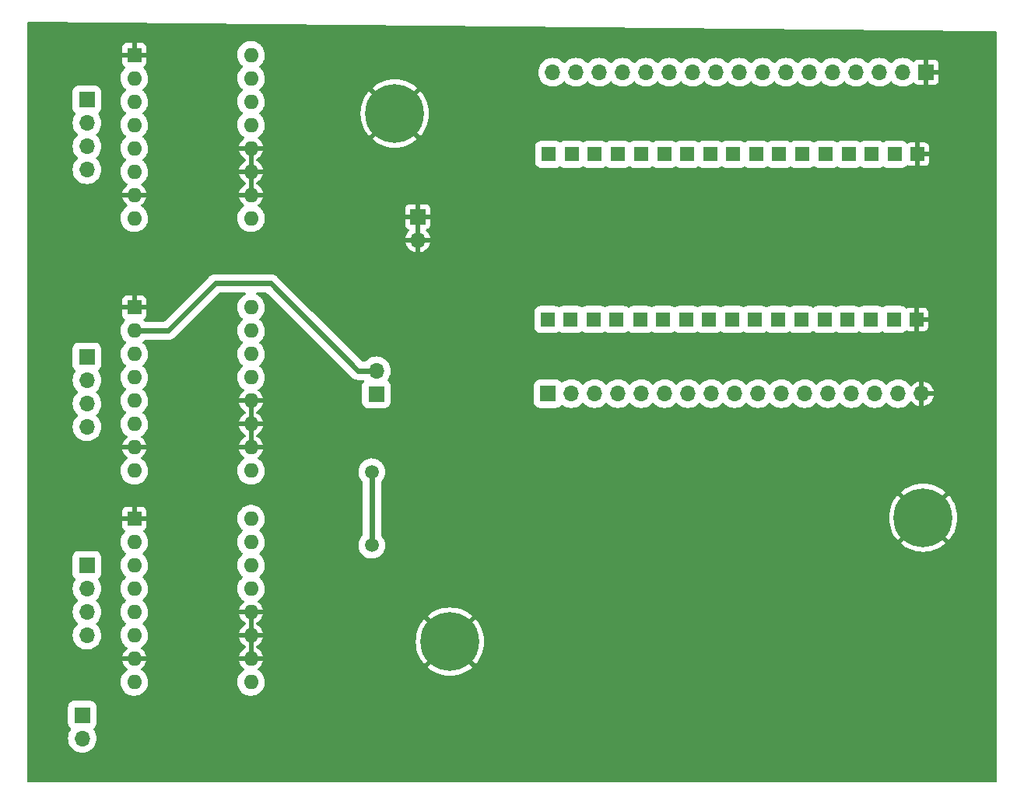
<source format=gtl>
%TF.GenerationSoftware,KiCad,Pcbnew,(6.0.7)*%
%TF.CreationDate,2023-11-16T10:53:28-06:00*%
%TF.ProjectId,Robot_arm,526f626f-745f-4617-926d-2e6b69636164,rev?*%
%TF.SameCoordinates,Original*%
%TF.FileFunction,Copper,L1,Top*%
%TF.FilePolarity,Positive*%
%FSLAX46Y46*%
G04 Gerber Fmt 4.6, Leading zero omitted, Abs format (unit mm)*
G04 Created by KiCad (PCBNEW (6.0.7)) date 2023-11-16 10:53:28*
%MOMM*%
%LPD*%
G01*
G04 APERTURE LIST*
%TA.AperFunction,ComponentPad*%
%ADD10C,0.800000*%
%TD*%
%TA.AperFunction,ComponentPad*%
%ADD11C,6.400000*%
%TD*%
%TA.AperFunction,ComponentPad*%
%ADD12R,1.700000X1.700000*%
%TD*%
%TA.AperFunction,ComponentPad*%
%ADD13O,1.700000X1.700000*%
%TD*%
%TA.AperFunction,ComponentPad*%
%ADD14R,1.524000X1.524000*%
%TD*%
%TA.AperFunction,ComponentPad*%
%ADD15R,1.600000X1.600000*%
%TD*%
%TA.AperFunction,ComponentPad*%
%ADD16O,1.600000X1.600000*%
%TD*%
%TA.AperFunction,ViaPad*%
%ADD17C,1.500000*%
%TD*%
%TA.AperFunction,Conductor*%
%ADD18C,0.600000*%
%TD*%
G04 APERTURE END LIST*
D10*
%TO.P,H3,1,1*%
%TO.N,GND*%
X109500000Y-50600000D03*
X111197056Y-54697056D03*
X111197056Y-51302944D03*
X111900000Y-53000000D03*
D11*
X109500000Y-53000000D03*
D10*
X109500000Y-55400000D03*
X107802944Y-51302944D03*
X107802944Y-54697056D03*
X107100000Y-53000000D03*
%TD*%
%TO.P,H2,1,1*%
%TO.N,GND*%
X167000000Y-94600000D03*
X168697056Y-98697056D03*
X168697056Y-95302944D03*
X169400000Y-97000000D03*
D11*
X167000000Y-97000000D03*
D10*
X167000000Y-99400000D03*
X165302944Y-95302944D03*
X165302944Y-98697056D03*
X164600000Y-97000000D03*
%TD*%
%TO.P,H1,1,1*%
%TO.N,GND*%
X115500000Y-108100000D03*
X117197056Y-112197056D03*
X117197056Y-108802944D03*
X117900000Y-110500000D03*
D11*
X115500000Y-110500000D03*
D10*
X115500000Y-112900000D03*
X113802944Y-108802944D03*
X113802944Y-112197056D03*
X113100000Y-110500000D03*
%TD*%
D12*
%TO.P,J8,1,Pin_1*%
%TO.N,3.3v*%
X107500000Y-83540000D03*
D13*
%TO.P,J8,2,Pin_2*%
X107500000Y-81000000D03*
%TD*%
D14*
%TO.P,U1,1,B11*%
%TO.N,Net-(J4-Pad17)*%
X126237932Y-57437500D03*
%TO.P,U1,2,B12*%
%TO.N,Net-(J4-Pad16)*%
X128737932Y-57437500D03*
%TO.P,U1,3,B1*%
%TO.N,STEP2*%
X131237932Y-57437500D03*
%TO.P,U1,4,B0*%
%TO.N,DIR2*%
X133737932Y-57437500D03*
%TO.P,U1,5,A7*%
%TO.N,Net-(J4-Pad13)*%
X136312932Y-57437500D03*
%TO.P,U1,6,A6*%
%TO.N,Net-(J4-Pad12)*%
X138812932Y-57437500D03*
%TO.P,U1,7,A5*%
%TO.N,Net-(J4-Pad11)*%
X141312932Y-57437500D03*
%TO.P,U1,8,A4*%
%TO.N,STEP3*%
X143812932Y-57437500D03*
%TO.P,U1,9,A3*%
%TO.N,DIR3*%
X146312932Y-57437500D03*
%TO.P,U1,10,A2*%
%TO.N,Net-(J4-Pad8)*%
X148812932Y-57437500D03*
%TO.P,U1,11,A1*%
%TO.N,Net-(J4-Pad7)*%
X151312932Y-57437500D03*
%TO.P,U1,12,A0*%
%TO.N,/A0*%
X153812932Y-57437500D03*
%TO.P,U1,13,RST*%
%TO.N,Net-(J4-Pad5)*%
X156387932Y-57437500D03*
%TO.P,U1,14,C13*%
%TO.N,Net-(J4-Pad4)*%
X158887932Y-57437500D03*
%TO.P,U1,15,B9*%
%TO.N,STEP1*%
X161387932Y-57437500D03*
%TO.P,U1,16,B8*%
%TO.N,Net-(J4-Pad2)*%
X163887932Y-57437500D03*
%TO.P,U1,17,G*%
%TO.N,GND*%
X166387932Y-57437500D03*
%TO.P,U1,18,G*%
X166287932Y-75412500D03*
%TO.P,U1,19,3.3v*%
%TO.N,3.3v*%
X163787932Y-75412500D03*
%TO.P,U1,20,B7*%
%TO.N,Net-(J5-Pad15)*%
X161287932Y-75412500D03*
%TO.P,U1,21,B6*%
%TO.N,Net-(J5-Pad14)*%
X158787932Y-75412500D03*
%TO.P,U1,22,B5*%
%TO.N,Net-(J5-Pad13)*%
X156287932Y-75412500D03*
%TO.P,U1,23,B4*%
%TO.N,Net-(J5-Pad12)*%
X153712932Y-75412500D03*
%TO.P,U1,24,B3*%
%TO.N,Net-(J5-Pad11)*%
X151212932Y-75412500D03*
%TO.P,U1,25,A15*%
%TO.N,Net-(J5-Pad10)*%
X148712932Y-75412500D03*
%TO.P,U1,26,A12*%
%TO.N,Net-(J5-Pad9)*%
X146212932Y-75412500D03*
%TO.P,U1,27,A11*%
%TO.N,Net-(J5-Pad8)*%
X143712932Y-75412500D03*
%TO.P,U1,28,A10*%
%TO.N,Net-(J5-Pad7)*%
X141212932Y-75412500D03*
%TO.P,U1,29,A9*%
%TO.N,Net-(J5-Pad6)*%
X138712932Y-75412500D03*
%TO.P,U1,30,A8*%
%TO.N,DIR1*%
X136212932Y-75412500D03*
%TO.P,U1,31,B15*%
%TO.N,Net-(J5-Pad4)*%
X133637932Y-75412500D03*
%TO.P,U1,32,B14*%
%TO.N,Net-(J5-Pad3)*%
X131137932Y-75412500D03*
%TO.P,U1,33,B13*%
%TO.N,Net-(J5-Pad2)*%
X128637932Y-75412500D03*
%TO.P,U1,34,B12*%
%TO.N,Net-(J5-Pad1)*%
X126137932Y-75412500D03*
%TD*%
D12*
%TO.P,J4,1,Pin_1*%
%TO.N,GND*%
X167325000Y-48500000D03*
D13*
%TO.P,J4,2,Pin_2*%
%TO.N,Net-(J4-Pad2)*%
X164785000Y-48500000D03*
%TO.P,J4,3,Pin_3*%
%TO.N,STEP1*%
X162245000Y-48500000D03*
%TO.P,J4,4,Pin_4*%
%TO.N,Net-(J4-Pad4)*%
X159705000Y-48500000D03*
%TO.P,J4,5,Pin_5*%
%TO.N,Net-(J4-Pad5)*%
X157165000Y-48500000D03*
%TO.P,J4,6,Pin_6*%
%TO.N,/A0*%
X154625000Y-48500000D03*
%TO.P,J4,7,Pin_7*%
%TO.N,Net-(J4-Pad7)*%
X152085000Y-48500000D03*
%TO.P,J4,8,Pin_8*%
%TO.N,Net-(J4-Pad8)*%
X149545000Y-48500000D03*
%TO.P,J4,9,Pin_9*%
%TO.N,DIR3*%
X147005000Y-48500000D03*
%TO.P,J4,10,Pin_10*%
%TO.N,STEP3*%
X144465000Y-48500000D03*
%TO.P,J4,11,Pin_11*%
%TO.N,Net-(J4-Pad11)*%
X141925000Y-48500000D03*
%TO.P,J4,12,Pin_12*%
%TO.N,Net-(J4-Pad12)*%
X139385000Y-48500000D03*
%TO.P,J4,13,Pin_13*%
%TO.N,Net-(J4-Pad13)*%
X136845000Y-48500000D03*
%TO.P,J4,14,Pin_14*%
%TO.N,DIR2*%
X134305000Y-48500000D03*
%TO.P,J4,15,Pin_15*%
%TO.N,STEP2*%
X131765000Y-48500000D03*
%TO.P,J4,16,Pin_16*%
%TO.N,Net-(J4-Pad16)*%
X129225000Y-48500000D03*
%TO.P,J4,17,Pin_17*%
%TO.N,Net-(J4-Pad17)*%
X126685000Y-48500000D03*
%TD*%
D12*
%TO.P,J6,1,Pin_1*%
%TO.N,VMOT*%
X75500000Y-118500000D03*
D13*
%TO.P,J6,2,Pin_2*%
X75500000Y-121040000D03*
%TD*%
D12*
%TO.P,J7,1,Pin_1*%
%TO.N,GND*%
X112000000Y-64230000D03*
D13*
%TO.P,J7,2,Pin_2*%
X112000000Y-66770000D03*
%TD*%
D12*
%TO.P,J5,1,Pin_1*%
%TO.N,Net-(J5-Pad1)*%
X126175000Y-83500000D03*
D13*
%TO.P,J5,2,Pin_2*%
%TO.N,Net-(J5-Pad2)*%
X128715000Y-83500000D03*
%TO.P,J5,3,Pin_3*%
%TO.N,Net-(J5-Pad3)*%
X131255000Y-83500000D03*
%TO.P,J5,4,Pin_4*%
%TO.N,Net-(J5-Pad4)*%
X133795000Y-83500000D03*
%TO.P,J5,5,Pin_5*%
%TO.N,DIR1*%
X136335000Y-83500000D03*
%TO.P,J5,6,Pin_6*%
%TO.N,Net-(J5-Pad6)*%
X138875000Y-83500000D03*
%TO.P,J5,7,Pin_7*%
%TO.N,Net-(J5-Pad7)*%
X141415000Y-83500000D03*
%TO.P,J5,8,Pin_8*%
%TO.N,Net-(J5-Pad8)*%
X143955000Y-83500000D03*
%TO.P,J5,9,Pin_9*%
%TO.N,Net-(J5-Pad9)*%
X146495000Y-83500000D03*
%TO.P,J5,10,Pin_10*%
%TO.N,Net-(J5-Pad10)*%
X149035000Y-83500000D03*
%TO.P,J5,11,Pin_11*%
%TO.N,Net-(J5-Pad11)*%
X151575000Y-83500000D03*
%TO.P,J5,12,Pin_12*%
%TO.N,Net-(J5-Pad12)*%
X154115000Y-83500000D03*
%TO.P,J5,13,Pin_13*%
%TO.N,Net-(J5-Pad13)*%
X156655000Y-83500000D03*
%TO.P,J5,14,Pin_14*%
%TO.N,Net-(J5-Pad14)*%
X159195000Y-83500000D03*
%TO.P,J5,15,Pin_15*%
%TO.N,Net-(J5-Pad15)*%
X161735000Y-83500000D03*
%TO.P,J5,16,Pin_16*%
%TO.N,3.3v*%
X164275000Y-83500000D03*
%TO.P,J5,17,Pin_17*%
%TO.N,GND*%
X166815000Y-83500000D03*
%TD*%
D15*
%TO.P,A3,1,GND*%
%TO.N,GND*%
X81160000Y-74110000D03*
D16*
%TO.P,A3,2,VDD*%
%TO.N,3.3v*%
X81160000Y-76650000D03*
%TO.P,A3,3,1B*%
%TO.N,Net-(A3-Pad3)*%
X81160000Y-79190000D03*
%TO.P,A3,4,1A*%
%TO.N,Net-(A3-Pad4)*%
X81160000Y-81730000D03*
%TO.P,A3,5,2A*%
%TO.N,Net-(A3-Pad5)*%
X81160000Y-84270000D03*
%TO.P,A3,6,2B*%
%TO.N,Net-(A3-Pad6)*%
X81160000Y-86810000D03*
%TO.P,A3,7,GND*%
%TO.N,GND*%
X81160000Y-89350000D03*
%TO.P,A3,8,VMOT*%
%TO.N,VMOT*%
X81160000Y-91890000D03*
%TO.P,A3,9,~{ENABLE}*%
%TO.N,unconnected-(A3-Pad9)*%
X93860000Y-91890000D03*
%TO.P,A3,10,MS1*%
%TO.N,GND*%
X93860000Y-89350000D03*
%TO.P,A3,11,MS2*%
X93860000Y-86810000D03*
%TO.P,A3,12,MS3*%
X93860000Y-84270000D03*
%TO.P,A3,13,~{RESET}*%
%TO.N,Net-(A3-Pad13)*%
X93860000Y-81730000D03*
%TO.P,A3,14,~{SLEEP}*%
X93860000Y-79190000D03*
%TO.P,A3,15,STEP*%
%TO.N,STEP3*%
X93860000Y-76650000D03*
%TO.P,A3,16,DIR*%
%TO.N,DIR3*%
X93860000Y-74110000D03*
%TD*%
D12*
%TO.P,J2,1,Pin_1*%
%TO.N,Net-(A2-Pad3)*%
X76000000Y-51500000D03*
D13*
%TO.P,J2,2,Pin_2*%
%TO.N,Net-(A2-Pad4)*%
X76000000Y-54040000D03*
%TO.P,J2,3,Pin_3*%
%TO.N,Net-(A2-Pad5)*%
X76000000Y-56580000D03*
%TO.P,J2,4,Pin_4*%
%TO.N,Net-(A2-Pad6)*%
X76000000Y-59120000D03*
%TD*%
D15*
%TO.P,A2,1,GND*%
%TO.N,GND*%
X81160000Y-46610000D03*
D16*
%TO.P,A2,2,VDD*%
%TO.N,3.3v*%
X81160000Y-49150000D03*
%TO.P,A2,3,1B*%
%TO.N,Net-(A2-Pad3)*%
X81160000Y-51690000D03*
%TO.P,A2,4,1A*%
%TO.N,Net-(A2-Pad4)*%
X81160000Y-54230000D03*
%TO.P,A2,5,2A*%
%TO.N,Net-(A2-Pad5)*%
X81160000Y-56770000D03*
%TO.P,A2,6,2B*%
%TO.N,Net-(A2-Pad6)*%
X81160000Y-59310000D03*
%TO.P,A2,7,GND*%
%TO.N,GND*%
X81160000Y-61850000D03*
%TO.P,A2,8,VMOT*%
%TO.N,VMOT*%
X81160000Y-64390000D03*
%TO.P,A2,9,~{ENABLE}*%
%TO.N,unconnected-(A2-Pad9)*%
X93860000Y-64390000D03*
%TO.P,A2,10,MS1*%
%TO.N,GND*%
X93860000Y-61850000D03*
%TO.P,A2,11,MS2*%
X93860000Y-59310000D03*
%TO.P,A2,12,MS3*%
X93860000Y-56770000D03*
%TO.P,A2,13,~{RESET}*%
%TO.N,Net-(A2-Pad13)*%
X93860000Y-54230000D03*
%TO.P,A2,14,~{SLEEP}*%
X93860000Y-51690000D03*
%TO.P,A2,15,STEP*%
%TO.N,STEP2*%
X93860000Y-49150000D03*
%TO.P,A2,16,DIR*%
%TO.N,DIR2*%
X93860000Y-46610000D03*
%TD*%
D12*
%TO.P,J1,1,Pin_1*%
%TO.N,Net-(A1-Pad3)*%
X76000000Y-102200000D03*
D13*
%TO.P,J1,2,Pin_2*%
%TO.N,Net-(A1-Pad4)*%
X76000000Y-104740000D03*
%TO.P,J1,3,Pin_3*%
%TO.N,Net-(A1-Pad5)*%
X76000000Y-107280000D03*
%TO.P,J1,4,Pin_4*%
%TO.N,Net-(A1-Pad6)*%
X76000000Y-109820000D03*
%TD*%
D12*
%TO.P,J3,1,Pin_1*%
%TO.N,Net-(A3-Pad3)*%
X76000000Y-79500000D03*
D13*
%TO.P,J3,2,Pin_2*%
%TO.N,Net-(A3-Pad4)*%
X76000000Y-82040000D03*
%TO.P,J3,3,Pin_3*%
%TO.N,Net-(A3-Pad5)*%
X76000000Y-84580000D03*
%TO.P,J3,4,Pin_4*%
%TO.N,Net-(A3-Pad6)*%
X76000000Y-87120000D03*
%TD*%
D15*
%TO.P,A1,1,GND*%
%TO.N,GND*%
X81160000Y-97110000D03*
D16*
%TO.P,A1,2,VDD*%
%TO.N,3.3v*%
X81160000Y-99650000D03*
%TO.P,A1,3,1B*%
%TO.N,Net-(A1-Pad3)*%
X81160000Y-102190000D03*
%TO.P,A1,4,1A*%
%TO.N,Net-(A1-Pad4)*%
X81160000Y-104730000D03*
%TO.P,A1,5,2A*%
%TO.N,Net-(A1-Pad5)*%
X81160000Y-107270000D03*
%TO.P,A1,6,2B*%
%TO.N,Net-(A1-Pad6)*%
X81160000Y-109810000D03*
%TO.P,A1,7,GND*%
%TO.N,GND*%
X81160000Y-112350000D03*
%TO.P,A1,8,VMOT*%
%TO.N,VMOT*%
X81160000Y-114890000D03*
%TO.P,A1,9,~{ENABLE}*%
%TO.N,unconnected-(A1-Pad9)*%
X93860000Y-114890000D03*
%TO.P,A1,10,MS1*%
%TO.N,GND*%
X93860000Y-112350000D03*
%TO.P,A1,11,MS2*%
X93860000Y-109810000D03*
%TO.P,A1,12,MS3*%
X93860000Y-107270000D03*
%TO.P,A1,13,~{RESET}*%
%TO.N,Net-(A1-Pad13)*%
X93860000Y-104730000D03*
%TO.P,A1,14,~{SLEEP}*%
X93860000Y-102190000D03*
%TO.P,A1,15,STEP*%
%TO.N,STEP1*%
X93860000Y-99650000D03*
%TO.P,A1,16,DIR*%
%TO.N,DIR1*%
X93860000Y-97110000D03*
%TD*%
D17*
%TO.N,GND*%
X131500000Y-70500000D03*
X119000000Y-66500000D03*
%TO.N,3.3v*%
X107000000Y-100000000D03*
X107000000Y-92000000D03*
%TD*%
D18*
%TO.N,GND*%
X127500000Y-66500000D02*
X131500000Y-70500000D01*
X119000000Y-66500000D02*
X127500000Y-66500000D01*
%TO.N,3.3v*%
X107500000Y-81000000D02*
X105500000Y-81000000D01*
X105500000Y-81000000D02*
X96000000Y-71500000D01*
X96000000Y-71500000D02*
X90000000Y-71500000D01*
X84850000Y-76650000D02*
X81160000Y-76650000D01*
X107000000Y-100000000D02*
X107000000Y-92000000D01*
X90000000Y-71500000D02*
X84850000Y-76650000D01*
%TD*%
%TA.AperFunction,Conductor*%
%TO.N,GND*%
G36*
X173542940Y-43986189D02*
G01*
X174875194Y-43998817D01*
X174943122Y-44019463D01*
X174989105Y-44073557D01*
X175000000Y-44124811D01*
X175000000Y-125673500D01*
X174979998Y-125741621D01*
X174926342Y-125788114D01*
X174874000Y-125799500D01*
X69626000Y-125799500D01*
X69557879Y-125779498D01*
X69511386Y-125725842D01*
X69500000Y-125673500D01*
X69500000Y-121040000D01*
X73944706Y-121040000D01*
X73963854Y-121283302D01*
X74020828Y-121520612D01*
X74022718Y-121525175D01*
X74022720Y-121525181D01*
X74112328Y-121741515D01*
X74114223Y-121746089D01*
X74241741Y-121954179D01*
X74400241Y-122139759D01*
X74585821Y-122298259D01*
X74793911Y-122425777D01*
X74798481Y-122427670D01*
X74798485Y-122427672D01*
X75014819Y-122517280D01*
X75014825Y-122517282D01*
X75019388Y-122519172D01*
X75024188Y-122520324D01*
X75024193Y-122520326D01*
X75132702Y-122546377D01*
X75256698Y-122576146D01*
X75500000Y-122595294D01*
X75743302Y-122576146D01*
X75867298Y-122546377D01*
X75975807Y-122520326D01*
X75975812Y-122520324D01*
X75980612Y-122519172D01*
X75985175Y-122517282D01*
X75985181Y-122517280D01*
X76201515Y-122427672D01*
X76201519Y-122427670D01*
X76206089Y-122425777D01*
X76414179Y-122298259D01*
X76599759Y-122139759D01*
X76758259Y-121954179D01*
X76885777Y-121746089D01*
X76887672Y-121741515D01*
X76977280Y-121525181D01*
X76977282Y-121525175D01*
X76979172Y-121520612D01*
X77036146Y-121283302D01*
X77055294Y-121040000D01*
X77036146Y-120796698D01*
X76979172Y-120559388D01*
X76977282Y-120554825D01*
X76977280Y-120554819D01*
X76887672Y-120338485D01*
X76887670Y-120338481D01*
X76885777Y-120333911D01*
X76758259Y-120125821D01*
X76755043Y-120122055D01*
X76739699Y-120104089D01*
X76710668Y-120039300D01*
X76721273Y-119969100D01*
X76770240Y-119914483D01*
X76785408Y-119905297D01*
X76905297Y-119785408D01*
X76993127Y-119640383D01*
X77043829Y-119478594D01*
X77050500Y-119405993D01*
X77050499Y-117594008D01*
X77050234Y-117591116D01*
X77044440Y-117528060D01*
X77043829Y-117521406D01*
X76993127Y-117359617D01*
X76905297Y-117214592D01*
X76785408Y-117094703D01*
X76640383Y-117006873D01*
X76633136Y-117004602D01*
X76633134Y-117004601D01*
X76567894Y-116984156D01*
X76478594Y-116956171D01*
X76405993Y-116949500D01*
X76403095Y-116949500D01*
X75497650Y-116949501D01*
X74594008Y-116949501D01*
X74591150Y-116949764D01*
X74591141Y-116949764D01*
X74555757Y-116953015D01*
X74521406Y-116956171D01*
X74515028Y-116958170D01*
X74515027Y-116958170D01*
X74366866Y-117004601D01*
X74366864Y-117004602D01*
X74359617Y-117006873D01*
X74214592Y-117094703D01*
X74094703Y-117214592D01*
X74006873Y-117359617D01*
X73956171Y-117521406D01*
X73949500Y-117594007D01*
X73949501Y-119405992D01*
X73949764Y-119408850D01*
X73949764Y-119408859D01*
X73953015Y-119444243D01*
X73956171Y-119478594D01*
X74006873Y-119640383D01*
X74094703Y-119785408D01*
X74214592Y-119905297D01*
X74229760Y-119914483D01*
X74277666Y-119966877D01*
X74289642Y-120036856D01*
X74260301Y-120104089D01*
X74244957Y-120122055D01*
X74241741Y-120125821D01*
X74114223Y-120333911D01*
X74112330Y-120338481D01*
X74112328Y-120338485D01*
X74022720Y-120554819D01*
X74022718Y-120554825D01*
X74020828Y-120559388D01*
X73963854Y-120796698D01*
X73944706Y-121040000D01*
X69500000Y-121040000D01*
X69500000Y-114853214D01*
X79654806Y-114853214D01*
X79669010Y-115099545D01*
X79670147Y-115104591D01*
X79670148Y-115104597D01*
X79692336Y-115203051D01*
X79723255Y-115340249D01*
X79816084Y-115568861D01*
X79945006Y-115779241D01*
X80106557Y-115965741D01*
X80296399Y-116123351D01*
X80509433Y-116247838D01*
X80514253Y-116249678D01*
X80514258Y-116249681D01*
X80628547Y-116293323D01*
X80739939Y-116335859D01*
X80745007Y-116336890D01*
X80745010Y-116336891D01*
X80864587Y-116361219D01*
X80981726Y-116385052D01*
X80986899Y-116385242D01*
X80986902Y-116385242D01*
X81223136Y-116393904D01*
X81223140Y-116393904D01*
X81228300Y-116394093D01*
X81233420Y-116393437D01*
X81233422Y-116393437D01*
X81309703Y-116383665D01*
X81473041Y-116362741D01*
X81477990Y-116361256D01*
X81477996Y-116361255D01*
X81704424Y-116293323D01*
X81704423Y-116293323D01*
X81709374Y-116291838D01*
X81813266Y-116240942D01*
X81926303Y-116185566D01*
X81926308Y-116185563D01*
X81930954Y-116183287D01*
X81935164Y-116180284D01*
X81935169Y-116180281D01*
X82127617Y-116043009D01*
X82127622Y-116043005D01*
X82131829Y-116040004D01*
X82306605Y-115865837D01*
X82450588Y-115665463D01*
X82559911Y-115444264D01*
X82593045Y-115335207D01*
X82630135Y-115213132D01*
X82630136Y-115213126D01*
X82631639Y-115208180D01*
X82663845Y-114963550D01*
X82665643Y-114890000D01*
X82662618Y-114853214D01*
X92354806Y-114853214D01*
X92369010Y-115099545D01*
X92370147Y-115104591D01*
X92370148Y-115104597D01*
X92392336Y-115203051D01*
X92423255Y-115340249D01*
X92516084Y-115568861D01*
X92645006Y-115779241D01*
X92806557Y-115965741D01*
X92996399Y-116123351D01*
X93209433Y-116247838D01*
X93214253Y-116249678D01*
X93214258Y-116249681D01*
X93328547Y-116293323D01*
X93439939Y-116335859D01*
X93445007Y-116336890D01*
X93445010Y-116336891D01*
X93564587Y-116361219D01*
X93681726Y-116385052D01*
X93686899Y-116385242D01*
X93686902Y-116385242D01*
X93923136Y-116393904D01*
X93923140Y-116393904D01*
X93928300Y-116394093D01*
X93933420Y-116393437D01*
X93933422Y-116393437D01*
X94009703Y-116383665D01*
X94173041Y-116362741D01*
X94177990Y-116361256D01*
X94177996Y-116361255D01*
X94404424Y-116293323D01*
X94404423Y-116293323D01*
X94409374Y-116291838D01*
X94513266Y-116240942D01*
X94626303Y-116185566D01*
X94626308Y-116185563D01*
X94630954Y-116183287D01*
X94635164Y-116180284D01*
X94635169Y-116180281D01*
X94827617Y-116043009D01*
X94827622Y-116043005D01*
X94831829Y-116040004D01*
X95006605Y-115865837D01*
X95150588Y-115665463D01*
X95259911Y-115444264D01*
X95293045Y-115335207D01*
X95330135Y-115213132D01*
X95330136Y-115213126D01*
X95331639Y-115208180D01*
X95363845Y-114963550D01*
X95365643Y-114890000D01*
X95357660Y-114792906D01*
X95345849Y-114649240D01*
X95345848Y-114649234D01*
X95345425Y-114644089D01*
X95285316Y-114404783D01*
X95186928Y-114178507D01*
X95052905Y-113971339D01*
X95026635Y-113942468D01*
X94979418Y-113890578D01*
X94886846Y-113788842D01*
X94882795Y-113785643D01*
X94882791Y-113785639D01*
X94697264Y-113639119D01*
X94697259Y-113639116D01*
X94693210Y-113635918D01*
X94688695Y-113633425D01*
X94688682Y-113633417D01*
X94652423Y-113613402D01*
X94602452Y-113562970D01*
X94587679Y-113493528D01*
X94612794Y-113427122D01*
X94641044Y-113399880D01*
X94699467Y-113358972D01*
X94707875Y-113351916D01*
X94762405Y-113297386D01*
X113067759Y-113297386D01*
X113075216Y-113307753D01*
X113314935Y-113501874D01*
X113320272Y-113505751D01*
X113640685Y-113713830D01*
X113646394Y-113717127D01*
X113986811Y-113890578D01*
X113992836Y-113893260D01*
X114349502Y-114030171D01*
X114355784Y-114032212D01*
X114724816Y-114131094D01*
X114731266Y-114132465D01*
X115108629Y-114192234D01*
X115115167Y-114192920D01*
X115496699Y-114212916D01*
X115503301Y-114212916D01*
X115884833Y-114192920D01*
X115891371Y-114192234D01*
X116268734Y-114132465D01*
X116275184Y-114131094D01*
X116644216Y-114032212D01*
X116650498Y-114030171D01*
X117007164Y-113893260D01*
X117013189Y-113890578D01*
X117353606Y-113717127D01*
X117359315Y-113713830D01*
X117679728Y-113505751D01*
X117685065Y-113501874D01*
X117923835Y-113308522D01*
X117932300Y-113296267D01*
X117925966Y-113285176D01*
X115512812Y-110872022D01*
X115498868Y-110864408D01*
X115497035Y-110864539D01*
X115490420Y-110868790D01*
X113074900Y-113284310D01*
X113067759Y-113297386D01*
X94762405Y-113297386D01*
X94861916Y-113197875D01*
X94868972Y-113189467D01*
X94993931Y-113011007D01*
X94999414Y-113001511D01*
X95091490Y-112804053D01*
X95095236Y-112793761D01*
X95141394Y-112621497D01*
X95141058Y-112607401D01*
X95133116Y-112604000D01*
X92592033Y-112604000D01*
X92578502Y-112607973D01*
X92577273Y-112616522D01*
X92624764Y-112793761D01*
X92628510Y-112804053D01*
X92720586Y-113001511D01*
X92726069Y-113011007D01*
X92851028Y-113189467D01*
X92858084Y-113197875D01*
X93012125Y-113351916D01*
X93020538Y-113358976D01*
X93076775Y-113398353D01*
X93121104Y-113453809D01*
X93128413Y-113524429D01*
X93096383Y-113587789D01*
X93066444Y-113610481D01*
X93066640Y-113610793D01*
X93063046Y-113613056D01*
X93062688Y-113613327D01*
X93057679Y-113615935D01*
X93053546Y-113619038D01*
X93053543Y-113619040D01*
X92864499Y-113760978D01*
X92860364Y-113764083D01*
X92689896Y-113942468D01*
X92686982Y-113946740D01*
X92686981Y-113946741D01*
X92667238Y-113975683D01*
X92550851Y-114146300D01*
X92446965Y-114370104D01*
X92381026Y-114607871D01*
X92354806Y-114853214D01*
X82662618Y-114853214D01*
X82657660Y-114792906D01*
X82645849Y-114649240D01*
X82645848Y-114649234D01*
X82645425Y-114644089D01*
X82585316Y-114404783D01*
X82486928Y-114178507D01*
X82352905Y-113971339D01*
X82326635Y-113942468D01*
X82279418Y-113890578D01*
X82186846Y-113788842D01*
X82182795Y-113785643D01*
X82182791Y-113785639D01*
X81997264Y-113639119D01*
X81997259Y-113639116D01*
X81993210Y-113635918D01*
X81988695Y-113633425D01*
X81988682Y-113633417D01*
X81952423Y-113613402D01*
X81902452Y-113562970D01*
X81887679Y-113493528D01*
X81912794Y-113427122D01*
X81941044Y-113399880D01*
X81999467Y-113358972D01*
X82007875Y-113351916D01*
X82161916Y-113197875D01*
X82168972Y-113189467D01*
X82293931Y-113011007D01*
X82299414Y-113001511D01*
X82391490Y-112804053D01*
X82395236Y-112793761D01*
X82441394Y-112621497D01*
X82441058Y-112607401D01*
X82433116Y-112604000D01*
X79892033Y-112604000D01*
X79878502Y-112607973D01*
X79877273Y-112616522D01*
X79924764Y-112793761D01*
X79928510Y-112804053D01*
X80020586Y-113001511D01*
X80026069Y-113011007D01*
X80151028Y-113189467D01*
X80158084Y-113197875D01*
X80312125Y-113351916D01*
X80320538Y-113358976D01*
X80376775Y-113398353D01*
X80421104Y-113453809D01*
X80428413Y-113524429D01*
X80396383Y-113587789D01*
X80366444Y-113610481D01*
X80366640Y-113610793D01*
X80363046Y-113613056D01*
X80362688Y-113613327D01*
X80357679Y-113615935D01*
X80353546Y-113619038D01*
X80353543Y-113619040D01*
X80164499Y-113760978D01*
X80160364Y-113764083D01*
X79989896Y-113942468D01*
X79986982Y-113946740D01*
X79986981Y-113946741D01*
X79967238Y-113975683D01*
X79850851Y-114146300D01*
X79746965Y-114370104D01*
X79681026Y-114607871D01*
X79654806Y-114853214D01*
X69500000Y-114853214D01*
X69500000Y-109820000D01*
X74444706Y-109820000D01*
X74463854Y-110063302D01*
X74476306Y-110115167D01*
X74512287Y-110265035D01*
X74520828Y-110300612D01*
X74522718Y-110305175D01*
X74522720Y-110305181D01*
X74612328Y-110521515D01*
X74614223Y-110526089D01*
X74741741Y-110734179D01*
X74900241Y-110919759D01*
X75085821Y-111078259D01*
X75293911Y-111205777D01*
X75298481Y-111207670D01*
X75298485Y-111207672D01*
X75514819Y-111297280D01*
X75514825Y-111297282D01*
X75519388Y-111299172D01*
X75524188Y-111300324D01*
X75524193Y-111300326D01*
X75581537Y-111314093D01*
X75756698Y-111356146D01*
X76000000Y-111375294D01*
X76243302Y-111356146D01*
X76418463Y-111314093D01*
X76475807Y-111300326D01*
X76475812Y-111300324D01*
X76480612Y-111299172D01*
X76485175Y-111297282D01*
X76485181Y-111297280D01*
X76701515Y-111207672D01*
X76701519Y-111207670D01*
X76706089Y-111205777D01*
X76914179Y-111078259D01*
X77099759Y-110919759D01*
X77258259Y-110734179D01*
X77385777Y-110526089D01*
X77387672Y-110521515D01*
X77477280Y-110305181D01*
X77477282Y-110305175D01*
X77479172Y-110300612D01*
X77487714Y-110265035D01*
X77523694Y-110115167D01*
X77536146Y-110063302D01*
X77555294Y-109820000D01*
X77551612Y-109773214D01*
X79654806Y-109773214D01*
X79655103Y-109778366D01*
X79655103Y-109778370D01*
X79657504Y-109820000D01*
X79669010Y-110019545D01*
X79670147Y-110024591D01*
X79670148Y-110024597D01*
X79689086Y-110108629D01*
X79723255Y-110260249D01*
X79816084Y-110488861D01*
X79818789Y-110493276D01*
X79818790Y-110493277D01*
X79865289Y-110569155D01*
X79945006Y-110699241D01*
X80106557Y-110885741D01*
X80296399Y-111043351D01*
X80356137Y-111078259D01*
X80371508Y-111087241D01*
X80420232Y-111138879D01*
X80433303Y-111208662D01*
X80406572Y-111274434D01*
X80380209Y-111299242D01*
X80320533Y-111341028D01*
X80312125Y-111348084D01*
X80158084Y-111502125D01*
X80151028Y-111510533D01*
X80026069Y-111688993D01*
X80020586Y-111698489D01*
X79928510Y-111895947D01*
X79924764Y-111906239D01*
X79878606Y-112078503D01*
X79878942Y-112092599D01*
X79886884Y-112096000D01*
X82427967Y-112096000D01*
X82441498Y-112092027D01*
X82442727Y-112083478D01*
X82395236Y-111906239D01*
X82391490Y-111895947D01*
X82299414Y-111698489D01*
X82293931Y-111688993D01*
X82168972Y-111510533D01*
X82161916Y-111502125D01*
X82007875Y-111348084D01*
X81999462Y-111341024D01*
X81942744Y-111301310D01*
X81898415Y-111245853D01*
X81891106Y-111175234D01*
X81923136Y-111111873D01*
X81941845Y-111095519D01*
X82127617Y-110963009D01*
X82127622Y-110963005D01*
X82131829Y-110960004D01*
X82306605Y-110785837D01*
X82450588Y-110585463D01*
X82559911Y-110364264D01*
X82593045Y-110255207D01*
X82630135Y-110133132D01*
X82630136Y-110133126D01*
X82631639Y-110128180D01*
X82638440Y-110076522D01*
X92577273Y-110076522D01*
X92624764Y-110253761D01*
X92628510Y-110264053D01*
X92720586Y-110461511D01*
X92726069Y-110471007D01*
X92851028Y-110649467D01*
X92858084Y-110657875D01*
X93012125Y-110811916D01*
X93020533Y-110818972D01*
X93198993Y-110943931D01*
X93208489Y-110949414D01*
X93243641Y-110965805D01*
X93296926Y-111012722D01*
X93316387Y-111080999D01*
X93295845Y-111148959D01*
X93243641Y-111194195D01*
X93208489Y-111210586D01*
X93198993Y-111216069D01*
X93020533Y-111341028D01*
X93012125Y-111348084D01*
X92858084Y-111502125D01*
X92851028Y-111510533D01*
X92726069Y-111688993D01*
X92720586Y-111698489D01*
X92628510Y-111895947D01*
X92624764Y-111906239D01*
X92578606Y-112078503D01*
X92578942Y-112092599D01*
X92586884Y-112096000D01*
X93587885Y-112096000D01*
X93603124Y-112091525D01*
X93604329Y-112090135D01*
X93606000Y-112082452D01*
X93606000Y-112077885D01*
X94114000Y-112077885D01*
X94118475Y-112093124D01*
X94119865Y-112094329D01*
X94127548Y-112096000D01*
X95127967Y-112096000D01*
X95141498Y-112092027D01*
X95142727Y-112083478D01*
X95095236Y-111906239D01*
X95091490Y-111895947D01*
X94999414Y-111698489D01*
X94993931Y-111688993D01*
X94868972Y-111510533D01*
X94861916Y-111502125D01*
X94707875Y-111348084D01*
X94699467Y-111341028D01*
X94521007Y-111216069D01*
X94511511Y-111210586D01*
X94476359Y-111194195D01*
X94423074Y-111147278D01*
X94403613Y-111079001D01*
X94424155Y-111011041D01*
X94476359Y-110965805D01*
X94511511Y-110949414D01*
X94521007Y-110943931D01*
X94699467Y-110818972D01*
X94707875Y-110811916D01*
X94861916Y-110657875D01*
X94868972Y-110649467D01*
X94971319Y-110503301D01*
X111787084Y-110503301D01*
X111807080Y-110884833D01*
X111807766Y-110891371D01*
X111867535Y-111268734D01*
X111868906Y-111275184D01*
X111967788Y-111644216D01*
X111969829Y-111650498D01*
X112106740Y-112007164D01*
X112109422Y-112013189D01*
X112282872Y-112353603D01*
X112286169Y-112359313D01*
X112494253Y-112679735D01*
X112498123Y-112685061D01*
X112691478Y-112923835D01*
X112703733Y-112932300D01*
X112714824Y-112925966D01*
X115127978Y-110512812D01*
X115134356Y-110501132D01*
X115864408Y-110501132D01*
X115864539Y-110502965D01*
X115868790Y-110509580D01*
X118284310Y-112925100D01*
X118297386Y-112932241D01*
X118307753Y-112924784D01*
X118501877Y-112685061D01*
X118505747Y-112679735D01*
X118713831Y-112359313D01*
X118717128Y-112353603D01*
X118890578Y-112013189D01*
X118893260Y-112007164D01*
X119030171Y-111650498D01*
X119032212Y-111644216D01*
X119131094Y-111275184D01*
X119132465Y-111268734D01*
X119192234Y-110891371D01*
X119192920Y-110884833D01*
X119212916Y-110503301D01*
X119212916Y-110496699D01*
X119192920Y-110115167D01*
X119192234Y-110108629D01*
X119132465Y-109731266D01*
X119131094Y-109724816D01*
X119032212Y-109355784D01*
X119030171Y-109349502D01*
X118893260Y-108992836D01*
X118890578Y-108986811D01*
X118717128Y-108646397D01*
X118713831Y-108640687D01*
X118505747Y-108320265D01*
X118501877Y-108314939D01*
X118308522Y-108076165D01*
X118296267Y-108067700D01*
X118285176Y-108074034D01*
X115872022Y-110487188D01*
X115864408Y-110501132D01*
X115134356Y-110501132D01*
X115135592Y-110498868D01*
X115135461Y-110497035D01*
X115131210Y-110490420D01*
X112715690Y-108074900D01*
X112702614Y-108067759D01*
X112692247Y-108075216D01*
X112498123Y-108314939D01*
X112494253Y-108320265D01*
X112286169Y-108640687D01*
X112282872Y-108646397D01*
X112109422Y-108986811D01*
X112106740Y-108992836D01*
X111969829Y-109349502D01*
X111967788Y-109355784D01*
X111868906Y-109724816D01*
X111867535Y-109731266D01*
X111807766Y-110108629D01*
X111807080Y-110115167D01*
X111787084Y-110496699D01*
X111787084Y-110503301D01*
X94971319Y-110503301D01*
X94993931Y-110471007D01*
X94999414Y-110461511D01*
X95091490Y-110264053D01*
X95095236Y-110253761D01*
X95141394Y-110081497D01*
X95141058Y-110067401D01*
X95133116Y-110064000D01*
X94132115Y-110064000D01*
X94116876Y-110068475D01*
X94115671Y-110069865D01*
X94114000Y-110077548D01*
X94114000Y-112077885D01*
X93606000Y-112077885D01*
X93606000Y-110082115D01*
X93601525Y-110066876D01*
X93600135Y-110065671D01*
X93592452Y-110064000D01*
X92592033Y-110064000D01*
X92578502Y-110067973D01*
X92577273Y-110076522D01*
X82638440Y-110076522D01*
X82663845Y-109883550D01*
X82665643Y-109810000D01*
X82657660Y-109712906D01*
X82645849Y-109569240D01*
X82645848Y-109569234D01*
X82645425Y-109564089D01*
X82585316Y-109324783D01*
X82486928Y-109098507D01*
X82352905Y-108891339D01*
X82326635Y-108862468D01*
X82277149Y-108808084D01*
X82186846Y-108708842D01*
X82182795Y-108705643D01*
X82182791Y-108705639D01*
X82138405Y-108670586D01*
X82100265Y-108640465D01*
X82059203Y-108582550D01*
X82055971Y-108511627D01*
X82091596Y-108450215D01*
X82105186Y-108439008D01*
X82131829Y-108420004D01*
X82306605Y-108245837D01*
X82450588Y-108045463D01*
X82559911Y-107824264D01*
X82591513Y-107720249D01*
X82630135Y-107593132D01*
X82630136Y-107593126D01*
X82631639Y-107588180D01*
X82638440Y-107536522D01*
X92577273Y-107536522D01*
X92624764Y-107713761D01*
X92628510Y-107724053D01*
X92720586Y-107921511D01*
X92726069Y-107931007D01*
X92851028Y-108109467D01*
X92858084Y-108117875D01*
X93012125Y-108271916D01*
X93020533Y-108278972D01*
X93198993Y-108403931D01*
X93208489Y-108409414D01*
X93243641Y-108425805D01*
X93296926Y-108472722D01*
X93316387Y-108540999D01*
X93295845Y-108608959D01*
X93243641Y-108654195D01*
X93208489Y-108670586D01*
X93198993Y-108676069D01*
X93020533Y-108801028D01*
X93012125Y-108808084D01*
X92858084Y-108962125D01*
X92851028Y-108970533D01*
X92726069Y-109148993D01*
X92720586Y-109158489D01*
X92628510Y-109355947D01*
X92624764Y-109366239D01*
X92578606Y-109538503D01*
X92578942Y-109552599D01*
X92586884Y-109556000D01*
X93587885Y-109556000D01*
X93603124Y-109551525D01*
X93604329Y-109550135D01*
X93606000Y-109542452D01*
X93606000Y-109537885D01*
X94114000Y-109537885D01*
X94118475Y-109553124D01*
X94119865Y-109554329D01*
X94127548Y-109556000D01*
X95127967Y-109556000D01*
X95141498Y-109552027D01*
X95142727Y-109543478D01*
X95095236Y-109366239D01*
X95091490Y-109355947D01*
X94999414Y-109158489D01*
X94993931Y-109148993D01*
X94868972Y-108970533D01*
X94861916Y-108962125D01*
X94707875Y-108808084D01*
X94699467Y-108801028D01*
X94521007Y-108676069D01*
X94511511Y-108670586D01*
X94476359Y-108654195D01*
X94423074Y-108607278D01*
X94403613Y-108539001D01*
X94424155Y-108471041D01*
X94476359Y-108425805D01*
X94511511Y-108409414D01*
X94521007Y-108403931D01*
X94699467Y-108278972D01*
X94707875Y-108271916D01*
X94861916Y-108117875D01*
X94868972Y-108109467D01*
X94993931Y-107931007D01*
X94999414Y-107921511D01*
X95091490Y-107724053D01*
X95095236Y-107713761D01*
X95097923Y-107703733D01*
X113067700Y-107703733D01*
X113074034Y-107714824D01*
X115487188Y-110127978D01*
X115501132Y-110135592D01*
X115502965Y-110135461D01*
X115509580Y-110131210D01*
X117925100Y-107715690D01*
X117932241Y-107702614D01*
X117924784Y-107692247D01*
X117685065Y-107498126D01*
X117679728Y-107494249D01*
X117359315Y-107286170D01*
X117353606Y-107282873D01*
X117013189Y-107109422D01*
X117007164Y-107106740D01*
X116650498Y-106969829D01*
X116644216Y-106967788D01*
X116275184Y-106868906D01*
X116268734Y-106867535D01*
X115891371Y-106807766D01*
X115884833Y-106807080D01*
X115503301Y-106787084D01*
X115496699Y-106787084D01*
X115115167Y-106807080D01*
X115108629Y-106807766D01*
X114731266Y-106867535D01*
X114724816Y-106868906D01*
X114355784Y-106967788D01*
X114349502Y-106969829D01*
X113992836Y-107106740D01*
X113986811Y-107109422D01*
X113646397Y-107282872D01*
X113640687Y-107286169D01*
X113320265Y-107494253D01*
X113314939Y-107498123D01*
X113076165Y-107691478D01*
X113067700Y-107703733D01*
X95097923Y-107703733D01*
X95141394Y-107541497D01*
X95141058Y-107527401D01*
X95133116Y-107524000D01*
X94132115Y-107524000D01*
X94116876Y-107528475D01*
X94115671Y-107529865D01*
X94114000Y-107537548D01*
X94114000Y-109537885D01*
X93606000Y-109537885D01*
X93606000Y-107542115D01*
X93601525Y-107526876D01*
X93600135Y-107525671D01*
X93592452Y-107524000D01*
X92592033Y-107524000D01*
X92578502Y-107527973D01*
X92577273Y-107536522D01*
X82638440Y-107536522D01*
X82663845Y-107343550D01*
X82665278Y-107284930D01*
X82665561Y-107273364D01*
X82665561Y-107273360D01*
X82665643Y-107270000D01*
X82652441Y-107109422D01*
X82645849Y-107029240D01*
X82645848Y-107029234D01*
X82645425Y-107024089D01*
X82585316Y-106784783D01*
X82486928Y-106558507D01*
X82352905Y-106351339D01*
X82326635Y-106322468D01*
X82277149Y-106268084D01*
X82186846Y-106168842D01*
X82182795Y-106165643D01*
X82182791Y-106165639D01*
X82135969Y-106128662D01*
X82100265Y-106100465D01*
X82059203Y-106042550D01*
X82055971Y-105971627D01*
X82091596Y-105910215D01*
X82105186Y-105899008D01*
X82131829Y-105880004D01*
X82306605Y-105705837D01*
X82450588Y-105505463D01*
X82559911Y-105284264D01*
X82593045Y-105175207D01*
X82630135Y-105053132D01*
X82630136Y-105053126D01*
X82631639Y-105048180D01*
X82663845Y-104803550D01*
X82665643Y-104730000D01*
X82662618Y-104693214D01*
X92354806Y-104693214D01*
X92355103Y-104698366D01*
X92355103Y-104698370D01*
X92357504Y-104740000D01*
X92369010Y-104939545D01*
X92370147Y-104944591D01*
X92370148Y-104944597D01*
X92392336Y-105043051D01*
X92423255Y-105180249D01*
X92516084Y-105408861D01*
X92518789Y-105413276D01*
X92518790Y-105413277D01*
X92565289Y-105489155D01*
X92645006Y-105619241D01*
X92806557Y-105805741D01*
X92996399Y-105963351D01*
X93055264Y-105997749D01*
X93071508Y-106007241D01*
X93120232Y-106058879D01*
X93133303Y-106128662D01*
X93106572Y-106194434D01*
X93080209Y-106219242D01*
X93020533Y-106261028D01*
X93012125Y-106268084D01*
X92858084Y-106422125D01*
X92851028Y-106430533D01*
X92726069Y-106608993D01*
X92720586Y-106618489D01*
X92628510Y-106815947D01*
X92624764Y-106826239D01*
X92578606Y-106998503D01*
X92578942Y-107012599D01*
X92586884Y-107016000D01*
X95127967Y-107016000D01*
X95141498Y-107012027D01*
X95142727Y-107003478D01*
X95095236Y-106826239D01*
X95091490Y-106815947D01*
X94999414Y-106618489D01*
X94993931Y-106608993D01*
X94868972Y-106430533D01*
X94861916Y-106422125D01*
X94707875Y-106268084D01*
X94699462Y-106261024D01*
X94642744Y-106221310D01*
X94598415Y-106165853D01*
X94591106Y-106095234D01*
X94623136Y-106031873D01*
X94641845Y-106015519D01*
X94827617Y-105883009D01*
X94827622Y-105883005D01*
X94831829Y-105880004D01*
X95006605Y-105705837D01*
X95150588Y-105505463D01*
X95259911Y-105284264D01*
X95293045Y-105175207D01*
X95330135Y-105053132D01*
X95330136Y-105053126D01*
X95331639Y-105048180D01*
X95363845Y-104803550D01*
X95365643Y-104730000D01*
X95357660Y-104632906D01*
X95345849Y-104489240D01*
X95345848Y-104489234D01*
X95345425Y-104484089D01*
X95285316Y-104244783D01*
X95186928Y-104018507D01*
X95052905Y-103811339D01*
X95026635Y-103782468D01*
X94943690Y-103691313D01*
X94886846Y-103628842D01*
X94882795Y-103625643D01*
X94882791Y-103625639D01*
X94840660Y-103592367D01*
X94800265Y-103560465D01*
X94759203Y-103502550D01*
X94755971Y-103431627D01*
X94791596Y-103370215D01*
X94805186Y-103359008D01*
X94831829Y-103340004D01*
X95006605Y-103165837D01*
X95150588Y-102965463D01*
X95259911Y-102744264D01*
X95293045Y-102635207D01*
X95330135Y-102513132D01*
X95330136Y-102513126D01*
X95331639Y-102508180D01*
X95363845Y-102263550D01*
X95365643Y-102190000D01*
X95357660Y-102092906D01*
X95345849Y-101949240D01*
X95345848Y-101949234D01*
X95345425Y-101944089D01*
X95285316Y-101704783D01*
X95186928Y-101478507D01*
X95052905Y-101271339D01*
X95026635Y-101242468D01*
X94983316Y-101194862D01*
X94886846Y-101088842D01*
X94882795Y-101085643D01*
X94882791Y-101085639D01*
X94824867Y-101039894D01*
X94800265Y-101020465D01*
X94759203Y-100962550D01*
X94755971Y-100891627D01*
X94791596Y-100830215D01*
X94805186Y-100819008D01*
X94831829Y-100800004D01*
X95006605Y-100625837D01*
X95150588Y-100425463D01*
X95259911Y-100204264D01*
X95293045Y-100095207D01*
X95330135Y-99973132D01*
X95330136Y-99973126D01*
X95331639Y-99968180D01*
X95332131Y-99964440D01*
X105544963Y-99964440D01*
X105545260Y-99969592D01*
X105545260Y-99969596D01*
X105558396Y-100197403D01*
X105558397Y-100197409D01*
X105558694Y-100202562D01*
X105581205Y-100302451D01*
X105608927Y-100425463D01*
X105611131Y-100435245D01*
X105613075Y-100440032D01*
X105613076Y-100440036D01*
X105650505Y-100532212D01*
X105700867Y-100656239D01*
X105825493Y-100859609D01*
X105981660Y-101039894D01*
X106165176Y-101192252D01*
X106371112Y-101312591D01*
X106593937Y-101397680D01*
X106599005Y-101398711D01*
X106599008Y-101398712D01*
X106714267Y-101422162D01*
X106827666Y-101445233D01*
X106832839Y-101445423D01*
X106832842Y-101445423D01*
X107060861Y-101453784D01*
X107060865Y-101453784D01*
X107066025Y-101453973D01*
X107071146Y-101453317D01*
X107297489Y-101424321D01*
X107297490Y-101424321D01*
X107302609Y-101423665D01*
X107531068Y-101355125D01*
X107745264Y-101250191D01*
X107826492Y-101192252D01*
X107935242Y-101114681D01*
X107939445Y-101111683D01*
X107983461Y-101067821D01*
X108089100Y-100962550D01*
X108108397Y-100943320D01*
X108247582Y-100749623D01*
X108257754Y-100729043D01*
X108350969Y-100540437D01*
X108350970Y-100540435D01*
X108353263Y-100535795D01*
X108422600Y-100307577D01*
X108434942Y-100213830D01*
X108453296Y-100074421D01*
X108453297Y-100074414D01*
X108453733Y-100071099D01*
X108453815Y-100067746D01*
X108455389Y-100003364D01*
X108455389Y-100003360D01*
X108455471Y-100000000D01*
X108444339Y-99864597D01*
X108438813Y-99797386D01*
X164567759Y-99797386D01*
X164575216Y-99807753D01*
X164814935Y-100001874D01*
X164820272Y-100005751D01*
X165140685Y-100213830D01*
X165146394Y-100217127D01*
X165486811Y-100390578D01*
X165492836Y-100393260D01*
X165849502Y-100530171D01*
X165855784Y-100532212D01*
X166224816Y-100631094D01*
X166231266Y-100632465D01*
X166608629Y-100692234D01*
X166615167Y-100692920D01*
X166996699Y-100712916D01*
X167003301Y-100712916D01*
X167384833Y-100692920D01*
X167391371Y-100692234D01*
X167768734Y-100632465D01*
X167775184Y-100631094D01*
X168144216Y-100532212D01*
X168150498Y-100530171D01*
X168507164Y-100393260D01*
X168513189Y-100390578D01*
X168853606Y-100217127D01*
X168859315Y-100213830D01*
X169179728Y-100005751D01*
X169185065Y-100001874D01*
X169423835Y-99808522D01*
X169432300Y-99796267D01*
X169425966Y-99785176D01*
X167012812Y-97372022D01*
X166998868Y-97364408D01*
X166997035Y-97364539D01*
X166990420Y-97368790D01*
X164574900Y-99784310D01*
X164567759Y-99797386D01*
X108438813Y-99797386D01*
X108436351Y-99767435D01*
X108436350Y-99767429D01*
X108435927Y-99762284D01*
X108377821Y-99530952D01*
X108365415Y-99502420D01*
X108284772Y-99316953D01*
X108284770Y-99316950D01*
X108282712Y-99312216D01*
X108153155Y-99111951D01*
X108124360Y-99080305D01*
X108033307Y-98980240D01*
X108002255Y-98916394D01*
X108000500Y-98895440D01*
X108000500Y-97003301D01*
X163287084Y-97003301D01*
X163307080Y-97384833D01*
X163307766Y-97391371D01*
X163367535Y-97768734D01*
X163368906Y-97775184D01*
X163467788Y-98144216D01*
X163469829Y-98150498D01*
X163606740Y-98507164D01*
X163609422Y-98513189D01*
X163782872Y-98853603D01*
X163786169Y-98859313D01*
X163994253Y-99179735D01*
X163998123Y-99185061D01*
X164191478Y-99423835D01*
X164203733Y-99432300D01*
X164214824Y-99425966D01*
X166627978Y-97012812D01*
X166634356Y-97001132D01*
X167364408Y-97001132D01*
X167364539Y-97002965D01*
X167368790Y-97009580D01*
X169784310Y-99425100D01*
X169797386Y-99432241D01*
X169807753Y-99424784D01*
X170001877Y-99185061D01*
X170005747Y-99179735D01*
X170213831Y-98859313D01*
X170217128Y-98853603D01*
X170390578Y-98513189D01*
X170393260Y-98507164D01*
X170530171Y-98150498D01*
X170532212Y-98144216D01*
X170631094Y-97775184D01*
X170632465Y-97768734D01*
X170692234Y-97391371D01*
X170692920Y-97384833D01*
X170712916Y-97003301D01*
X170712916Y-96996699D01*
X170692920Y-96615167D01*
X170692234Y-96608629D01*
X170632465Y-96231266D01*
X170631094Y-96224816D01*
X170532212Y-95855784D01*
X170530171Y-95849502D01*
X170393260Y-95492836D01*
X170390578Y-95486811D01*
X170217128Y-95146397D01*
X170213831Y-95140687D01*
X170005747Y-94820265D01*
X170001877Y-94814939D01*
X169808522Y-94576165D01*
X169796267Y-94567700D01*
X169785176Y-94574034D01*
X167372022Y-96987188D01*
X167364408Y-97001132D01*
X166634356Y-97001132D01*
X166635592Y-96998868D01*
X166635461Y-96997035D01*
X166631210Y-96990420D01*
X164215690Y-94574900D01*
X164202614Y-94567759D01*
X164192247Y-94575216D01*
X163998123Y-94814939D01*
X163994253Y-94820265D01*
X163786169Y-95140687D01*
X163782872Y-95146397D01*
X163609422Y-95486811D01*
X163606740Y-95492836D01*
X163469829Y-95849502D01*
X163467788Y-95855784D01*
X163368906Y-96224816D01*
X163367535Y-96231266D01*
X163307766Y-96608629D01*
X163307080Y-96615167D01*
X163287084Y-96996699D01*
X163287084Y-97003301D01*
X108000500Y-97003301D01*
X108000500Y-94203733D01*
X164567700Y-94203733D01*
X164574034Y-94214824D01*
X166987188Y-96627978D01*
X167001132Y-96635592D01*
X167002965Y-96635461D01*
X167009580Y-96631210D01*
X169425100Y-94215690D01*
X169432241Y-94202614D01*
X169424784Y-94192247D01*
X169185065Y-93998126D01*
X169179728Y-93994249D01*
X168859315Y-93786170D01*
X168853606Y-93782873D01*
X168513189Y-93609422D01*
X168507164Y-93606740D01*
X168150498Y-93469829D01*
X168144216Y-93467788D01*
X167775184Y-93368906D01*
X167768734Y-93367535D01*
X167391371Y-93307766D01*
X167384833Y-93307080D01*
X167003301Y-93287084D01*
X166996699Y-93287084D01*
X166615167Y-93307080D01*
X166608629Y-93307766D01*
X166231266Y-93367535D01*
X166224816Y-93368906D01*
X165855784Y-93467788D01*
X165849502Y-93469829D01*
X165492836Y-93606740D01*
X165486811Y-93609422D01*
X165146397Y-93782872D01*
X165140687Y-93786169D01*
X164820265Y-93994253D01*
X164814939Y-93998123D01*
X164576165Y-94191478D01*
X164567700Y-94203733D01*
X108000500Y-94203733D01*
X108000500Y-93103161D01*
X108020502Y-93035040D01*
X108037560Y-93013910D01*
X108082583Y-92969044D01*
X108108397Y-92943320D01*
X108247582Y-92749623D01*
X108291470Y-92660824D01*
X108350969Y-92540437D01*
X108350970Y-92540435D01*
X108353263Y-92535795D01*
X108412674Y-92340249D01*
X108421098Y-92312521D01*
X108421098Y-92312520D01*
X108422600Y-92307577D01*
X108435686Y-92208180D01*
X108453296Y-92074421D01*
X108453297Y-92074414D01*
X108453733Y-92071099D01*
X108455471Y-92000000D01*
X108442981Y-91848082D01*
X108436351Y-91767435D01*
X108436350Y-91767429D01*
X108435927Y-91762284D01*
X108377821Y-91530952D01*
X108365415Y-91502420D01*
X108284772Y-91316953D01*
X108284770Y-91316950D01*
X108282712Y-91312216D01*
X108153155Y-91111951D01*
X108124360Y-91080305D01*
X107996107Y-90939358D01*
X107996105Y-90939357D01*
X107992629Y-90935536D01*
X107988578Y-90932337D01*
X107988574Y-90932333D01*
X107809500Y-90790909D01*
X107809496Y-90790907D01*
X107805445Y-90787707D01*
X107769422Y-90767821D01*
X107749682Y-90756924D01*
X107596631Y-90672436D01*
X107591762Y-90670712D01*
X107591758Y-90670710D01*
X107376663Y-90594541D01*
X107376661Y-90594540D01*
X107371794Y-90592817D01*
X107254383Y-90571902D01*
X107142060Y-90551894D01*
X107142056Y-90551894D01*
X107136972Y-90550988D01*
X107053140Y-90549964D01*
X106903640Y-90548137D01*
X106903638Y-90548137D01*
X106898471Y-90548074D01*
X106662698Y-90584153D01*
X106435982Y-90658255D01*
X106431394Y-90660643D01*
X106431390Y-90660645D01*
X106229003Y-90766001D01*
X106224414Y-90768390D01*
X106220281Y-90771493D01*
X106220278Y-90771495D01*
X106037810Y-90908497D01*
X106033675Y-90911602D01*
X105868887Y-91084042D01*
X105734475Y-91281082D01*
X105634051Y-91497428D01*
X105570309Y-91727272D01*
X105569760Y-91732409D01*
X105553277Y-91886647D01*
X105544963Y-91964440D01*
X105545260Y-91969592D01*
X105545260Y-91969596D01*
X105558396Y-92197403D01*
X105558397Y-92197409D01*
X105558694Y-92202562D01*
X105611131Y-92435245D01*
X105613075Y-92440032D01*
X105613076Y-92440036D01*
X105667180Y-92573277D01*
X105700867Y-92656239D01*
X105703572Y-92660654D01*
X105703573Y-92660655D01*
X105709093Y-92669663D01*
X105825493Y-92859609D01*
X105914043Y-92961834D01*
X105968738Y-93024976D01*
X105998220Y-93089561D01*
X105999500Y-93107473D01*
X105999500Y-98896840D01*
X105979498Y-98964961D01*
X105964595Y-98983890D01*
X105868887Y-99084042D01*
X105865973Y-99088314D01*
X105865972Y-99088315D01*
X105834060Y-99135096D01*
X105734475Y-99281082D01*
X105696502Y-99362888D01*
X105668212Y-99423835D01*
X105634051Y-99497428D01*
X105570309Y-99727272D01*
X105569760Y-99732409D01*
X105562936Y-99796267D01*
X105544963Y-99964440D01*
X95332131Y-99964440D01*
X95352760Y-99807753D01*
X95363408Y-99726872D01*
X95363409Y-99726866D01*
X95363845Y-99723550D01*
X95365643Y-99650000D01*
X95355466Y-99526216D01*
X95345849Y-99409240D01*
X95345848Y-99409234D01*
X95345425Y-99404089D01*
X95285316Y-99164783D01*
X95186928Y-98938507D01*
X95052905Y-98731339D01*
X95026635Y-98702468D01*
X95000243Y-98673464D01*
X94886846Y-98548842D01*
X94882795Y-98545643D01*
X94882791Y-98545639D01*
X94817230Y-98493863D01*
X94800265Y-98480465D01*
X94759203Y-98422550D01*
X94755971Y-98351627D01*
X94791596Y-98290215D01*
X94805186Y-98279008D01*
X94831829Y-98260004D01*
X95006605Y-98085837D01*
X95150588Y-97885463D01*
X95259911Y-97664264D01*
X95293045Y-97555207D01*
X95330135Y-97433132D01*
X95330136Y-97433126D01*
X95331639Y-97428180D01*
X95363845Y-97183550D01*
X95365643Y-97110000D01*
X95355546Y-96987188D01*
X95345849Y-96869240D01*
X95345848Y-96869234D01*
X95345425Y-96864089D01*
X95285316Y-96624783D01*
X95186928Y-96398507D01*
X95052905Y-96191339D01*
X95026635Y-96162468D01*
X94944266Y-96071946D01*
X94886846Y-96008842D01*
X94882795Y-96005643D01*
X94882791Y-96005639D01*
X94697264Y-95859119D01*
X94697259Y-95859116D01*
X94693210Y-95855918D01*
X94688694Y-95853425D01*
X94688691Y-95853423D01*
X94481722Y-95739170D01*
X94481718Y-95739168D01*
X94477198Y-95736673D01*
X94472329Y-95734949D01*
X94472325Y-95734947D01*
X94249485Y-95656035D01*
X94249481Y-95656034D01*
X94244610Y-95654309D01*
X94239517Y-95653402D01*
X94239514Y-95653401D01*
X94006783Y-95611945D01*
X94006777Y-95611944D01*
X94001694Y-95611039D01*
X93922324Y-95610069D01*
X93760142Y-95608088D01*
X93760140Y-95608088D01*
X93754972Y-95608025D01*
X93511070Y-95645347D01*
X93276540Y-95722003D01*
X93271948Y-95724393D01*
X93271949Y-95724393D01*
X93119656Y-95803672D01*
X93057679Y-95835935D01*
X93053546Y-95839038D01*
X93053543Y-95839040D01*
X92900063Y-95954276D01*
X92860364Y-95984083D01*
X92689896Y-96162468D01*
X92686982Y-96166740D01*
X92686981Y-96166741D01*
X92647365Y-96224816D01*
X92550851Y-96366300D01*
X92446965Y-96590104D01*
X92381026Y-96827871D01*
X92354806Y-97073214D01*
X92369010Y-97319545D01*
X92370147Y-97324591D01*
X92370148Y-97324597D01*
X92392336Y-97423051D01*
X92423255Y-97560249D01*
X92516084Y-97788861D01*
X92645006Y-97999241D01*
X92806557Y-98185741D01*
X92902897Y-98265724D01*
X92923357Y-98282710D01*
X92962992Y-98341612D01*
X92964490Y-98412593D01*
X92927376Y-98473116D01*
X92918525Y-98480414D01*
X92874873Y-98513189D01*
X92860364Y-98524083D01*
X92689896Y-98702468D01*
X92686982Y-98706740D01*
X92686981Y-98706741D01*
X92667238Y-98735683D01*
X92550851Y-98906300D01*
X92446965Y-99130104D01*
X92381026Y-99367871D01*
X92354806Y-99613214D01*
X92355103Y-99618366D01*
X92355103Y-99618370D01*
X92361168Y-99723550D01*
X92369010Y-99859545D01*
X92370147Y-99864591D01*
X92370148Y-99864597D01*
X92392336Y-99963051D01*
X92423255Y-100100249D01*
X92516084Y-100328861D01*
X92518789Y-100333276D01*
X92518790Y-100333277D01*
X92555548Y-100393260D01*
X92645006Y-100539241D01*
X92806557Y-100725741D01*
X92918894Y-100819005D01*
X92923357Y-100822710D01*
X92962992Y-100881612D01*
X92964490Y-100952593D01*
X92927376Y-101013116D01*
X92918525Y-101020414D01*
X92874965Y-101053120D01*
X92860364Y-101064083D01*
X92856792Y-101067821D01*
X92703665Y-101228060D01*
X92689896Y-101242468D01*
X92686982Y-101246740D01*
X92686981Y-101246741D01*
X92643840Y-101309984D01*
X92550851Y-101446300D01*
X92446965Y-101670104D01*
X92381026Y-101907871D01*
X92354806Y-102153214D01*
X92369010Y-102399545D01*
X92370147Y-102404591D01*
X92370148Y-102404597D01*
X92392336Y-102503051D01*
X92423255Y-102640249D01*
X92516084Y-102868861D01*
X92645006Y-103079241D01*
X92806557Y-103265741D01*
X92918894Y-103359005D01*
X92923357Y-103362710D01*
X92962992Y-103421612D01*
X92964490Y-103492593D01*
X92927376Y-103553116D01*
X92918525Y-103560414D01*
X92865907Y-103599921D01*
X92860364Y-103604083D01*
X92689896Y-103782468D01*
X92686982Y-103786740D01*
X92686981Y-103786741D01*
X92657448Y-103830035D01*
X92550851Y-103986300D01*
X92446965Y-104210104D01*
X92381026Y-104447871D01*
X92354806Y-104693214D01*
X82662618Y-104693214D01*
X82657660Y-104632906D01*
X82645849Y-104489240D01*
X82645848Y-104489234D01*
X82645425Y-104484089D01*
X82585316Y-104244783D01*
X82486928Y-104018507D01*
X82352905Y-103811339D01*
X82326635Y-103782468D01*
X82243690Y-103691313D01*
X82186846Y-103628842D01*
X82182795Y-103625643D01*
X82182791Y-103625639D01*
X82140660Y-103592367D01*
X82100265Y-103560465D01*
X82059203Y-103502550D01*
X82055971Y-103431627D01*
X82091596Y-103370215D01*
X82105186Y-103359008D01*
X82131829Y-103340004D01*
X82306605Y-103165837D01*
X82450588Y-102965463D01*
X82559911Y-102744264D01*
X82593045Y-102635207D01*
X82630135Y-102513132D01*
X82630136Y-102513126D01*
X82631639Y-102508180D01*
X82663845Y-102263550D01*
X82665643Y-102190000D01*
X82657660Y-102092906D01*
X82645849Y-101949240D01*
X82645848Y-101949234D01*
X82645425Y-101944089D01*
X82585316Y-101704783D01*
X82486928Y-101478507D01*
X82352905Y-101271339D01*
X82326635Y-101242468D01*
X82283316Y-101194862D01*
X82186846Y-101088842D01*
X82182795Y-101085643D01*
X82182791Y-101085639D01*
X82124867Y-101039894D01*
X82100265Y-101020465D01*
X82059203Y-100962550D01*
X82055971Y-100891627D01*
X82091596Y-100830215D01*
X82105186Y-100819008D01*
X82131829Y-100800004D01*
X82306605Y-100625837D01*
X82450588Y-100425463D01*
X82559911Y-100204264D01*
X82593045Y-100095207D01*
X82630135Y-99973132D01*
X82630136Y-99973126D01*
X82631639Y-99968180D01*
X82652760Y-99807753D01*
X82663408Y-99726872D01*
X82663409Y-99726866D01*
X82663845Y-99723550D01*
X82665643Y-99650000D01*
X82655466Y-99526216D01*
X82645849Y-99409240D01*
X82645848Y-99409234D01*
X82645425Y-99404089D01*
X82585316Y-99164783D01*
X82486928Y-98938507D01*
X82352905Y-98731339D01*
X82326635Y-98702468D01*
X82186846Y-98548842D01*
X82188349Y-98547474D01*
X82156605Y-98493863D01*
X82159201Y-98422914D01*
X82199743Y-98364632D01*
X82206846Y-98359884D01*
X82315724Y-98278285D01*
X82328285Y-98265724D01*
X82404786Y-98163649D01*
X82413324Y-98148054D01*
X82458478Y-98027606D01*
X82462105Y-98012351D01*
X82467631Y-97961486D01*
X82468000Y-97954672D01*
X82468000Y-97382115D01*
X82463525Y-97366876D01*
X82462135Y-97365671D01*
X82454452Y-97364000D01*
X79870116Y-97364000D01*
X79854877Y-97368475D01*
X79853672Y-97369865D01*
X79852001Y-97377548D01*
X79852001Y-97954669D01*
X79852371Y-97961490D01*
X79857895Y-98012352D01*
X79861521Y-98027604D01*
X79906676Y-98148054D01*
X79915214Y-98163649D01*
X79991715Y-98265724D01*
X80004276Y-98278285D01*
X80113538Y-98360172D01*
X80112301Y-98361823D01*
X80154137Y-98403750D01*
X80169153Y-98473140D01*
X80144270Y-98539633D01*
X80134578Y-98551066D01*
X80079479Y-98608724D01*
X79989896Y-98702468D01*
X79986982Y-98706740D01*
X79986981Y-98706741D01*
X79967238Y-98735683D01*
X79850851Y-98906300D01*
X79746965Y-99130104D01*
X79681026Y-99367871D01*
X79654806Y-99613214D01*
X79655103Y-99618366D01*
X79655103Y-99618370D01*
X79661168Y-99723550D01*
X79669010Y-99859545D01*
X79670147Y-99864591D01*
X79670148Y-99864597D01*
X79692336Y-99963051D01*
X79723255Y-100100249D01*
X79816084Y-100328861D01*
X79818789Y-100333276D01*
X79818790Y-100333277D01*
X79855548Y-100393260D01*
X79945006Y-100539241D01*
X80106557Y-100725741D01*
X80218894Y-100819005D01*
X80223357Y-100822710D01*
X80262992Y-100881612D01*
X80264490Y-100952593D01*
X80227376Y-101013116D01*
X80218525Y-101020414D01*
X80174965Y-101053120D01*
X80160364Y-101064083D01*
X80156792Y-101067821D01*
X80003665Y-101228060D01*
X79989896Y-101242468D01*
X79986982Y-101246740D01*
X79986981Y-101246741D01*
X79943840Y-101309984D01*
X79850851Y-101446300D01*
X79746965Y-101670104D01*
X79681026Y-101907871D01*
X79654806Y-102153214D01*
X79669010Y-102399545D01*
X79670147Y-102404591D01*
X79670148Y-102404597D01*
X79692336Y-102503051D01*
X79723255Y-102640249D01*
X79816084Y-102868861D01*
X79945006Y-103079241D01*
X80106557Y-103265741D01*
X80218894Y-103359005D01*
X80223357Y-103362710D01*
X80262992Y-103421612D01*
X80264490Y-103492593D01*
X80227376Y-103553116D01*
X80218525Y-103560414D01*
X80165907Y-103599921D01*
X80160364Y-103604083D01*
X79989896Y-103782468D01*
X79986982Y-103786740D01*
X79986981Y-103786741D01*
X79957448Y-103830035D01*
X79850851Y-103986300D01*
X79746965Y-104210104D01*
X79681026Y-104447871D01*
X79654806Y-104693214D01*
X79655103Y-104698366D01*
X79655103Y-104698370D01*
X79657504Y-104740000D01*
X79669010Y-104939545D01*
X79670147Y-104944591D01*
X79670148Y-104944597D01*
X79692336Y-105043051D01*
X79723255Y-105180249D01*
X79816084Y-105408861D01*
X79818789Y-105413276D01*
X79818790Y-105413277D01*
X79865289Y-105489155D01*
X79945006Y-105619241D01*
X80106557Y-105805741D01*
X80199627Y-105883009D01*
X80223357Y-105902710D01*
X80262992Y-105961612D01*
X80264490Y-106032593D01*
X80227376Y-106093116D01*
X80218525Y-106100414D01*
X80164499Y-106140978D01*
X80160364Y-106144083D01*
X79989896Y-106322468D01*
X79986982Y-106326740D01*
X79986981Y-106326741D01*
X79957446Y-106370038D01*
X79850851Y-106526300D01*
X79746965Y-106750104D01*
X79681026Y-106987871D01*
X79654806Y-107233214D01*
X79655103Y-107238366D01*
X79655103Y-107238370D01*
X79660975Y-107340197D01*
X79669010Y-107479545D01*
X79670147Y-107484591D01*
X79670148Y-107484597D01*
X79692336Y-107583051D01*
X79723255Y-107720249D01*
X79816084Y-107948861D01*
X79818789Y-107953276D01*
X79818790Y-107953277D01*
X79865289Y-108029155D01*
X79945006Y-108159241D01*
X80106557Y-108345741D01*
X80218894Y-108439005D01*
X80223357Y-108442710D01*
X80262992Y-108501612D01*
X80264490Y-108572593D01*
X80227376Y-108633116D01*
X80218525Y-108640414D01*
X80164499Y-108680978D01*
X80160364Y-108684083D01*
X79989896Y-108862468D01*
X79986982Y-108866740D01*
X79986981Y-108866741D01*
X79957446Y-108910038D01*
X79850851Y-109066300D01*
X79746965Y-109290104D01*
X79681026Y-109527871D01*
X79654806Y-109773214D01*
X77551612Y-109773214D01*
X77536146Y-109576698D01*
X77506377Y-109452702D01*
X77480326Y-109344193D01*
X77480324Y-109344188D01*
X77479172Y-109339388D01*
X77477282Y-109334825D01*
X77477280Y-109334819D01*
X77387672Y-109118485D01*
X77387670Y-109118481D01*
X77385777Y-109113911D01*
X77258259Y-108905821D01*
X77099759Y-108720241D01*
X77012611Y-108645810D01*
X76973803Y-108586360D01*
X76973297Y-108515366D01*
X77012611Y-108454190D01*
X77099759Y-108379759D01*
X77258259Y-108194179D01*
X77385777Y-107986089D01*
X77387672Y-107981515D01*
X77477280Y-107765181D01*
X77477282Y-107765175D01*
X77479172Y-107760612D01*
X77487714Y-107725035D01*
X77531629Y-107542115D01*
X77536146Y-107523302D01*
X77555294Y-107280000D01*
X77536146Y-107036698D01*
X77495533Y-106867535D01*
X77480326Y-106804193D01*
X77480324Y-106804188D01*
X77479172Y-106799388D01*
X77477282Y-106794825D01*
X77477280Y-106794819D01*
X77387672Y-106578485D01*
X77387670Y-106578481D01*
X77385777Y-106573911D01*
X77258259Y-106365821D01*
X77099759Y-106180241D01*
X77012611Y-106105810D01*
X76973803Y-106046360D01*
X76973297Y-105975366D01*
X77012611Y-105914190D01*
X77099759Y-105839759D01*
X77258259Y-105654179D01*
X77385777Y-105446089D01*
X77387672Y-105441515D01*
X77477280Y-105225181D01*
X77477282Y-105225175D01*
X77479172Y-105220612D01*
X77487714Y-105185035D01*
X77534991Y-104988111D01*
X77536146Y-104983302D01*
X77555294Y-104740000D01*
X77536146Y-104496698D01*
X77479172Y-104259388D01*
X77477282Y-104254825D01*
X77477280Y-104254819D01*
X77387672Y-104038485D01*
X77387670Y-104038481D01*
X77385777Y-104033911D01*
X77258259Y-103825821D01*
X77255043Y-103822055D01*
X77239699Y-103804089D01*
X77210668Y-103739300D01*
X77221273Y-103669100D01*
X77270240Y-103614483D01*
X77285408Y-103605297D01*
X77405297Y-103485408D01*
X77493127Y-103340383D01*
X77543829Y-103178594D01*
X77550500Y-103105993D01*
X77550499Y-101294008D01*
X77550234Y-101291116D01*
X77546198Y-101247191D01*
X77543829Y-101221406D01*
X77493127Y-101059617D01*
X77405297Y-100914592D01*
X77285408Y-100794703D01*
X77140383Y-100706873D01*
X77133136Y-100704602D01*
X77133134Y-100704601D01*
X77067894Y-100684156D01*
X76978594Y-100656171D01*
X76905993Y-100649500D01*
X76903095Y-100649500D01*
X75997650Y-100649501D01*
X75094008Y-100649501D01*
X75091150Y-100649764D01*
X75091141Y-100649764D01*
X75055757Y-100653015D01*
X75021406Y-100656171D01*
X75015028Y-100658170D01*
X75015027Y-100658170D01*
X74866866Y-100704601D01*
X74866864Y-100704602D01*
X74859617Y-100706873D01*
X74714592Y-100794703D01*
X74594703Y-100914592D01*
X74506873Y-101059617D01*
X74456171Y-101221406D01*
X74449500Y-101294007D01*
X74449501Y-103105992D01*
X74449764Y-103108850D01*
X74449764Y-103108859D01*
X74453015Y-103144243D01*
X74456171Y-103178594D01*
X74506873Y-103340383D01*
X74594703Y-103485408D01*
X74714592Y-103605297D01*
X74729760Y-103614483D01*
X74777666Y-103666877D01*
X74789642Y-103736856D01*
X74760301Y-103804089D01*
X74744957Y-103822055D01*
X74741741Y-103825821D01*
X74614223Y-104033911D01*
X74612330Y-104038481D01*
X74612328Y-104038485D01*
X74522720Y-104254819D01*
X74522718Y-104254825D01*
X74520828Y-104259388D01*
X74463854Y-104496698D01*
X74444706Y-104740000D01*
X74463854Y-104983302D01*
X74465009Y-104988111D01*
X74512287Y-105185035D01*
X74520828Y-105220612D01*
X74522718Y-105225175D01*
X74522720Y-105225181D01*
X74612328Y-105441515D01*
X74614223Y-105446089D01*
X74741741Y-105654179D01*
X74900241Y-105839759D01*
X74987389Y-105914190D01*
X75026197Y-105973640D01*
X75026703Y-106044634D01*
X74987389Y-106105810D01*
X74900241Y-106180241D01*
X74741741Y-106365821D01*
X74614223Y-106573911D01*
X74612330Y-106578481D01*
X74612328Y-106578485D01*
X74522720Y-106794819D01*
X74522718Y-106794825D01*
X74520828Y-106799388D01*
X74519676Y-106804188D01*
X74519674Y-106804193D01*
X74504467Y-106867535D01*
X74463854Y-107036698D01*
X74444706Y-107280000D01*
X74463854Y-107523302D01*
X74468371Y-107542115D01*
X74512287Y-107725035D01*
X74520828Y-107760612D01*
X74522718Y-107765175D01*
X74522720Y-107765181D01*
X74612328Y-107981515D01*
X74614223Y-107986089D01*
X74741741Y-108194179D01*
X74900241Y-108379759D01*
X74987389Y-108454190D01*
X75026197Y-108513640D01*
X75026703Y-108584634D01*
X74987389Y-108645810D01*
X74900241Y-108720241D01*
X74741741Y-108905821D01*
X74614223Y-109113911D01*
X74612330Y-109118481D01*
X74612328Y-109118485D01*
X74522720Y-109334819D01*
X74522718Y-109334825D01*
X74520828Y-109339388D01*
X74519676Y-109344188D01*
X74519674Y-109344193D01*
X74493623Y-109452702D01*
X74463854Y-109576698D01*
X74444706Y-109820000D01*
X69500000Y-109820000D01*
X69500000Y-96837885D01*
X79852000Y-96837885D01*
X79856475Y-96853124D01*
X79857865Y-96854329D01*
X79865548Y-96856000D01*
X80887885Y-96856000D01*
X80903124Y-96851525D01*
X80904329Y-96850135D01*
X80906000Y-96842452D01*
X80906000Y-96837885D01*
X81414000Y-96837885D01*
X81418475Y-96853124D01*
X81419865Y-96854329D01*
X81427548Y-96856000D01*
X82449884Y-96856000D01*
X82465123Y-96851525D01*
X82466328Y-96850135D01*
X82467999Y-96842452D01*
X82467999Y-96265331D01*
X82467629Y-96258510D01*
X82462105Y-96207648D01*
X82458479Y-96192396D01*
X82413324Y-96071946D01*
X82404786Y-96056351D01*
X82328285Y-95954276D01*
X82315724Y-95941715D01*
X82213649Y-95865214D01*
X82198054Y-95856676D01*
X82077606Y-95811522D01*
X82062351Y-95807895D01*
X82011486Y-95802369D01*
X82004672Y-95802000D01*
X81432115Y-95802000D01*
X81416876Y-95806475D01*
X81415671Y-95807865D01*
X81414000Y-95815548D01*
X81414000Y-96837885D01*
X80906000Y-96837885D01*
X80906000Y-95820116D01*
X80901525Y-95804877D01*
X80900135Y-95803672D01*
X80892452Y-95802001D01*
X80315331Y-95802001D01*
X80308510Y-95802371D01*
X80257648Y-95807895D01*
X80242396Y-95811521D01*
X80121946Y-95856676D01*
X80106351Y-95865214D01*
X80004276Y-95941715D01*
X79991715Y-95954276D01*
X79915214Y-96056351D01*
X79906676Y-96071946D01*
X79861522Y-96192394D01*
X79857895Y-96207649D01*
X79852369Y-96258514D01*
X79852000Y-96265328D01*
X79852000Y-96837885D01*
X69500000Y-96837885D01*
X69500000Y-91853214D01*
X79654806Y-91853214D01*
X79655103Y-91858366D01*
X79655103Y-91858370D01*
X79661360Y-91966872D01*
X79669010Y-92099545D01*
X79670147Y-92104591D01*
X79670148Y-92104597D01*
X79693492Y-92208180D01*
X79723255Y-92340249D01*
X79816084Y-92568861D01*
X79945006Y-92779241D01*
X80106557Y-92965741D01*
X80296399Y-93123351D01*
X80509433Y-93247838D01*
X80514253Y-93249678D01*
X80514258Y-93249681D01*
X80628547Y-93293323D01*
X80739939Y-93335859D01*
X80745007Y-93336890D01*
X80745010Y-93336891D01*
X80864587Y-93361219D01*
X80981726Y-93385052D01*
X80986899Y-93385242D01*
X80986902Y-93385242D01*
X81223136Y-93393904D01*
X81223140Y-93393904D01*
X81228300Y-93394093D01*
X81233420Y-93393437D01*
X81233422Y-93393437D01*
X81309703Y-93383665D01*
X81473041Y-93362741D01*
X81477990Y-93361256D01*
X81477996Y-93361255D01*
X81704424Y-93293323D01*
X81704423Y-93293323D01*
X81709374Y-93291838D01*
X81813266Y-93240942D01*
X81926303Y-93185566D01*
X81926308Y-93185563D01*
X81930954Y-93183287D01*
X81935164Y-93180284D01*
X81935169Y-93180281D01*
X82127617Y-93043009D01*
X82127622Y-93043005D01*
X82131829Y-93040004D01*
X82306605Y-92865837D01*
X82393447Y-92744984D01*
X82447570Y-92669663D01*
X82450588Y-92665463D01*
X82452965Y-92660655D01*
X82557617Y-92448905D01*
X82559911Y-92444264D01*
X82602997Y-92302451D01*
X82630135Y-92213132D01*
X82630136Y-92213126D01*
X82631639Y-92208180D01*
X82650127Y-92067746D01*
X82663408Y-91966872D01*
X82663409Y-91966866D01*
X82663845Y-91963550D01*
X82665643Y-91890000D01*
X82662619Y-91853214D01*
X92354806Y-91853214D01*
X92355103Y-91858366D01*
X92355103Y-91858370D01*
X92361360Y-91966872D01*
X92369010Y-92099545D01*
X92370147Y-92104591D01*
X92370148Y-92104597D01*
X92393492Y-92208180D01*
X92423255Y-92340249D01*
X92516084Y-92568861D01*
X92645006Y-92779241D01*
X92806557Y-92965741D01*
X92996399Y-93123351D01*
X93209433Y-93247838D01*
X93214253Y-93249678D01*
X93214258Y-93249681D01*
X93328547Y-93293323D01*
X93439939Y-93335859D01*
X93445007Y-93336890D01*
X93445010Y-93336891D01*
X93564587Y-93361219D01*
X93681726Y-93385052D01*
X93686899Y-93385242D01*
X93686902Y-93385242D01*
X93923136Y-93393904D01*
X93923140Y-93393904D01*
X93928300Y-93394093D01*
X93933420Y-93393437D01*
X93933422Y-93393437D01*
X94009703Y-93383665D01*
X94173041Y-93362741D01*
X94177990Y-93361256D01*
X94177996Y-93361255D01*
X94404424Y-93293323D01*
X94404423Y-93293323D01*
X94409374Y-93291838D01*
X94513266Y-93240942D01*
X94626303Y-93185566D01*
X94626308Y-93185563D01*
X94630954Y-93183287D01*
X94635164Y-93180284D01*
X94635169Y-93180281D01*
X94827617Y-93043009D01*
X94827622Y-93043005D01*
X94831829Y-93040004D01*
X95006605Y-92865837D01*
X95093447Y-92744984D01*
X95147570Y-92669663D01*
X95150588Y-92665463D01*
X95152965Y-92660655D01*
X95257617Y-92448905D01*
X95259911Y-92444264D01*
X95302997Y-92302451D01*
X95330135Y-92213132D01*
X95330136Y-92213126D01*
X95331639Y-92208180D01*
X95350127Y-92067746D01*
X95363408Y-91966872D01*
X95363409Y-91966866D01*
X95363845Y-91963550D01*
X95365643Y-91890000D01*
X95354731Y-91757273D01*
X95345849Y-91649240D01*
X95345848Y-91649234D01*
X95345425Y-91644089D01*
X95285316Y-91404783D01*
X95186928Y-91178507D01*
X95052905Y-90971339D01*
X95026635Y-90942468D01*
X94995723Y-90908497D01*
X94886846Y-90788842D01*
X94882795Y-90785643D01*
X94882791Y-90785639D01*
X94697264Y-90639119D01*
X94697259Y-90639116D01*
X94693210Y-90635918D01*
X94688695Y-90633425D01*
X94688682Y-90633417D01*
X94652423Y-90613402D01*
X94602452Y-90562970D01*
X94587679Y-90493528D01*
X94612794Y-90427122D01*
X94641044Y-90399880D01*
X94699467Y-90358972D01*
X94707875Y-90351916D01*
X94861916Y-90197875D01*
X94868972Y-90189467D01*
X94993931Y-90011007D01*
X94999414Y-90001511D01*
X95091490Y-89804053D01*
X95095236Y-89793761D01*
X95141394Y-89621497D01*
X95141058Y-89607401D01*
X95133116Y-89604000D01*
X92592033Y-89604000D01*
X92578502Y-89607973D01*
X92577273Y-89616522D01*
X92624764Y-89793761D01*
X92628510Y-89804053D01*
X92720586Y-90001511D01*
X92726069Y-90011007D01*
X92851028Y-90189467D01*
X92858084Y-90197875D01*
X93012125Y-90351916D01*
X93020538Y-90358976D01*
X93076775Y-90398353D01*
X93121104Y-90453809D01*
X93128413Y-90524429D01*
X93096383Y-90587789D01*
X93066444Y-90610481D01*
X93066640Y-90610793D01*
X93063046Y-90613056D01*
X93062688Y-90613327D01*
X93057679Y-90615935D01*
X93053546Y-90619038D01*
X93053543Y-90619040D01*
X92979098Y-90674935D01*
X92860364Y-90764083D01*
X92689896Y-90942468D01*
X92686982Y-90946740D01*
X92686981Y-90946741D01*
X92667238Y-90975683D01*
X92550851Y-91146300D01*
X92535901Y-91178507D01*
X92473836Y-91312216D01*
X92446965Y-91370104D01*
X92381026Y-91607871D01*
X92354806Y-91853214D01*
X82662619Y-91853214D01*
X82654731Y-91757273D01*
X82645849Y-91649240D01*
X82645848Y-91649234D01*
X82645425Y-91644089D01*
X82585316Y-91404783D01*
X82486928Y-91178507D01*
X82352905Y-90971339D01*
X82326635Y-90942468D01*
X82295723Y-90908497D01*
X82186846Y-90788842D01*
X82182795Y-90785643D01*
X82182791Y-90785639D01*
X81997264Y-90639119D01*
X81997259Y-90639116D01*
X81993210Y-90635918D01*
X81988695Y-90633425D01*
X81988682Y-90633417D01*
X81952423Y-90613402D01*
X81902452Y-90562970D01*
X81887679Y-90493528D01*
X81912794Y-90427122D01*
X81941044Y-90399880D01*
X81999467Y-90358972D01*
X82007875Y-90351916D01*
X82161916Y-90197875D01*
X82168972Y-90189467D01*
X82293931Y-90011007D01*
X82299414Y-90001511D01*
X82391490Y-89804053D01*
X82395236Y-89793761D01*
X82441394Y-89621497D01*
X82441058Y-89607401D01*
X82433116Y-89604000D01*
X79892033Y-89604000D01*
X79878502Y-89607973D01*
X79877273Y-89616522D01*
X79924764Y-89793761D01*
X79928510Y-89804053D01*
X80020586Y-90001511D01*
X80026069Y-90011007D01*
X80151028Y-90189467D01*
X80158084Y-90197875D01*
X80312125Y-90351916D01*
X80320538Y-90358976D01*
X80376775Y-90398353D01*
X80421104Y-90453809D01*
X80428413Y-90524429D01*
X80396383Y-90587789D01*
X80366444Y-90610481D01*
X80366640Y-90610793D01*
X80363046Y-90613056D01*
X80362688Y-90613327D01*
X80357679Y-90615935D01*
X80353546Y-90619038D01*
X80353543Y-90619040D01*
X80279098Y-90674935D01*
X80160364Y-90764083D01*
X79989896Y-90942468D01*
X79986982Y-90946740D01*
X79986981Y-90946741D01*
X79967238Y-90975683D01*
X79850851Y-91146300D01*
X79835901Y-91178507D01*
X79773836Y-91312216D01*
X79746965Y-91370104D01*
X79681026Y-91607871D01*
X79654806Y-91853214D01*
X69500000Y-91853214D01*
X69500000Y-87120000D01*
X74444706Y-87120000D01*
X74463854Y-87363302D01*
X74520828Y-87600612D01*
X74522718Y-87605175D01*
X74522720Y-87605181D01*
X74597550Y-87785837D01*
X74614223Y-87826089D01*
X74741741Y-88034179D01*
X74900241Y-88219759D01*
X75085821Y-88378259D01*
X75293911Y-88505777D01*
X75298481Y-88507670D01*
X75298485Y-88507672D01*
X75514819Y-88597280D01*
X75514825Y-88597282D01*
X75519388Y-88599172D01*
X75524188Y-88600324D01*
X75524193Y-88600326D01*
X75632702Y-88626377D01*
X75756698Y-88656146D01*
X76000000Y-88675294D01*
X76243302Y-88656146D01*
X76367298Y-88626377D01*
X76475807Y-88600326D01*
X76475812Y-88600324D01*
X76480612Y-88599172D01*
X76485175Y-88597282D01*
X76485181Y-88597280D01*
X76701515Y-88507672D01*
X76701519Y-88507670D01*
X76706089Y-88505777D01*
X76914179Y-88378259D01*
X77099759Y-88219759D01*
X77258259Y-88034179D01*
X77385777Y-87826089D01*
X77402450Y-87785837D01*
X77477280Y-87605181D01*
X77477282Y-87605175D01*
X77479172Y-87600612D01*
X77536146Y-87363302D01*
X77555294Y-87120000D01*
X77536146Y-86876698D01*
X77511301Y-86773214D01*
X79654806Y-86773214D01*
X79669010Y-87019545D01*
X79670147Y-87024591D01*
X79670148Y-87024597D01*
X79693492Y-87128180D01*
X79723255Y-87260249D01*
X79816084Y-87488861D01*
X79945006Y-87699241D01*
X80106557Y-87885741D01*
X80296399Y-88043351D01*
X80357407Y-88079001D01*
X80371508Y-88087241D01*
X80420232Y-88138879D01*
X80433303Y-88208662D01*
X80406572Y-88274434D01*
X80380209Y-88299242D01*
X80320533Y-88341028D01*
X80312125Y-88348084D01*
X80158084Y-88502125D01*
X80151028Y-88510533D01*
X80026069Y-88688993D01*
X80020586Y-88698489D01*
X79928510Y-88895947D01*
X79924764Y-88906239D01*
X79878606Y-89078503D01*
X79878942Y-89092599D01*
X79886884Y-89096000D01*
X82427967Y-89096000D01*
X82441498Y-89092027D01*
X82442727Y-89083478D01*
X82395236Y-88906239D01*
X82391490Y-88895947D01*
X82299414Y-88698489D01*
X82293931Y-88688993D01*
X82168972Y-88510533D01*
X82161916Y-88502125D01*
X82007875Y-88348084D01*
X81999462Y-88341024D01*
X81942744Y-88301310D01*
X81898415Y-88245853D01*
X81891106Y-88175234D01*
X81923136Y-88111873D01*
X81941845Y-88095519D01*
X82127617Y-87963009D01*
X82127622Y-87963005D01*
X82131829Y-87960004D01*
X82306605Y-87785837D01*
X82450588Y-87585463D01*
X82559911Y-87364264D01*
X82593045Y-87255207D01*
X82630135Y-87133132D01*
X82630136Y-87133126D01*
X82631639Y-87128180D01*
X82638440Y-87076522D01*
X92577273Y-87076522D01*
X92624764Y-87253761D01*
X92628510Y-87264053D01*
X92720586Y-87461511D01*
X92726069Y-87471007D01*
X92851028Y-87649467D01*
X92858084Y-87657875D01*
X93012125Y-87811916D01*
X93020533Y-87818972D01*
X93198993Y-87943931D01*
X93208489Y-87949414D01*
X93243641Y-87965805D01*
X93296926Y-88012722D01*
X93316387Y-88080999D01*
X93295845Y-88148959D01*
X93243641Y-88194195D01*
X93208489Y-88210586D01*
X93198993Y-88216069D01*
X93020533Y-88341028D01*
X93012125Y-88348084D01*
X92858084Y-88502125D01*
X92851028Y-88510533D01*
X92726069Y-88688993D01*
X92720586Y-88698489D01*
X92628510Y-88895947D01*
X92624764Y-88906239D01*
X92578606Y-89078503D01*
X92578942Y-89092599D01*
X92586884Y-89096000D01*
X93587885Y-89096000D01*
X93603124Y-89091525D01*
X93604329Y-89090135D01*
X93606000Y-89082452D01*
X93606000Y-89077885D01*
X94114000Y-89077885D01*
X94118475Y-89093124D01*
X94119865Y-89094329D01*
X94127548Y-89096000D01*
X95127967Y-89096000D01*
X95141498Y-89092027D01*
X95142727Y-89083478D01*
X95095236Y-88906239D01*
X95091490Y-88895947D01*
X94999414Y-88698489D01*
X94993931Y-88688993D01*
X94868972Y-88510533D01*
X94861916Y-88502125D01*
X94707875Y-88348084D01*
X94699467Y-88341028D01*
X94521007Y-88216069D01*
X94511511Y-88210586D01*
X94476359Y-88194195D01*
X94423074Y-88147278D01*
X94403613Y-88079001D01*
X94424155Y-88011041D01*
X94476359Y-87965805D01*
X94511511Y-87949414D01*
X94521007Y-87943931D01*
X94699467Y-87818972D01*
X94707875Y-87811916D01*
X94861916Y-87657875D01*
X94868972Y-87649467D01*
X94993931Y-87471007D01*
X94999414Y-87461511D01*
X95091490Y-87264053D01*
X95095236Y-87253761D01*
X95141394Y-87081497D01*
X95141058Y-87067401D01*
X95133116Y-87064000D01*
X94132115Y-87064000D01*
X94116876Y-87068475D01*
X94115671Y-87069865D01*
X94114000Y-87077548D01*
X94114000Y-89077885D01*
X93606000Y-89077885D01*
X93606000Y-87082115D01*
X93601525Y-87066876D01*
X93600135Y-87065671D01*
X93592452Y-87064000D01*
X92592033Y-87064000D01*
X92578502Y-87067973D01*
X92577273Y-87076522D01*
X82638440Y-87076522D01*
X82663845Y-86883550D01*
X82665643Y-86810000D01*
X82651240Y-86634819D01*
X82645849Y-86569240D01*
X82645848Y-86569234D01*
X82645425Y-86564089D01*
X82585316Y-86324783D01*
X82486928Y-86098507D01*
X82352905Y-85891339D01*
X82348375Y-85886360D01*
X82283775Y-85815366D01*
X82186846Y-85708842D01*
X82182795Y-85705643D01*
X82182791Y-85705639D01*
X82138405Y-85670586D01*
X82100265Y-85640465D01*
X82059203Y-85582550D01*
X82055971Y-85511627D01*
X82091596Y-85450215D01*
X82105186Y-85439008D01*
X82131829Y-85420004D01*
X82306605Y-85245837D01*
X82450588Y-85045463D01*
X82559911Y-84824264D01*
X82593045Y-84715207D01*
X82630135Y-84593132D01*
X82630136Y-84593126D01*
X82631639Y-84588180D01*
X82638440Y-84536522D01*
X92577273Y-84536522D01*
X92624764Y-84713761D01*
X92628510Y-84724053D01*
X92720586Y-84921511D01*
X92726069Y-84931007D01*
X92851028Y-85109467D01*
X92858084Y-85117875D01*
X93012125Y-85271916D01*
X93020533Y-85278972D01*
X93198993Y-85403931D01*
X93208489Y-85409414D01*
X93243641Y-85425805D01*
X93296926Y-85472722D01*
X93316387Y-85540999D01*
X93295845Y-85608959D01*
X93243641Y-85654195D01*
X93208489Y-85670586D01*
X93198993Y-85676069D01*
X93020533Y-85801028D01*
X93012125Y-85808084D01*
X92858084Y-85962125D01*
X92851028Y-85970533D01*
X92726069Y-86148993D01*
X92720586Y-86158489D01*
X92628510Y-86355947D01*
X92624764Y-86366239D01*
X92578606Y-86538503D01*
X92578942Y-86552599D01*
X92586884Y-86556000D01*
X93587885Y-86556000D01*
X93603124Y-86551525D01*
X93604329Y-86550135D01*
X93606000Y-86542452D01*
X93606000Y-86537885D01*
X94114000Y-86537885D01*
X94118475Y-86553124D01*
X94119865Y-86554329D01*
X94127548Y-86556000D01*
X95127967Y-86556000D01*
X95141498Y-86552027D01*
X95142727Y-86543478D01*
X95095236Y-86366239D01*
X95091490Y-86355947D01*
X94999414Y-86158489D01*
X94993931Y-86148993D01*
X94868972Y-85970533D01*
X94861916Y-85962125D01*
X94707875Y-85808084D01*
X94699467Y-85801028D01*
X94521007Y-85676069D01*
X94511511Y-85670586D01*
X94476359Y-85654195D01*
X94423074Y-85607278D01*
X94403613Y-85539001D01*
X94424155Y-85471041D01*
X94476359Y-85425805D01*
X94511511Y-85409414D01*
X94521007Y-85403931D01*
X94699467Y-85278972D01*
X94707875Y-85271916D01*
X94861916Y-85117875D01*
X94868972Y-85109467D01*
X94993931Y-84931007D01*
X94999414Y-84921511D01*
X95091490Y-84724053D01*
X95095236Y-84713761D01*
X95141394Y-84541497D01*
X95141058Y-84527401D01*
X95133116Y-84524000D01*
X94132115Y-84524000D01*
X94116876Y-84528475D01*
X94115671Y-84529865D01*
X94114000Y-84537548D01*
X94114000Y-86537885D01*
X93606000Y-86537885D01*
X93606000Y-84542115D01*
X93601525Y-84526876D01*
X93600135Y-84525671D01*
X93592452Y-84524000D01*
X92592033Y-84524000D01*
X92578502Y-84527973D01*
X92577273Y-84536522D01*
X82638440Y-84536522D01*
X82654547Y-84414179D01*
X82663408Y-84346872D01*
X82663409Y-84346866D01*
X82663845Y-84343550D01*
X82665643Y-84270000D01*
X82651240Y-84094819D01*
X82645849Y-84029240D01*
X82645848Y-84029234D01*
X82645425Y-84024089D01*
X82585316Y-83784783D01*
X82486928Y-83558507D01*
X82352905Y-83351339D01*
X82348375Y-83346360D01*
X82283775Y-83275366D01*
X82186846Y-83168842D01*
X82182795Y-83165643D01*
X82182791Y-83165639D01*
X82135969Y-83128662D01*
X82100265Y-83100465D01*
X82059203Y-83042550D01*
X82055971Y-82971627D01*
X82091596Y-82910215D01*
X82105186Y-82899008D01*
X82131829Y-82880004D01*
X82306605Y-82705837D01*
X82353095Y-82641140D01*
X82447570Y-82509663D01*
X82450588Y-82505463D01*
X82500733Y-82404003D01*
X82506111Y-82393120D01*
X82559911Y-82284264D01*
X82579104Y-82221093D01*
X82630135Y-82053132D01*
X82630136Y-82053126D01*
X82631639Y-82048180D01*
X82648785Y-81917945D01*
X82663408Y-81806872D01*
X82663409Y-81806866D01*
X82663845Y-81803550D01*
X82665643Y-81730000D01*
X82651240Y-81554819D01*
X82645849Y-81489240D01*
X82645848Y-81489234D01*
X82645425Y-81484089D01*
X82585316Y-81244783D01*
X82486928Y-81018507D01*
X82352905Y-80811339D01*
X82334202Y-80790784D01*
X82190751Y-80633134D01*
X82186846Y-80628842D01*
X82182795Y-80625643D01*
X82182791Y-80625639D01*
X82140660Y-80592367D01*
X82100265Y-80560465D01*
X82059203Y-80502550D01*
X82055971Y-80431627D01*
X82091596Y-80370215D01*
X82105186Y-80359008D01*
X82131829Y-80340004D01*
X82306605Y-80165837D01*
X82450588Y-79965463D01*
X82559911Y-79744264D01*
X82599421Y-79614223D01*
X82630135Y-79513132D01*
X82630136Y-79513126D01*
X82631639Y-79508180D01*
X82663845Y-79263550D01*
X82665643Y-79190000D01*
X82657660Y-79092906D01*
X82645849Y-78949240D01*
X82645848Y-78949234D01*
X82645425Y-78944089D01*
X82585316Y-78704783D01*
X82486928Y-78478507D01*
X82352905Y-78271339D01*
X82326635Y-78242468D01*
X82296378Y-78209216D01*
X82186846Y-78088842D01*
X82182795Y-78085643D01*
X82182791Y-78085639D01*
X82140660Y-78052367D01*
X82100265Y-78020465D01*
X82059203Y-77962550D01*
X82055971Y-77891627D01*
X82091596Y-77830215D01*
X82105186Y-77819008D01*
X82131829Y-77800004D01*
X82244979Y-77687248D01*
X82307350Y-77653333D01*
X82333918Y-77650500D01*
X84833830Y-77650500D01*
X84837349Y-77650549D01*
X84917271Y-77652782D01*
X84917274Y-77652782D01*
X84923653Y-77652960D01*
X84929938Y-77651852D01*
X84929948Y-77651851D01*
X84983066Y-77642484D01*
X84992208Y-77641215D01*
X85052216Y-77635120D01*
X85079693Y-77626509D01*
X85095479Y-77622662D01*
X85101272Y-77621640D01*
X85117535Y-77618773D01*
X85117541Y-77618771D01*
X85123821Y-77617664D01*
X85179898Y-77595462D01*
X85188601Y-77592380D01*
X85240085Y-77576246D01*
X85240089Y-77576244D01*
X85246172Y-77574338D01*
X85271342Y-77560385D01*
X85286049Y-77553433D01*
X85287303Y-77552937D01*
X85312805Y-77542840D01*
X85363277Y-77509812D01*
X85371181Y-77505044D01*
X85418363Y-77478891D01*
X85418366Y-77478889D01*
X85423944Y-77475797D01*
X85445797Y-77457067D01*
X85458800Y-77447304D01*
X85478835Y-77434193D01*
X85482882Y-77431545D01*
X85486475Y-77428310D01*
X85486479Y-77428307D01*
X85486604Y-77428194D01*
X85487838Y-77427083D01*
X85526750Y-77388171D01*
X85533848Y-77381598D01*
X85578271Y-77343523D01*
X85597182Y-77319143D01*
X85607647Y-77307274D01*
X90377515Y-72537405D01*
X90439827Y-72503379D01*
X90466610Y-72500500D01*
X93187125Y-72500500D01*
X93255246Y-72520502D01*
X93301739Y-72574158D01*
X93311843Y-72644432D01*
X93282349Y-72709012D01*
X93245305Y-72738263D01*
X93119656Y-72803672D01*
X93057679Y-72835935D01*
X93053546Y-72839038D01*
X93053543Y-72839040D01*
X92900063Y-72954276D01*
X92860364Y-72984083D01*
X92689896Y-73162468D01*
X92686982Y-73166740D01*
X92686981Y-73166741D01*
X92624380Y-73258510D01*
X92550851Y-73366300D01*
X92446965Y-73590104D01*
X92381026Y-73827871D01*
X92354806Y-74073214D01*
X92355103Y-74078366D01*
X92355103Y-74078370D01*
X92359139Y-74148365D01*
X92369010Y-74319545D01*
X92370147Y-74324591D01*
X92370148Y-74324597D01*
X92389946Y-74412446D01*
X92423255Y-74560249D01*
X92516084Y-74788861D01*
X92645006Y-74999241D01*
X92806557Y-75185741D01*
X92902897Y-75265724D01*
X92923357Y-75282710D01*
X92962992Y-75341612D01*
X92964490Y-75412593D01*
X92927376Y-75473116D01*
X92918525Y-75480414D01*
X92900613Y-75493863D01*
X92860364Y-75524083D01*
X92689896Y-75702468D01*
X92686982Y-75706740D01*
X92686981Y-75706741D01*
X92667238Y-75735683D01*
X92550851Y-75906300D01*
X92446965Y-76130104D01*
X92381026Y-76367871D01*
X92354806Y-76613214D01*
X92355103Y-76618366D01*
X92355103Y-76618370D01*
X92358020Y-76668952D01*
X92369010Y-76859545D01*
X92370147Y-76864591D01*
X92370148Y-76864597D01*
X92392336Y-76963051D01*
X92423255Y-77100249D01*
X92516084Y-77328861D01*
X92518789Y-77333276D01*
X92518790Y-77333277D01*
X92550331Y-77384747D01*
X92645006Y-77539241D01*
X92806557Y-77725741D01*
X92918894Y-77819005D01*
X92923357Y-77822710D01*
X92962992Y-77881612D01*
X92964490Y-77952593D01*
X92927376Y-78013116D01*
X92918525Y-78020414D01*
X92864499Y-78060978D01*
X92860364Y-78064083D01*
X92689896Y-78242468D01*
X92686982Y-78246740D01*
X92686981Y-78246741D01*
X92667238Y-78275683D01*
X92550851Y-78446300D01*
X92446965Y-78670104D01*
X92381026Y-78907871D01*
X92354806Y-79153214D01*
X92369010Y-79399545D01*
X92370147Y-79404591D01*
X92370148Y-79404597D01*
X92383763Y-79465009D01*
X92423255Y-79640249D01*
X92516084Y-79868861D01*
X92645006Y-80079241D01*
X92806557Y-80265741D01*
X92918894Y-80359005D01*
X92923357Y-80362710D01*
X92962992Y-80421612D01*
X92964490Y-80492593D01*
X92927376Y-80553116D01*
X92918525Y-80560414D01*
X92864499Y-80600978D01*
X92860364Y-80604083D01*
X92689896Y-80782468D01*
X92686982Y-80786740D01*
X92686981Y-80786741D01*
X92667238Y-80815683D01*
X92550851Y-80986300D01*
X92446965Y-81210104D01*
X92381026Y-81447871D01*
X92354806Y-81693214D01*
X92355103Y-81698366D01*
X92355103Y-81698370D01*
X92356734Y-81726647D01*
X92369010Y-81939545D01*
X92370147Y-81944591D01*
X92370148Y-81944597D01*
X92393492Y-82048180D01*
X92423255Y-82180249D01*
X92516084Y-82408861D01*
X92645006Y-82619241D01*
X92806557Y-82805741D01*
X92996399Y-82963351D01*
X93010562Y-82971627D01*
X93071508Y-83007241D01*
X93120232Y-83058879D01*
X93133303Y-83128662D01*
X93106572Y-83194434D01*
X93080209Y-83219242D01*
X93020533Y-83261028D01*
X93012125Y-83268084D01*
X92858084Y-83422125D01*
X92851028Y-83430533D01*
X92726069Y-83608993D01*
X92720586Y-83618489D01*
X92628510Y-83815947D01*
X92624764Y-83826239D01*
X92578606Y-83998503D01*
X92578942Y-84012599D01*
X92586884Y-84016000D01*
X95127967Y-84016000D01*
X95141498Y-84012027D01*
X95142727Y-84003478D01*
X95095236Y-83826239D01*
X95091490Y-83815947D01*
X94999414Y-83618489D01*
X94993931Y-83608993D01*
X94868972Y-83430533D01*
X94861916Y-83422125D01*
X94707875Y-83268084D01*
X94699462Y-83261024D01*
X94642744Y-83221310D01*
X94598415Y-83165853D01*
X94591106Y-83095234D01*
X94623136Y-83031873D01*
X94641845Y-83015519D01*
X94827617Y-82883009D01*
X94827622Y-82883005D01*
X94831829Y-82880004D01*
X95006605Y-82705837D01*
X95053095Y-82641140D01*
X95147570Y-82509663D01*
X95150588Y-82505463D01*
X95200733Y-82404003D01*
X95206111Y-82393120D01*
X95259911Y-82284264D01*
X95279104Y-82221093D01*
X95330135Y-82053132D01*
X95330136Y-82053126D01*
X95331639Y-82048180D01*
X95348785Y-81917945D01*
X95363408Y-81806872D01*
X95363409Y-81806866D01*
X95363845Y-81803550D01*
X95365643Y-81730000D01*
X95351240Y-81554819D01*
X95345849Y-81489240D01*
X95345848Y-81489234D01*
X95345425Y-81484089D01*
X95285316Y-81244783D01*
X95186928Y-81018507D01*
X95052905Y-80811339D01*
X95034202Y-80790784D01*
X94890751Y-80633134D01*
X94886846Y-80628842D01*
X94882795Y-80625643D01*
X94882791Y-80625639D01*
X94840660Y-80592367D01*
X94800265Y-80560465D01*
X94759203Y-80502550D01*
X94755971Y-80431627D01*
X94791596Y-80370215D01*
X94805186Y-80359008D01*
X94831829Y-80340004D01*
X95006605Y-80165837D01*
X95150588Y-79965463D01*
X95259911Y-79744264D01*
X95299421Y-79614223D01*
X95330135Y-79513132D01*
X95330136Y-79513126D01*
X95331639Y-79508180D01*
X95363845Y-79263550D01*
X95365643Y-79190000D01*
X95357660Y-79092906D01*
X95345849Y-78949240D01*
X95345848Y-78949234D01*
X95345425Y-78944089D01*
X95285316Y-78704783D01*
X95186928Y-78478507D01*
X95052905Y-78271339D01*
X95026635Y-78242468D01*
X94996378Y-78209216D01*
X94886846Y-78088842D01*
X94882795Y-78085643D01*
X94882791Y-78085639D01*
X94840660Y-78052367D01*
X94800265Y-78020465D01*
X94759203Y-77962550D01*
X94755971Y-77891627D01*
X94791596Y-77830215D01*
X94805186Y-77819008D01*
X94831829Y-77800004D01*
X95006605Y-77625837D01*
X95056478Y-77556432D01*
X95147570Y-77429663D01*
X95150588Y-77425463D01*
X95172268Y-77381598D01*
X95257617Y-77208905D01*
X95259911Y-77204264D01*
X95293045Y-77095207D01*
X95330135Y-76973132D01*
X95330136Y-76973126D01*
X95331639Y-76968180D01*
X95346622Y-76854376D01*
X95363408Y-76726872D01*
X95363409Y-76726866D01*
X95363845Y-76723550D01*
X95364425Y-76699839D01*
X95365561Y-76653364D01*
X95365561Y-76653360D01*
X95365643Y-76650000D01*
X95355795Y-76530224D01*
X95345849Y-76409240D01*
X95345848Y-76409234D01*
X95345425Y-76404089D01*
X95285316Y-76164783D01*
X95186928Y-75938507D01*
X95052905Y-75731339D01*
X95026635Y-75702468D01*
X94960237Y-75629498D01*
X94886846Y-75548842D01*
X94882795Y-75545643D01*
X94882791Y-75545639D01*
X94817230Y-75493863D01*
X94800265Y-75480465D01*
X94759203Y-75422550D01*
X94755971Y-75351627D01*
X94791596Y-75290215D01*
X94805186Y-75279008D01*
X94831829Y-75260004D01*
X95006605Y-75085837D01*
X95150588Y-74885463D01*
X95259911Y-74664264D01*
X95299824Y-74532896D01*
X95330135Y-74433132D01*
X95330136Y-74433126D01*
X95331639Y-74428180D01*
X95359602Y-74215782D01*
X95363408Y-74186872D01*
X95363409Y-74186866D01*
X95363845Y-74183550D01*
X95364616Y-74152021D01*
X95365561Y-74113364D01*
X95365561Y-74113360D01*
X95365643Y-74110000D01*
X95352987Y-73956060D01*
X95345849Y-73869240D01*
X95345848Y-73869234D01*
X95345425Y-73864089D01*
X95285316Y-73624783D01*
X95186928Y-73398507D01*
X95052905Y-73191339D01*
X95026635Y-73162468D01*
X94944266Y-73071946D01*
X94886846Y-73008842D01*
X94882795Y-73005643D01*
X94882791Y-73005639D01*
X94697264Y-72859119D01*
X94697259Y-72859116D01*
X94693210Y-72855918D01*
X94688692Y-72853424D01*
X94688686Y-72853420D01*
X94477445Y-72736809D01*
X94427474Y-72686376D01*
X94412702Y-72616933D01*
X94437818Y-72550528D01*
X94494849Y-72508243D01*
X94538338Y-72500500D01*
X95533389Y-72500500D01*
X95601510Y-72520502D01*
X95622484Y-72537405D01*
X104781093Y-81696013D01*
X104783545Y-81698534D01*
X104842881Y-81761280D01*
X104886595Y-81791889D01*
X104892295Y-81795880D01*
X104899660Y-81801450D01*
X104946403Y-81839573D01*
X104952055Y-81842528D01*
X104952060Y-81842531D01*
X104971910Y-81852908D01*
X104985807Y-81861357D01*
X105009379Y-81877863D01*
X105015230Y-81880395D01*
X105015241Y-81880401D01*
X105064736Y-81901819D01*
X105073072Y-81905795D01*
X105120872Y-81930785D01*
X105120880Y-81930788D01*
X105126530Y-81933742D01*
X105132661Y-81935500D01*
X105154203Y-81941677D01*
X105169506Y-81947156D01*
X105195919Y-81958586D01*
X105202163Y-81959890D01*
X105202168Y-81959892D01*
X105226664Y-81965009D01*
X105254967Y-81970922D01*
X105263917Y-81973136D01*
X105321913Y-81989766D01*
X105350612Y-81991974D01*
X105366705Y-81994265D01*
X105394880Y-82000151D01*
X105399719Y-82000405D01*
X105399722Y-82000405D01*
X105399871Y-82000413D01*
X105399887Y-82000413D01*
X105401539Y-82000500D01*
X105456565Y-82000500D01*
X105466232Y-82000871D01*
X105518211Y-82004871D01*
X105518215Y-82004871D01*
X105524571Y-82005360D01*
X105555173Y-82001494D01*
X105570965Y-82000500D01*
X106044605Y-82000500D01*
X106112726Y-82020502D01*
X106159219Y-82074158D01*
X106169323Y-82144432D01*
X106139829Y-82209012D01*
X106133700Y-82215595D01*
X106094703Y-82254592D01*
X106006873Y-82399617D01*
X105956171Y-82561406D01*
X105949500Y-82634007D01*
X105949501Y-84445992D01*
X105949764Y-84448850D01*
X105949764Y-84448859D01*
X105953015Y-84484243D01*
X105956171Y-84518594D01*
X105958170Y-84524972D01*
X105958170Y-84524973D01*
X105996374Y-84646880D01*
X106006873Y-84680383D01*
X106094703Y-84825408D01*
X106214592Y-84945297D01*
X106359617Y-85033127D01*
X106366864Y-85035398D01*
X106366866Y-85035399D01*
X106415054Y-85050500D01*
X106521406Y-85083829D01*
X106594007Y-85090500D01*
X106596905Y-85090500D01*
X107502350Y-85090499D01*
X108405992Y-85090499D01*
X108408850Y-85090236D01*
X108408859Y-85090236D01*
X108444243Y-85086985D01*
X108478594Y-85083829D01*
X108484979Y-85081828D01*
X108633134Y-85035399D01*
X108633136Y-85035398D01*
X108640383Y-85033127D01*
X108785408Y-84945297D01*
X108905297Y-84825408D01*
X108993127Y-84680383D01*
X109043829Y-84518594D01*
X109050500Y-84445993D01*
X109050499Y-82634008D01*
X109050234Y-82631116D01*
X109047090Y-82596905D01*
X124624500Y-82596905D01*
X124624501Y-83502345D01*
X124624501Y-84405992D01*
X124631171Y-84478594D01*
X124633170Y-84484972D01*
X124633170Y-84484973D01*
X124667965Y-84596002D01*
X124681873Y-84640383D01*
X124769703Y-84785408D01*
X124889592Y-84905297D01*
X125034617Y-84993127D01*
X125041864Y-84995398D01*
X125041866Y-84995399D01*
X125107106Y-85015844D01*
X125196406Y-85043829D01*
X125269007Y-85050500D01*
X125271905Y-85050500D01*
X126177350Y-85050499D01*
X127080992Y-85050499D01*
X127083850Y-85050236D01*
X127083859Y-85050236D01*
X127119243Y-85046985D01*
X127153594Y-85043829D01*
X127176872Y-85036534D01*
X127308134Y-84995399D01*
X127308136Y-84995398D01*
X127315383Y-84993127D01*
X127460408Y-84905297D01*
X127580297Y-84785408D01*
X127589483Y-84770240D01*
X127641877Y-84722334D01*
X127711856Y-84710358D01*
X127779089Y-84739699D01*
X127797055Y-84755043D01*
X127797059Y-84755046D01*
X127800821Y-84758259D01*
X128008911Y-84885777D01*
X128013481Y-84887670D01*
X128013485Y-84887672D01*
X128229819Y-84977280D01*
X128229825Y-84977282D01*
X128234388Y-84979172D01*
X128239188Y-84980324D01*
X128239193Y-84980326D01*
X128301977Y-84995399D01*
X128471698Y-85036146D01*
X128715000Y-85055294D01*
X128958302Y-85036146D01*
X129128023Y-84995399D01*
X129190807Y-84980326D01*
X129190812Y-84980324D01*
X129195612Y-84979172D01*
X129200175Y-84977282D01*
X129200181Y-84977280D01*
X129416515Y-84887672D01*
X129416519Y-84887670D01*
X129421089Y-84885777D01*
X129629179Y-84758259D01*
X129814759Y-84599759D01*
X129889190Y-84512611D01*
X129948640Y-84473803D01*
X130019634Y-84473297D01*
X130080810Y-84512611D01*
X130155241Y-84599759D01*
X130340821Y-84758259D01*
X130548911Y-84885777D01*
X130553481Y-84887670D01*
X130553485Y-84887672D01*
X130769819Y-84977280D01*
X130769825Y-84977282D01*
X130774388Y-84979172D01*
X130779188Y-84980324D01*
X130779193Y-84980326D01*
X130841977Y-84995399D01*
X131011698Y-85036146D01*
X131255000Y-85055294D01*
X131498302Y-85036146D01*
X131668023Y-84995399D01*
X131730807Y-84980326D01*
X131730812Y-84980324D01*
X131735612Y-84979172D01*
X131740175Y-84977282D01*
X131740181Y-84977280D01*
X131956515Y-84887672D01*
X131956519Y-84887670D01*
X131961089Y-84885777D01*
X132169179Y-84758259D01*
X132354759Y-84599759D01*
X132429190Y-84512611D01*
X132488640Y-84473803D01*
X132559634Y-84473297D01*
X132620810Y-84512611D01*
X132695241Y-84599759D01*
X132880821Y-84758259D01*
X133088911Y-84885777D01*
X133093481Y-84887670D01*
X133093485Y-84887672D01*
X133309819Y-84977280D01*
X133309825Y-84977282D01*
X133314388Y-84979172D01*
X133319188Y-84980324D01*
X133319193Y-84980326D01*
X133381977Y-84995399D01*
X133551698Y-85036146D01*
X133795000Y-85055294D01*
X134038302Y-85036146D01*
X134208023Y-84995399D01*
X134270807Y-84980326D01*
X134270812Y-84980324D01*
X134275612Y-84979172D01*
X134280175Y-84977282D01*
X134280181Y-84977280D01*
X134496515Y-84887672D01*
X134496519Y-84887670D01*
X134501089Y-84885777D01*
X134709179Y-84758259D01*
X134894759Y-84599759D01*
X134969190Y-84512611D01*
X135028640Y-84473803D01*
X135099634Y-84473297D01*
X135160810Y-84512611D01*
X135235241Y-84599759D01*
X135420821Y-84758259D01*
X135628911Y-84885777D01*
X135633481Y-84887670D01*
X135633485Y-84887672D01*
X135849819Y-84977280D01*
X135849825Y-84977282D01*
X135854388Y-84979172D01*
X135859188Y-84980324D01*
X135859193Y-84980326D01*
X135921977Y-84995399D01*
X136091698Y-85036146D01*
X136335000Y-85055294D01*
X136578302Y-85036146D01*
X136748023Y-84995399D01*
X136810807Y-84980326D01*
X136810812Y-84980324D01*
X136815612Y-84979172D01*
X136820175Y-84977282D01*
X136820181Y-84977280D01*
X137036515Y-84887672D01*
X137036519Y-84887670D01*
X137041089Y-84885777D01*
X137249179Y-84758259D01*
X137434759Y-84599759D01*
X137509190Y-84512611D01*
X137568640Y-84473803D01*
X137639634Y-84473297D01*
X137700810Y-84512611D01*
X137775241Y-84599759D01*
X137960821Y-84758259D01*
X138168911Y-84885777D01*
X138173481Y-84887670D01*
X138173485Y-84887672D01*
X138389819Y-84977280D01*
X138389825Y-84977282D01*
X138394388Y-84979172D01*
X138399188Y-84980324D01*
X138399193Y-84980326D01*
X138461977Y-84995399D01*
X138631698Y-85036146D01*
X138875000Y-85055294D01*
X139118302Y-85036146D01*
X139288023Y-84995399D01*
X139350807Y-84980326D01*
X139350812Y-84980324D01*
X139355612Y-84979172D01*
X139360175Y-84977282D01*
X139360181Y-84977280D01*
X139576515Y-84887672D01*
X139576519Y-84887670D01*
X139581089Y-84885777D01*
X139789179Y-84758259D01*
X139974759Y-84599759D01*
X140049190Y-84512611D01*
X140108640Y-84473803D01*
X140179634Y-84473297D01*
X140240810Y-84512611D01*
X140315241Y-84599759D01*
X140500821Y-84758259D01*
X140708911Y-84885777D01*
X140713481Y-84887670D01*
X140713485Y-84887672D01*
X140929819Y-84977280D01*
X140929825Y-84977282D01*
X140934388Y-84979172D01*
X140939188Y-84980324D01*
X140939193Y-84980326D01*
X141001977Y-84995399D01*
X141171698Y-85036146D01*
X141415000Y-85055294D01*
X141658302Y-85036146D01*
X141828023Y-84995399D01*
X141890807Y-84980326D01*
X141890812Y-84980324D01*
X141895612Y-84979172D01*
X141900175Y-84977282D01*
X141900181Y-84977280D01*
X142116515Y-84887672D01*
X142116519Y-84887670D01*
X142121089Y-84885777D01*
X142329179Y-84758259D01*
X142514759Y-84599759D01*
X142589190Y-84512611D01*
X142648640Y-84473803D01*
X142719634Y-84473297D01*
X142780810Y-84512611D01*
X142855241Y-84599759D01*
X143040821Y-84758259D01*
X143248911Y-84885777D01*
X143253481Y-84887670D01*
X143253485Y-84887672D01*
X143469819Y-84977280D01*
X143469825Y-84977282D01*
X143474388Y-84979172D01*
X143479188Y-84980324D01*
X143479193Y-84980326D01*
X143541977Y-84995399D01*
X143711698Y-85036146D01*
X143955000Y-85055294D01*
X144198302Y-85036146D01*
X144368023Y-84995399D01*
X144430807Y-84980326D01*
X144430812Y-84980324D01*
X144435612Y-84979172D01*
X144440175Y-84977282D01*
X144440181Y-84977280D01*
X144656515Y-84887672D01*
X144656519Y-84887670D01*
X144661089Y-84885777D01*
X144869179Y-84758259D01*
X145054759Y-84599759D01*
X145129190Y-84512611D01*
X145188640Y-84473803D01*
X145259634Y-84473297D01*
X145320810Y-84512611D01*
X145395241Y-84599759D01*
X145580821Y-84758259D01*
X145788911Y-84885777D01*
X145793481Y-84887670D01*
X145793485Y-84887672D01*
X146009819Y-84977280D01*
X146009825Y-84977282D01*
X146014388Y-84979172D01*
X146019188Y-84980324D01*
X146019193Y-84980326D01*
X146081977Y-84995399D01*
X146251698Y-85036146D01*
X146495000Y-85055294D01*
X146738302Y-85036146D01*
X146908023Y-84995399D01*
X146970807Y-84980326D01*
X146970812Y-84980324D01*
X146975612Y-84979172D01*
X146980175Y-84977282D01*
X146980181Y-84977280D01*
X147196515Y-84887672D01*
X147196519Y-84887670D01*
X147201089Y-84885777D01*
X147409179Y-84758259D01*
X147594759Y-84599759D01*
X147669190Y-84512611D01*
X147728640Y-84473803D01*
X147799634Y-84473297D01*
X147860810Y-84512611D01*
X147935241Y-84599759D01*
X148120821Y-84758259D01*
X148328911Y-84885777D01*
X148333481Y-84887670D01*
X148333485Y-84887672D01*
X148549819Y-84977280D01*
X148549825Y-84977282D01*
X148554388Y-84979172D01*
X148559188Y-84980324D01*
X148559193Y-84980326D01*
X148621977Y-84995399D01*
X148791698Y-85036146D01*
X149035000Y-85055294D01*
X149278302Y-85036146D01*
X149448023Y-84995399D01*
X149510807Y-84980326D01*
X149510812Y-84980324D01*
X149515612Y-84979172D01*
X149520175Y-84977282D01*
X149520181Y-84977280D01*
X149736515Y-84887672D01*
X149736519Y-84887670D01*
X149741089Y-84885777D01*
X149949179Y-84758259D01*
X150134759Y-84599759D01*
X150209190Y-84512611D01*
X150268640Y-84473803D01*
X150339634Y-84473297D01*
X150400810Y-84512611D01*
X150475241Y-84599759D01*
X150660821Y-84758259D01*
X150868911Y-84885777D01*
X150873481Y-84887670D01*
X150873485Y-84887672D01*
X151089819Y-84977280D01*
X151089825Y-84977282D01*
X151094388Y-84979172D01*
X151099188Y-84980324D01*
X151099193Y-84980326D01*
X151161977Y-84995399D01*
X151331698Y-85036146D01*
X151575000Y-85055294D01*
X151818302Y-85036146D01*
X151988023Y-84995399D01*
X152050807Y-84980326D01*
X152050812Y-84980324D01*
X152055612Y-84979172D01*
X152060175Y-84977282D01*
X152060181Y-84977280D01*
X152276515Y-84887672D01*
X152276519Y-84887670D01*
X152281089Y-84885777D01*
X152489179Y-84758259D01*
X152674759Y-84599759D01*
X152749190Y-84512611D01*
X152808640Y-84473803D01*
X152879634Y-84473297D01*
X152940810Y-84512611D01*
X153015241Y-84599759D01*
X153200821Y-84758259D01*
X153408911Y-84885777D01*
X153413481Y-84887670D01*
X153413485Y-84887672D01*
X153629819Y-84977280D01*
X153629825Y-84977282D01*
X153634388Y-84979172D01*
X153639188Y-84980324D01*
X153639193Y-84980326D01*
X153701977Y-84995399D01*
X153871698Y-85036146D01*
X154115000Y-85055294D01*
X154358302Y-85036146D01*
X154528023Y-84995399D01*
X154590807Y-84980326D01*
X154590812Y-84980324D01*
X154595612Y-84979172D01*
X154600175Y-84977282D01*
X154600181Y-84977280D01*
X154816515Y-84887672D01*
X154816519Y-84887670D01*
X154821089Y-84885777D01*
X155029179Y-84758259D01*
X155214759Y-84599759D01*
X155289190Y-84512611D01*
X155348640Y-84473803D01*
X155419634Y-84473297D01*
X155480810Y-84512611D01*
X155555241Y-84599759D01*
X155740821Y-84758259D01*
X155948911Y-84885777D01*
X155953481Y-84887670D01*
X155953485Y-84887672D01*
X156169819Y-84977280D01*
X156169825Y-84977282D01*
X156174388Y-84979172D01*
X156179188Y-84980324D01*
X156179193Y-84980326D01*
X156241977Y-84995399D01*
X156411698Y-85036146D01*
X156655000Y-85055294D01*
X156898302Y-85036146D01*
X157068023Y-84995399D01*
X157130807Y-84980326D01*
X157130812Y-84980324D01*
X157135612Y-84979172D01*
X157140175Y-84977282D01*
X157140181Y-84977280D01*
X157356515Y-84887672D01*
X157356519Y-84887670D01*
X157361089Y-84885777D01*
X157569179Y-84758259D01*
X157754759Y-84599759D01*
X157829190Y-84512611D01*
X157888640Y-84473803D01*
X157959634Y-84473297D01*
X158020810Y-84512611D01*
X158095241Y-84599759D01*
X158280821Y-84758259D01*
X158488911Y-84885777D01*
X158493481Y-84887670D01*
X158493485Y-84887672D01*
X158709819Y-84977280D01*
X158709825Y-84977282D01*
X158714388Y-84979172D01*
X158719188Y-84980324D01*
X158719193Y-84980326D01*
X158781977Y-84995399D01*
X158951698Y-85036146D01*
X159195000Y-85055294D01*
X159438302Y-85036146D01*
X159608023Y-84995399D01*
X159670807Y-84980326D01*
X159670812Y-84980324D01*
X159675612Y-84979172D01*
X159680175Y-84977282D01*
X159680181Y-84977280D01*
X159896515Y-84887672D01*
X159896519Y-84887670D01*
X159901089Y-84885777D01*
X160109179Y-84758259D01*
X160294759Y-84599759D01*
X160369190Y-84512611D01*
X160428640Y-84473803D01*
X160499634Y-84473297D01*
X160560810Y-84512611D01*
X160635241Y-84599759D01*
X160820821Y-84758259D01*
X161028911Y-84885777D01*
X161033481Y-84887670D01*
X161033485Y-84887672D01*
X161249819Y-84977280D01*
X161249825Y-84977282D01*
X161254388Y-84979172D01*
X161259188Y-84980324D01*
X161259193Y-84980326D01*
X161321977Y-84995399D01*
X161491698Y-85036146D01*
X161735000Y-85055294D01*
X161978302Y-85036146D01*
X162148023Y-84995399D01*
X162210807Y-84980326D01*
X162210812Y-84980324D01*
X162215612Y-84979172D01*
X162220175Y-84977282D01*
X162220181Y-84977280D01*
X162436515Y-84887672D01*
X162436519Y-84887670D01*
X162441089Y-84885777D01*
X162649179Y-84758259D01*
X162834759Y-84599759D01*
X162909190Y-84512611D01*
X162968640Y-84473803D01*
X163039634Y-84473297D01*
X163100810Y-84512611D01*
X163175241Y-84599759D01*
X163360821Y-84758259D01*
X163568911Y-84885777D01*
X163573481Y-84887670D01*
X163573485Y-84887672D01*
X163789819Y-84977280D01*
X163789825Y-84977282D01*
X163794388Y-84979172D01*
X163799188Y-84980324D01*
X163799193Y-84980326D01*
X163861977Y-84995399D01*
X164031698Y-85036146D01*
X164275000Y-85055294D01*
X164518302Y-85036146D01*
X164688023Y-84995399D01*
X164750807Y-84980326D01*
X164750812Y-84980324D01*
X164755612Y-84979172D01*
X164760175Y-84977282D01*
X164760181Y-84977280D01*
X164976515Y-84887672D01*
X164976519Y-84887670D01*
X164981089Y-84885777D01*
X165189179Y-84758259D01*
X165374759Y-84599759D01*
X165533259Y-84414179D01*
X165535842Y-84409964D01*
X165535847Y-84409957D01*
X165558029Y-84373758D01*
X165610676Y-84326126D01*
X165680717Y-84314519D01*
X165745915Y-84342621D01*
X165760699Y-84357094D01*
X165858218Y-84469673D01*
X165865580Y-84476883D01*
X166029434Y-84612916D01*
X166037881Y-84618831D01*
X166221756Y-84726279D01*
X166231042Y-84730729D01*
X166430001Y-84806703D01*
X166439899Y-84809579D01*
X166543250Y-84830606D01*
X166557299Y-84829410D01*
X166561000Y-84819065D01*
X166561000Y-84818517D01*
X167069000Y-84818517D01*
X167073064Y-84832359D01*
X167086478Y-84834393D01*
X167093184Y-84833534D01*
X167103262Y-84831392D01*
X167307255Y-84770191D01*
X167316842Y-84766433D01*
X167508095Y-84672739D01*
X167516945Y-84667464D01*
X167690328Y-84543792D01*
X167698200Y-84537139D01*
X167849052Y-84386812D01*
X167855730Y-84378965D01*
X167980003Y-84206020D01*
X167985313Y-84197183D01*
X168079670Y-84006267D01*
X168083469Y-83996672D01*
X168145377Y-83792910D01*
X168147555Y-83782837D01*
X168148986Y-83771962D01*
X168146775Y-83757778D01*
X168133617Y-83754000D01*
X167087115Y-83754000D01*
X167071876Y-83758475D01*
X167070671Y-83759865D01*
X167069000Y-83767548D01*
X167069000Y-84818517D01*
X166561000Y-84818517D01*
X166561000Y-83227885D01*
X167069000Y-83227885D01*
X167073475Y-83243124D01*
X167074865Y-83244329D01*
X167082548Y-83246000D01*
X168133344Y-83246000D01*
X168146875Y-83242027D01*
X168148180Y-83232947D01*
X168106214Y-83065875D01*
X168102894Y-83056124D01*
X168017972Y-82860814D01*
X168013105Y-82851739D01*
X167897426Y-82672926D01*
X167891136Y-82664757D01*
X167747806Y-82507240D01*
X167740273Y-82500215D01*
X167573139Y-82368222D01*
X167564552Y-82362517D01*
X167378117Y-82259599D01*
X167368705Y-82255369D01*
X167167959Y-82184280D01*
X167157988Y-82181646D01*
X167086837Y-82168972D01*
X167073540Y-82170432D01*
X167069000Y-82184989D01*
X167069000Y-83227885D01*
X166561000Y-83227885D01*
X166561000Y-82183102D01*
X166557082Y-82169758D01*
X166542806Y-82167771D01*
X166504324Y-82173660D01*
X166494288Y-82176051D01*
X166291868Y-82242212D01*
X166282359Y-82246209D01*
X166093463Y-82344542D01*
X166084738Y-82350036D01*
X165914433Y-82477905D01*
X165906726Y-82484748D01*
X165756019Y-82642454D01*
X165754644Y-82641140D01*
X165703016Y-82676820D01*
X165632059Y-82679200D01*
X165571080Y-82642840D01*
X165556053Y-82623017D01*
X165535848Y-82590046D01*
X165533259Y-82585821D01*
X165518098Y-82568069D01*
X165377972Y-82404003D01*
X165374759Y-82400241D01*
X165189179Y-82241741D01*
X164981089Y-82114223D01*
X164976519Y-82112330D01*
X164976515Y-82112328D01*
X164760181Y-82022720D01*
X164760175Y-82022718D01*
X164755612Y-82020828D01*
X164750812Y-82019676D01*
X164750807Y-82019674D01*
X164628268Y-81990255D01*
X164518302Y-81963854D01*
X164275000Y-81944706D01*
X164031698Y-81963854D01*
X163921732Y-81990255D01*
X163799193Y-82019674D01*
X163799188Y-82019676D01*
X163794388Y-82020828D01*
X163789825Y-82022718D01*
X163789819Y-82022720D01*
X163573485Y-82112328D01*
X163573481Y-82112330D01*
X163568911Y-82114223D01*
X163360821Y-82241741D01*
X163175241Y-82400241D01*
X163100811Y-82487388D01*
X163041360Y-82526197D01*
X162970366Y-82526703D01*
X162909189Y-82487388D01*
X162834759Y-82400241D01*
X162649179Y-82241741D01*
X162441089Y-82114223D01*
X162436519Y-82112330D01*
X162436515Y-82112328D01*
X162220181Y-82022720D01*
X162220175Y-82022718D01*
X162215612Y-82020828D01*
X162210812Y-82019676D01*
X162210807Y-82019674D01*
X162088268Y-81990255D01*
X161978302Y-81963854D01*
X161735000Y-81944706D01*
X161491698Y-81963854D01*
X161381732Y-81990255D01*
X161259193Y-82019674D01*
X161259188Y-82019676D01*
X161254388Y-82020828D01*
X161249825Y-82022718D01*
X161249819Y-82022720D01*
X161033485Y-82112328D01*
X161033481Y-82112330D01*
X161028911Y-82114223D01*
X160820821Y-82241741D01*
X160635241Y-82400241D01*
X160560811Y-82487388D01*
X160501360Y-82526197D01*
X160430366Y-82526703D01*
X160369189Y-82487388D01*
X160294759Y-82400241D01*
X160109179Y-82241741D01*
X159901089Y-82114223D01*
X159896519Y-82112330D01*
X159896515Y-82112328D01*
X159680181Y-82022720D01*
X159680175Y-82022718D01*
X159675612Y-82020828D01*
X159670812Y-82019676D01*
X159670807Y-82019674D01*
X159548268Y-81990255D01*
X159438302Y-81963854D01*
X159195000Y-81944706D01*
X158951698Y-81963854D01*
X158841732Y-81990255D01*
X158719193Y-82019674D01*
X158719188Y-82019676D01*
X158714388Y-82020828D01*
X158709825Y-82022718D01*
X158709819Y-82022720D01*
X158493485Y-82112328D01*
X158493481Y-82112330D01*
X158488911Y-82114223D01*
X158280821Y-82241741D01*
X158095241Y-82400241D01*
X158020811Y-82487388D01*
X157961360Y-82526197D01*
X157890366Y-82526703D01*
X157829189Y-82487388D01*
X157754759Y-82400241D01*
X157569179Y-82241741D01*
X157361089Y-82114223D01*
X157356519Y-82112330D01*
X157356515Y-82112328D01*
X157140181Y-82022720D01*
X157140175Y-82022718D01*
X157135612Y-82020828D01*
X157130812Y-82019676D01*
X157130807Y-82019674D01*
X157008268Y-81990255D01*
X156898302Y-81963854D01*
X156655000Y-81944706D01*
X156411698Y-81963854D01*
X156301732Y-81990255D01*
X156179193Y-82019674D01*
X156179188Y-82019676D01*
X156174388Y-82020828D01*
X156169825Y-82022718D01*
X156169819Y-82022720D01*
X155953485Y-82112328D01*
X155953481Y-82112330D01*
X155948911Y-82114223D01*
X155740821Y-82241741D01*
X155555241Y-82400241D01*
X155480811Y-82487388D01*
X155421360Y-82526197D01*
X155350366Y-82526703D01*
X155289189Y-82487388D01*
X155214759Y-82400241D01*
X155029179Y-82241741D01*
X154821089Y-82114223D01*
X154816519Y-82112330D01*
X154816515Y-82112328D01*
X154600181Y-82022720D01*
X154600175Y-82022718D01*
X154595612Y-82020828D01*
X154590812Y-82019676D01*
X154590807Y-82019674D01*
X154468268Y-81990255D01*
X154358302Y-81963854D01*
X154115000Y-81944706D01*
X153871698Y-81963854D01*
X153761732Y-81990255D01*
X153639193Y-82019674D01*
X153639188Y-82019676D01*
X153634388Y-82020828D01*
X153629825Y-82022718D01*
X153629819Y-82022720D01*
X153413485Y-82112328D01*
X153413481Y-82112330D01*
X153408911Y-82114223D01*
X153200821Y-82241741D01*
X153015241Y-82400241D01*
X152940811Y-82487388D01*
X152881360Y-82526197D01*
X152810366Y-82526703D01*
X152749189Y-82487388D01*
X152674759Y-82400241D01*
X152489179Y-82241741D01*
X152281089Y-82114223D01*
X152276519Y-82112330D01*
X152276515Y-82112328D01*
X152060181Y-82022720D01*
X152060175Y-82022718D01*
X152055612Y-82020828D01*
X152050812Y-82019676D01*
X152050807Y-82019674D01*
X151928268Y-81990255D01*
X151818302Y-81963854D01*
X151575000Y-81944706D01*
X151331698Y-81963854D01*
X151221732Y-81990255D01*
X151099193Y-82019674D01*
X151099188Y-82019676D01*
X151094388Y-82020828D01*
X151089825Y-82022718D01*
X151089819Y-82022720D01*
X150873485Y-82112328D01*
X150873481Y-82112330D01*
X150868911Y-82114223D01*
X150660821Y-82241741D01*
X150475241Y-82400241D01*
X150400811Y-82487388D01*
X150341360Y-82526197D01*
X150270366Y-82526703D01*
X150209189Y-82487388D01*
X150134759Y-82400241D01*
X149949179Y-82241741D01*
X149741089Y-82114223D01*
X149736519Y-82112330D01*
X149736515Y-82112328D01*
X149520181Y-82022720D01*
X149520175Y-82022718D01*
X149515612Y-82020828D01*
X149510812Y-82019676D01*
X149510807Y-82019674D01*
X149388268Y-81990255D01*
X149278302Y-81963854D01*
X149035000Y-81944706D01*
X148791698Y-81963854D01*
X148681732Y-81990255D01*
X148559193Y-82019674D01*
X148559188Y-82019676D01*
X148554388Y-82020828D01*
X148549825Y-82022718D01*
X148549819Y-82022720D01*
X148333485Y-82112328D01*
X148333481Y-82112330D01*
X148328911Y-82114223D01*
X148120821Y-82241741D01*
X147935241Y-82400241D01*
X147860811Y-82487388D01*
X147801360Y-82526197D01*
X147730366Y-82526703D01*
X147669189Y-82487388D01*
X147594759Y-82400241D01*
X147409179Y-82241741D01*
X147201089Y-82114223D01*
X147196519Y-82112330D01*
X147196515Y-82112328D01*
X146980181Y-82022720D01*
X146980175Y-82022718D01*
X146975612Y-82020828D01*
X146970812Y-82019676D01*
X146970807Y-82019674D01*
X146848268Y-81990255D01*
X146738302Y-81963854D01*
X146495000Y-81944706D01*
X146251698Y-81963854D01*
X146141732Y-81990255D01*
X146019193Y-82019674D01*
X146019188Y-82019676D01*
X146014388Y-82020828D01*
X146009825Y-82022718D01*
X146009819Y-82022720D01*
X145793485Y-82112328D01*
X145793481Y-82112330D01*
X145788911Y-82114223D01*
X145580821Y-82241741D01*
X145395241Y-82400241D01*
X145320811Y-82487388D01*
X145261360Y-82526197D01*
X145190366Y-82526703D01*
X145129189Y-82487388D01*
X145054759Y-82400241D01*
X144869179Y-82241741D01*
X144661089Y-82114223D01*
X144656519Y-82112330D01*
X144656515Y-82112328D01*
X144440181Y-82022720D01*
X144440175Y-82022718D01*
X144435612Y-82020828D01*
X144430812Y-82019676D01*
X144430807Y-82019674D01*
X144308268Y-81990255D01*
X144198302Y-81963854D01*
X143955000Y-81944706D01*
X143711698Y-81963854D01*
X143601732Y-81990255D01*
X143479193Y-82019674D01*
X143479188Y-82019676D01*
X143474388Y-82020828D01*
X143469825Y-82022718D01*
X143469819Y-82022720D01*
X143253485Y-82112328D01*
X143253481Y-82112330D01*
X143248911Y-82114223D01*
X143040821Y-82241741D01*
X142855241Y-82400241D01*
X142780811Y-82487388D01*
X142721360Y-82526197D01*
X142650366Y-82526703D01*
X142589189Y-82487388D01*
X142514759Y-82400241D01*
X142329179Y-82241741D01*
X142121089Y-82114223D01*
X142116519Y-82112330D01*
X142116515Y-82112328D01*
X141900181Y-82022720D01*
X141900175Y-82022718D01*
X141895612Y-82020828D01*
X141890812Y-82019676D01*
X141890807Y-82019674D01*
X141768268Y-81990255D01*
X141658302Y-81963854D01*
X141415000Y-81944706D01*
X141171698Y-81963854D01*
X141061732Y-81990255D01*
X140939193Y-82019674D01*
X140939188Y-82019676D01*
X140934388Y-82020828D01*
X140929825Y-82022718D01*
X140929819Y-82022720D01*
X140713485Y-82112328D01*
X140713481Y-82112330D01*
X140708911Y-82114223D01*
X140500821Y-82241741D01*
X140315241Y-82400241D01*
X140240811Y-82487388D01*
X140181360Y-82526197D01*
X140110366Y-82526703D01*
X140049189Y-82487388D01*
X139974759Y-82400241D01*
X139789179Y-82241741D01*
X139581089Y-82114223D01*
X139576519Y-82112330D01*
X139576515Y-82112328D01*
X139360181Y-82022720D01*
X139360175Y-82022718D01*
X139355612Y-82020828D01*
X139350812Y-82019676D01*
X139350807Y-82019674D01*
X139228268Y-81990255D01*
X139118302Y-81963854D01*
X138875000Y-81944706D01*
X138631698Y-81963854D01*
X138521732Y-81990255D01*
X138399193Y-82019674D01*
X138399188Y-82019676D01*
X138394388Y-82020828D01*
X138389825Y-82022718D01*
X138389819Y-82022720D01*
X138173485Y-82112328D01*
X138173481Y-82112330D01*
X138168911Y-82114223D01*
X137960821Y-82241741D01*
X137775241Y-82400241D01*
X137700811Y-82487388D01*
X137641360Y-82526197D01*
X137570366Y-82526703D01*
X137509189Y-82487388D01*
X137434759Y-82400241D01*
X137249179Y-82241741D01*
X137041089Y-82114223D01*
X137036519Y-82112330D01*
X137036515Y-82112328D01*
X136820181Y-82022720D01*
X136820175Y-82022718D01*
X136815612Y-82020828D01*
X136810812Y-82019676D01*
X136810807Y-82019674D01*
X136688268Y-81990255D01*
X136578302Y-81963854D01*
X136335000Y-81944706D01*
X136091698Y-81963854D01*
X135981732Y-81990255D01*
X135859193Y-82019674D01*
X135859188Y-82019676D01*
X135854388Y-82020828D01*
X135849825Y-82022718D01*
X135849819Y-82022720D01*
X135633485Y-82112328D01*
X135633481Y-82112330D01*
X135628911Y-82114223D01*
X135420821Y-82241741D01*
X135235241Y-82400241D01*
X135160811Y-82487388D01*
X135101360Y-82526197D01*
X135030366Y-82526703D01*
X134969189Y-82487388D01*
X134894759Y-82400241D01*
X134709179Y-82241741D01*
X134501089Y-82114223D01*
X134496519Y-82112330D01*
X134496515Y-82112328D01*
X134280181Y-82022720D01*
X134280175Y-82022718D01*
X134275612Y-82020828D01*
X134270812Y-82019676D01*
X134270807Y-82019674D01*
X134148268Y-81990255D01*
X134038302Y-81963854D01*
X133795000Y-81944706D01*
X133551698Y-81963854D01*
X133441732Y-81990255D01*
X133319193Y-82019674D01*
X133319188Y-82019676D01*
X133314388Y-82020828D01*
X133309825Y-82022718D01*
X133309819Y-82022720D01*
X133093485Y-82112328D01*
X133093481Y-82112330D01*
X133088911Y-82114223D01*
X132880821Y-82241741D01*
X132695241Y-82400241D01*
X132620811Y-82487388D01*
X132561360Y-82526197D01*
X132490366Y-82526703D01*
X132429189Y-82487388D01*
X132354759Y-82400241D01*
X132169179Y-82241741D01*
X131961089Y-82114223D01*
X131956519Y-82112330D01*
X131956515Y-82112328D01*
X131740181Y-82022720D01*
X131740175Y-82022718D01*
X131735612Y-82020828D01*
X131730812Y-82019676D01*
X131730807Y-82019674D01*
X131608268Y-81990255D01*
X131498302Y-81963854D01*
X131255000Y-81944706D01*
X131011698Y-81963854D01*
X130901732Y-81990255D01*
X130779193Y-82019674D01*
X130779188Y-82019676D01*
X130774388Y-82020828D01*
X130769825Y-82022718D01*
X130769819Y-82022720D01*
X130553485Y-82112328D01*
X130553481Y-82112330D01*
X130548911Y-82114223D01*
X130340821Y-82241741D01*
X130155241Y-82400241D01*
X130080811Y-82487388D01*
X130021360Y-82526197D01*
X129950366Y-82526703D01*
X129889189Y-82487388D01*
X129814759Y-82400241D01*
X129629179Y-82241741D01*
X129421089Y-82114223D01*
X129416519Y-82112330D01*
X129416515Y-82112328D01*
X129200181Y-82022720D01*
X129200175Y-82022718D01*
X129195612Y-82020828D01*
X129190812Y-82019676D01*
X129190807Y-82019674D01*
X129068268Y-81990255D01*
X128958302Y-81963854D01*
X128715000Y-81944706D01*
X128471698Y-81963854D01*
X128361732Y-81990255D01*
X128239193Y-82019674D01*
X128239188Y-82019676D01*
X128234388Y-82020828D01*
X128229825Y-82022718D01*
X128229819Y-82022720D01*
X128013485Y-82112328D01*
X128013481Y-82112330D01*
X128008911Y-82114223D01*
X127800821Y-82241741D01*
X127797059Y-82244954D01*
X127797055Y-82244957D01*
X127779089Y-82260301D01*
X127714300Y-82289332D01*
X127644100Y-82278727D01*
X127589483Y-82229760D01*
X127580297Y-82214592D01*
X127460408Y-82094703D01*
X127315383Y-82006873D01*
X127308136Y-82004602D01*
X127308134Y-82004601D01*
X127203676Y-81971866D01*
X127153594Y-81956171D01*
X127080993Y-81949500D01*
X127078095Y-81949500D01*
X126172650Y-81949501D01*
X125269008Y-81949501D01*
X125266150Y-81949764D01*
X125266141Y-81949764D01*
X125230757Y-81953015D01*
X125196406Y-81956171D01*
X125190028Y-81958170D01*
X125190027Y-81958170D01*
X125041866Y-82004601D01*
X125041864Y-82004602D01*
X125034617Y-82006873D01*
X124889592Y-82094703D01*
X124769703Y-82214592D01*
X124681873Y-82359617D01*
X124631171Y-82521406D01*
X124624500Y-82594007D01*
X124624500Y-82596905D01*
X109047090Y-82596905D01*
X109044440Y-82568060D01*
X109043829Y-82561406D01*
X109026854Y-82507240D01*
X108995399Y-82406866D01*
X108995398Y-82406864D01*
X108993127Y-82399617D01*
X108905297Y-82254592D01*
X108785408Y-82134703D01*
X108770240Y-82125517D01*
X108722334Y-82073123D01*
X108710358Y-82003144D01*
X108739699Y-81935911D01*
X108755043Y-81917945D01*
X108755046Y-81917941D01*
X108758259Y-81914179D01*
X108885777Y-81706089D01*
X108888906Y-81698535D01*
X108977280Y-81485181D01*
X108977282Y-81485175D01*
X108979172Y-81480612D01*
X108985800Y-81453008D01*
X109014392Y-81333911D01*
X109036146Y-81243302D01*
X109055294Y-81000000D01*
X109036146Y-80756698D01*
X108979172Y-80519388D01*
X108977282Y-80514825D01*
X108977280Y-80514819D01*
X108887672Y-80298485D01*
X108887670Y-80298481D01*
X108885777Y-80293911D01*
X108758259Y-80085821D01*
X108599759Y-79900241D01*
X108414179Y-79741741D01*
X108206089Y-79614223D01*
X108201519Y-79612330D01*
X108201515Y-79612328D01*
X107985181Y-79522720D01*
X107985175Y-79522718D01*
X107980612Y-79520828D01*
X107975812Y-79519676D01*
X107975807Y-79519674D01*
X107867298Y-79493623D01*
X107743302Y-79463854D01*
X107500000Y-79444706D01*
X107256698Y-79463854D01*
X107132702Y-79493623D01*
X107024193Y-79519674D01*
X107024188Y-79519676D01*
X107019388Y-79520828D01*
X107014825Y-79522718D01*
X107014819Y-79522720D01*
X106798485Y-79612328D01*
X106798481Y-79612330D01*
X106793911Y-79614223D01*
X106585821Y-79741741D01*
X106400241Y-79900241D01*
X106353189Y-79955332D01*
X106293741Y-79994139D01*
X106257380Y-79999500D01*
X105966611Y-79999500D01*
X105898490Y-79979498D01*
X105877516Y-79962595D01*
X100509427Y-74594507D01*
X124675432Y-74594507D01*
X124675433Y-76230492D01*
X124682103Y-76303094D01*
X124732805Y-76464883D01*
X124820635Y-76609908D01*
X124940524Y-76729797D01*
X125085549Y-76817627D01*
X125092796Y-76819898D01*
X125092798Y-76819899D01*
X125158038Y-76840344D01*
X125247338Y-76868329D01*
X125319939Y-76875000D01*
X125322837Y-76875000D01*
X126140054Y-76874999D01*
X126955924Y-76874999D01*
X126958782Y-76874736D01*
X126958791Y-76874736D01*
X126994175Y-76871485D01*
X127028526Y-76868329D01*
X127073050Y-76854376D01*
X127183066Y-76819899D01*
X127183068Y-76819898D01*
X127190315Y-76817627D01*
X127253913Y-76779111D01*
X127322661Y-76737476D01*
X127391291Y-76719297D01*
X127453203Y-76737476D01*
X127521951Y-76779111D01*
X127585549Y-76817627D01*
X127592796Y-76819898D01*
X127592798Y-76819899D01*
X127658038Y-76840344D01*
X127747338Y-76868329D01*
X127819939Y-76875000D01*
X127822837Y-76875000D01*
X128640054Y-76874999D01*
X129455924Y-76874999D01*
X129458782Y-76874736D01*
X129458791Y-76874736D01*
X129494175Y-76871485D01*
X129528526Y-76868329D01*
X129573050Y-76854376D01*
X129683066Y-76819899D01*
X129683068Y-76819898D01*
X129690315Y-76817627D01*
X129753913Y-76779111D01*
X129822661Y-76737476D01*
X129891291Y-76719297D01*
X129953203Y-76737476D01*
X130021951Y-76779111D01*
X130085549Y-76817627D01*
X130092796Y-76819898D01*
X130092798Y-76819899D01*
X130158038Y-76840344D01*
X130247338Y-76868329D01*
X130319939Y-76875000D01*
X130322837Y-76875000D01*
X131140054Y-76874999D01*
X131955924Y-76874999D01*
X131958782Y-76874736D01*
X131958791Y-76874736D01*
X131994175Y-76871485D01*
X132028526Y-76868329D01*
X132073050Y-76854376D01*
X132183066Y-76819899D01*
X132183068Y-76819898D01*
X132190315Y-76817627D01*
X132253913Y-76779111D01*
X132322661Y-76737476D01*
X132391291Y-76719297D01*
X132453203Y-76737476D01*
X132521951Y-76779111D01*
X132585549Y-76817627D01*
X132592796Y-76819898D01*
X132592798Y-76819899D01*
X132658038Y-76840344D01*
X132747338Y-76868329D01*
X132819939Y-76875000D01*
X132822837Y-76875000D01*
X133640054Y-76874999D01*
X134455924Y-76874999D01*
X134458782Y-76874736D01*
X134458791Y-76874736D01*
X134494175Y-76871485D01*
X134528526Y-76868329D01*
X134573050Y-76854376D01*
X134683066Y-76819899D01*
X134683068Y-76819898D01*
X134690315Y-76817627D01*
X134835340Y-76729797D01*
X134840716Y-76724421D01*
X134846687Y-76719739D01*
X134848559Y-76722126D01*
X134898649Y-76694774D01*
X134969464Y-76699839D01*
X135002921Y-76721341D01*
X135004177Y-76719739D01*
X135010148Y-76724421D01*
X135015524Y-76729797D01*
X135160549Y-76817627D01*
X135167796Y-76819898D01*
X135167798Y-76819899D01*
X135233038Y-76840344D01*
X135322338Y-76868329D01*
X135394939Y-76875000D01*
X135397837Y-76875000D01*
X136215054Y-76874999D01*
X137030924Y-76874999D01*
X137033782Y-76874736D01*
X137033791Y-76874736D01*
X137069175Y-76871485D01*
X137103526Y-76868329D01*
X137148050Y-76854376D01*
X137258066Y-76819899D01*
X137258068Y-76819898D01*
X137265315Y-76817627D01*
X137328913Y-76779111D01*
X137397661Y-76737476D01*
X137466291Y-76719297D01*
X137528203Y-76737476D01*
X137596951Y-76779111D01*
X137660549Y-76817627D01*
X137667796Y-76819898D01*
X137667798Y-76819899D01*
X137733038Y-76840344D01*
X137822338Y-76868329D01*
X137894939Y-76875000D01*
X137897837Y-76875000D01*
X138715054Y-76874999D01*
X139530924Y-76874999D01*
X139533782Y-76874736D01*
X139533791Y-76874736D01*
X139569175Y-76871485D01*
X139603526Y-76868329D01*
X139648050Y-76854376D01*
X139758066Y-76819899D01*
X139758068Y-76819898D01*
X139765315Y-76817627D01*
X139828913Y-76779111D01*
X139897661Y-76737476D01*
X139966291Y-76719297D01*
X140028203Y-76737476D01*
X140096951Y-76779111D01*
X140160549Y-76817627D01*
X140167796Y-76819898D01*
X140167798Y-76819899D01*
X140233038Y-76840344D01*
X140322338Y-76868329D01*
X140394939Y-76875000D01*
X140397837Y-76875000D01*
X141215054Y-76874999D01*
X142030924Y-76874999D01*
X142033782Y-76874736D01*
X142033791Y-76874736D01*
X142069175Y-76871485D01*
X142103526Y-76868329D01*
X142148050Y-76854376D01*
X142258066Y-76819899D01*
X142258068Y-76819898D01*
X142265315Y-76817627D01*
X142328913Y-76779111D01*
X142397661Y-76737476D01*
X142466291Y-76719297D01*
X142528203Y-76737476D01*
X142596951Y-76779111D01*
X142660549Y-76817627D01*
X142667796Y-76819898D01*
X142667798Y-76819899D01*
X142733038Y-76840344D01*
X142822338Y-76868329D01*
X142894939Y-76875000D01*
X142897837Y-76875000D01*
X143715054Y-76874999D01*
X144530924Y-76874999D01*
X144533782Y-76874736D01*
X144533791Y-76874736D01*
X144569175Y-76871485D01*
X144603526Y-76868329D01*
X144648050Y-76854376D01*
X144758066Y-76819899D01*
X144758068Y-76819898D01*
X144765315Y-76817627D01*
X144828913Y-76779111D01*
X144897661Y-76737476D01*
X144966291Y-76719297D01*
X145028203Y-76737476D01*
X145096951Y-76779111D01*
X145160549Y-76817627D01*
X145167796Y-76819898D01*
X145167798Y-76819899D01*
X145233038Y-76840344D01*
X145322338Y-76868329D01*
X145394939Y-76875000D01*
X145397837Y-76875000D01*
X146215054Y-76874999D01*
X147030924Y-76874999D01*
X147033782Y-76874736D01*
X147033791Y-76874736D01*
X147069175Y-76871485D01*
X147103526Y-76868329D01*
X147148050Y-76854376D01*
X147258066Y-76819899D01*
X147258068Y-76819898D01*
X147265315Y-76817627D01*
X147328913Y-76779111D01*
X147397661Y-76737476D01*
X147466291Y-76719297D01*
X147528203Y-76737476D01*
X147596951Y-76779111D01*
X147660549Y-76817627D01*
X147667796Y-76819898D01*
X147667798Y-76819899D01*
X147733038Y-76840344D01*
X147822338Y-76868329D01*
X147894939Y-76875000D01*
X147897837Y-76875000D01*
X148715054Y-76874999D01*
X149530924Y-76874999D01*
X149533782Y-76874736D01*
X149533791Y-76874736D01*
X149569175Y-76871485D01*
X149603526Y-76868329D01*
X149648050Y-76854376D01*
X149758066Y-76819899D01*
X149758068Y-76819898D01*
X149765315Y-76817627D01*
X149828913Y-76779111D01*
X149897661Y-76737476D01*
X149966291Y-76719297D01*
X150028203Y-76737476D01*
X150096951Y-76779111D01*
X150160549Y-76817627D01*
X150167796Y-76819898D01*
X150167798Y-76819899D01*
X150233038Y-76840344D01*
X150322338Y-76868329D01*
X150394939Y-76875000D01*
X150397837Y-76875000D01*
X151215054Y-76874999D01*
X152030924Y-76874999D01*
X152033782Y-76874736D01*
X152033791Y-76874736D01*
X152069175Y-76871485D01*
X152103526Y-76868329D01*
X152148050Y-76854376D01*
X152258066Y-76819899D01*
X152258068Y-76819898D01*
X152265315Y-76817627D01*
X152328913Y-76779111D01*
X152397661Y-76737476D01*
X152466291Y-76719297D01*
X152528203Y-76737476D01*
X152596951Y-76779111D01*
X152660549Y-76817627D01*
X152667796Y-76819898D01*
X152667798Y-76819899D01*
X152733038Y-76840344D01*
X152822338Y-76868329D01*
X152894939Y-76875000D01*
X152897837Y-76875000D01*
X153715054Y-76874999D01*
X154530924Y-76874999D01*
X154533782Y-76874736D01*
X154533791Y-76874736D01*
X154569175Y-76871485D01*
X154603526Y-76868329D01*
X154648050Y-76854376D01*
X154758066Y-76819899D01*
X154758068Y-76819898D01*
X154765315Y-76817627D01*
X154910340Y-76729797D01*
X154915716Y-76724421D01*
X154921687Y-76719739D01*
X154923559Y-76722126D01*
X154973649Y-76694774D01*
X155044464Y-76699839D01*
X155077921Y-76721341D01*
X155079177Y-76719739D01*
X155085148Y-76724421D01*
X155090524Y-76729797D01*
X155235549Y-76817627D01*
X155242796Y-76819898D01*
X155242798Y-76819899D01*
X155308038Y-76840344D01*
X155397338Y-76868329D01*
X155469939Y-76875000D01*
X155472837Y-76875000D01*
X156290054Y-76874999D01*
X157105924Y-76874999D01*
X157108782Y-76874736D01*
X157108791Y-76874736D01*
X157144175Y-76871485D01*
X157178526Y-76868329D01*
X157223050Y-76854376D01*
X157333066Y-76819899D01*
X157333068Y-76819898D01*
X157340315Y-76817627D01*
X157403913Y-76779111D01*
X157472661Y-76737476D01*
X157541291Y-76719297D01*
X157603203Y-76737476D01*
X157671951Y-76779111D01*
X157735549Y-76817627D01*
X157742796Y-76819898D01*
X157742798Y-76819899D01*
X157808038Y-76840344D01*
X157897338Y-76868329D01*
X157969939Y-76875000D01*
X157972837Y-76875000D01*
X158790054Y-76874999D01*
X159605924Y-76874999D01*
X159608782Y-76874736D01*
X159608791Y-76874736D01*
X159644175Y-76871485D01*
X159678526Y-76868329D01*
X159723050Y-76854376D01*
X159833066Y-76819899D01*
X159833068Y-76819898D01*
X159840315Y-76817627D01*
X159903913Y-76779111D01*
X159972661Y-76737476D01*
X160041291Y-76719297D01*
X160103203Y-76737476D01*
X160171951Y-76779111D01*
X160235549Y-76817627D01*
X160242796Y-76819898D01*
X160242798Y-76819899D01*
X160308038Y-76840344D01*
X160397338Y-76868329D01*
X160469939Y-76875000D01*
X160472837Y-76875000D01*
X161290054Y-76874999D01*
X162105924Y-76874999D01*
X162108782Y-76874736D01*
X162108791Y-76874736D01*
X162144175Y-76871485D01*
X162178526Y-76868329D01*
X162223050Y-76854376D01*
X162333066Y-76819899D01*
X162333068Y-76819898D01*
X162340315Y-76817627D01*
X162403913Y-76779111D01*
X162472661Y-76737476D01*
X162541291Y-76719297D01*
X162603203Y-76737476D01*
X162671951Y-76779111D01*
X162735549Y-76817627D01*
X162742796Y-76819898D01*
X162742798Y-76819899D01*
X162808038Y-76840344D01*
X162897338Y-76868329D01*
X162969939Y-76875000D01*
X162972837Y-76875000D01*
X163790054Y-76874999D01*
X164605924Y-76874999D01*
X164608782Y-76874736D01*
X164608791Y-76874736D01*
X164644175Y-76871485D01*
X164678526Y-76868329D01*
X164723050Y-76854376D01*
X164833066Y-76819899D01*
X164833068Y-76819898D01*
X164840315Y-76817627D01*
X164985340Y-76729797D01*
X165094189Y-76620948D01*
X165156501Y-76586922D01*
X165227316Y-76591987D01*
X165258850Y-76609218D01*
X165272283Y-76619286D01*
X165287878Y-76627824D01*
X165408326Y-76672978D01*
X165423581Y-76676605D01*
X165474446Y-76682131D01*
X165481260Y-76682500D01*
X166015817Y-76682500D01*
X166031056Y-76678025D01*
X166032261Y-76676635D01*
X166033932Y-76668952D01*
X166033932Y-76664384D01*
X166541932Y-76664384D01*
X166546407Y-76679623D01*
X166547797Y-76680828D01*
X166555480Y-76682499D01*
X167094601Y-76682499D01*
X167101422Y-76682129D01*
X167152284Y-76676605D01*
X167167536Y-76672979D01*
X167287986Y-76627824D01*
X167303581Y-76619286D01*
X167405656Y-76542785D01*
X167418217Y-76530224D01*
X167494718Y-76428149D01*
X167503256Y-76412554D01*
X167548410Y-76292106D01*
X167552037Y-76276851D01*
X167557563Y-76225986D01*
X167557932Y-76219172D01*
X167557932Y-75684615D01*
X167553457Y-75669376D01*
X167552067Y-75668171D01*
X167544384Y-75666500D01*
X166560047Y-75666500D01*
X166544808Y-75670975D01*
X166543603Y-75672365D01*
X166541932Y-75680048D01*
X166541932Y-76664384D01*
X166033932Y-76664384D01*
X166033932Y-75140385D01*
X166541932Y-75140385D01*
X166546407Y-75155624D01*
X166547797Y-75156829D01*
X166555480Y-75158500D01*
X167539816Y-75158500D01*
X167555055Y-75154025D01*
X167556260Y-75152635D01*
X167557931Y-75144952D01*
X167557931Y-74605831D01*
X167557561Y-74599010D01*
X167552037Y-74548148D01*
X167548411Y-74532896D01*
X167503256Y-74412446D01*
X167494718Y-74396851D01*
X167418217Y-74294776D01*
X167405656Y-74282215D01*
X167303581Y-74205714D01*
X167287986Y-74197176D01*
X167167538Y-74152022D01*
X167152283Y-74148395D01*
X167101418Y-74142869D01*
X167094604Y-74142500D01*
X166560047Y-74142500D01*
X166544808Y-74146975D01*
X166543603Y-74148365D01*
X166541932Y-74156048D01*
X166541932Y-75140385D01*
X166033932Y-75140385D01*
X166033932Y-74160616D01*
X166029457Y-74145377D01*
X166028067Y-74144172D01*
X166020384Y-74142501D01*
X165481263Y-74142501D01*
X165474442Y-74142871D01*
X165423580Y-74148395D01*
X165408328Y-74152021D01*
X165287878Y-74197176D01*
X165272283Y-74205714D01*
X165258850Y-74215782D01*
X165192344Y-74240631D01*
X165122962Y-74225579D01*
X165094189Y-74204052D01*
X164985340Y-74095203D01*
X164840315Y-74007373D01*
X164833068Y-74005102D01*
X164833066Y-74005101D01*
X164767826Y-73984656D01*
X164678526Y-73956671D01*
X164605925Y-73950000D01*
X164603027Y-73950000D01*
X163785810Y-73950001D01*
X162969940Y-73950001D01*
X162967082Y-73950264D01*
X162967073Y-73950264D01*
X162931689Y-73953515D01*
X162897338Y-73956671D01*
X162890960Y-73958670D01*
X162890959Y-73958670D01*
X162742798Y-74005101D01*
X162742796Y-74005102D01*
X162735549Y-74007373D01*
X162729052Y-74011308D01*
X162603203Y-74087524D01*
X162534573Y-74105703D01*
X162472661Y-74087524D01*
X162346812Y-74011308D01*
X162340315Y-74007373D01*
X162333068Y-74005102D01*
X162333066Y-74005101D01*
X162267826Y-73984656D01*
X162178526Y-73956671D01*
X162105925Y-73950000D01*
X162103027Y-73950000D01*
X161285810Y-73950001D01*
X160469940Y-73950001D01*
X160467082Y-73950264D01*
X160467073Y-73950264D01*
X160431689Y-73953515D01*
X160397338Y-73956671D01*
X160390960Y-73958670D01*
X160390959Y-73958670D01*
X160242798Y-74005101D01*
X160242796Y-74005102D01*
X160235549Y-74007373D01*
X160229052Y-74011308D01*
X160103203Y-74087524D01*
X160034573Y-74105703D01*
X159972661Y-74087524D01*
X159846812Y-74011308D01*
X159840315Y-74007373D01*
X159833068Y-74005102D01*
X159833066Y-74005101D01*
X159767826Y-73984656D01*
X159678526Y-73956671D01*
X159605925Y-73950000D01*
X159603027Y-73950000D01*
X158785810Y-73950001D01*
X157969940Y-73950001D01*
X157967082Y-73950264D01*
X157967073Y-73950264D01*
X157931689Y-73953515D01*
X157897338Y-73956671D01*
X157890960Y-73958670D01*
X157890959Y-73958670D01*
X157742798Y-74005101D01*
X157742796Y-74005102D01*
X157735549Y-74007373D01*
X157729052Y-74011308D01*
X157603203Y-74087524D01*
X157534573Y-74105703D01*
X157472661Y-74087524D01*
X157346812Y-74011308D01*
X157340315Y-74007373D01*
X157333068Y-74005102D01*
X157333066Y-74005101D01*
X157267826Y-73984656D01*
X157178526Y-73956671D01*
X157105925Y-73950000D01*
X157103027Y-73950000D01*
X156285810Y-73950001D01*
X155469940Y-73950001D01*
X155467082Y-73950264D01*
X155467073Y-73950264D01*
X155431689Y-73953515D01*
X155397338Y-73956671D01*
X155390960Y-73958670D01*
X155390959Y-73958670D01*
X155242798Y-74005101D01*
X155242796Y-74005102D01*
X155235549Y-74007373D01*
X155090524Y-74095203D01*
X155085148Y-74100579D01*
X155079177Y-74105261D01*
X155077305Y-74102874D01*
X155027215Y-74130226D01*
X154956400Y-74125161D01*
X154922943Y-74103659D01*
X154921687Y-74105261D01*
X154915716Y-74100579D01*
X154910340Y-74095203D01*
X154765315Y-74007373D01*
X154758068Y-74005102D01*
X154758066Y-74005101D01*
X154692826Y-73984656D01*
X154603526Y-73956671D01*
X154530925Y-73950000D01*
X154528027Y-73950000D01*
X153710810Y-73950001D01*
X152894940Y-73950001D01*
X152892082Y-73950264D01*
X152892073Y-73950264D01*
X152856689Y-73953515D01*
X152822338Y-73956671D01*
X152815960Y-73958670D01*
X152815959Y-73958670D01*
X152667798Y-74005101D01*
X152667796Y-74005102D01*
X152660549Y-74007373D01*
X152654052Y-74011308D01*
X152528203Y-74087524D01*
X152459573Y-74105703D01*
X152397661Y-74087524D01*
X152271812Y-74011308D01*
X152265315Y-74007373D01*
X152258068Y-74005102D01*
X152258066Y-74005101D01*
X152192826Y-73984656D01*
X152103526Y-73956671D01*
X152030925Y-73950000D01*
X152028027Y-73950000D01*
X151210810Y-73950001D01*
X150394940Y-73950001D01*
X150392082Y-73950264D01*
X150392073Y-73950264D01*
X150356689Y-73953515D01*
X150322338Y-73956671D01*
X150315960Y-73958670D01*
X150315959Y-73958670D01*
X150167798Y-74005101D01*
X150167796Y-74005102D01*
X150160549Y-74007373D01*
X150154052Y-74011308D01*
X150028203Y-74087524D01*
X149959573Y-74105703D01*
X149897661Y-74087524D01*
X149771812Y-74011308D01*
X149765315Y-74007373D01*
X149758068Y-74005102D01*
X149758066Y-74005101D01*
X149692826Y-73984656D01*
X149603526Y-73956671D01*
X149530925Y-73950000D01*
X149528027Y-73950000D01*
X148710810Y-73950001D01*
X147894940Y-73950001D01*
X147892082Y-73950264D01*
X147892073Y-73950264D01*
X147856689Y-73953515D01*
X147822338Y-73956671D01*
X147815960Y-73958670D01*
X147815959Y-73958670D01*
X147667798Y-74005101D01*
X147667796Y-74005102D01*
X147660549Y-74007373D01*
X147654052Y-74011308D01*
X147528203Y-74087524D01*
X147459573Y-74105703D01*
X147397661Y-74087524D01*
X147271812Y-74011308D01*
X147265315Y-74007373D01*
X147258068Y-74005102D01*
X147258066Y-74005101D01*
X147192826Y-73984656D01*
X147103526Y-73956671D01*
X147030925Y-73950000D01*
X147028027Y-73950000D01*
X146210810Y-73950001D01*
X145394940Y-73950001D01*
X145392082Y-73950264D01*
X145392073Y-73950264D01*
X145356689Y-73953515D01*
X145322338Y-73956671D01*
X145315960Y-73958670D01*
X145315959Y-73958670D01*
X145167798Y-74005101D01*
X145167796Y-74005102D01*
X145160549Y-74007373D01*
X145154052Y-74011308D01*
X145028203Y-74087524D01*
X144959573Y-74105703D01*
X144897661Y-74087524D01*
X144771812Y-74011308D01*
X144765315Y-74007373D01*
X144758068Y-74005102D01*
X144758066Y-74005101D01*
X144692826Y-73984656D01*
X144603526Y-73956671D01*
X144530925Y-73950000D01*
X144528027Y-73950000D01*
X143710810Y-73950001D01*
X142894940Y-73950001D01*
X142892082Y-73950264D01*
X142892073Y-73950264D01*
X142856689Y-73953515D01*
X142822338Y-73956671D01*
X142815960Y-73958670D01*
X142815959Y-73958670D01*
X142667798Y-74005101D01*
X142667796Y-74005102D01*
X142660549Y-74007373D01*
X142654052Y-74011308D01*
X142528203Y-74087524D01*
X142459573Y-74105703D01*
X142397661Y-74087524D01*
X142271812Y-74011308D01*
X142265315Y-74007373D01*
X142258068Y-74005102D01*
X142258066Y-74005101D01*
X142192826Y-73984656D01*
X142103526Y-73956671D01*
X142030925Y-73950000D01*
X142028027Y-73950000D01*
X141210810Y-73950001D01*
X140394940Y-73950001D01*
X140392082Y-73950264D01*
X140392073Y-73950264D01*
X140356689Y-73953515D01*
X140322338Y-73956671D01*
X140315960Y-73958670D01*
X140315959Y-73958670D01*
X140167798Y-74005101D01*
X140167796Y-74005102D01*
X140160549Y-74007373D01*
X140154052Y-74011308D01*
X140028203Y-74087524D01*
X139959573Y-74105703D01*
X139897661Y-74087524D01*
X139771812Y-74011308D01*
X139765315Y-74007373D01*
X139758068Y-74005102D01*
X139758066Y-74005101D01*
X139692826Y-73984656D01*
X139603526Y-73956671D01*
X139530925Y-73950000D01*
X139528027Y-73950000D01*
X138710810Y-73950001D01*
X137894940Y-73950001D01*
X137892082Y-73950264D01*
X137892073Y-73950264D01*
X137856689Y-73953515D01*
X137822338Y-73956671D01*
X137815960Y-73958670D01*
X137815959Y-73958670D01*
X137667798Y-74005101D01*
X137667796Y-74005102D01*
X137660549Y-74007373D01*
X137654052Y-74011308D01*
X137528203Y-74087524D01*
X137459573Y-74105703D01*
X137397661Y-74087524D01*
X137271812Y-74011308D01*
X137265315Y-74007373D01*
X137258068Y-74005102D01*
X137258066Y-74005101D01*
X137192826Y-73984656D01*
X137103526Y-73956671D01*
X137030925Y-73950000D01*
X137028027Y-73950000D01*
X136210810Y-73950001D01*
X135394940Y-73950001D01*
X135392082Y-73950264D01*
X135392073Y-73950264D01*
X135356689Y-73953515D01*
X135322338Y-73956671D01*
X135315960Y-73958670D01*
X135315959Y-73958670D01*
X135167798Y-74005101D01*
X135167796Y-74005102D01*
X135160549Y-74007373D01*
X135015524Y-74095203D01*
X135010148Y-74100579D01*
X135004177Y-74105261D01*
X135002305Y-74102874D01*
X134952215Y-74130226D01*
X134881400Y-74125161D01*
X134847943Y-74103659D01*
X134846687Y-74105261D01*
X134840716Y-74100579D01*
X134835340Y-74095203D01*
X134690315Y-74007373D01*
X134683068Y-74005102D01*
X134683066Y-74005101D01*
X134617826Y-73984656D01*
X134528526Y-73956671D01*
X134455925Y-73950000D01*
X134453027Y-73950000D01*
X133635810Y-73950001D01*
X132819940Y-73950001D01*
X132817082Y-73950264D01*
X132817073Y-73950264D01*
X132781689Y-73953515D01*
X132747338Y-73956671D01*
X132740960Y-73958670D01*
X132740959Y-73958670D01*
X132592798Y-74005101D01*
X132592796Y-74005102D01*
X132585549Y-74007373D01*
X132579052Y-74011308D01*
X132453203Y-74087524D01*
X132384573Y-74105703D01*
X132322661Y-74087524D01*
X132196812Y-74011308D01*
X132190315Y-74007373D01*
X132183068Y-74005102D01*
X132183066Y-74005101D01*
X132117826Y-73984656D01*
X132028526Y-73956671D01*
X131955925Y-73950000D01*
X131953027Y-73950000D01*
X131135810Y-73950001D01*
X130319940Y-73950001D01*
X130317082Y-73950264D01*
X130317073Y-73950264D01*
X130281689Y-73953515D01*
X130247338Y-73956671D01*
X130240960Y-73958670D01*
X130240959Y-73958670D01*
X130092798Y-74005101D01*
X130092796Y-74005102D01*
X130085549Y-74007373D01*
X130079052Y-74011308D01*
X129953203Y-74087524D01*
X129884573Y-74105703D01*
X129822661Y-74087524D01*
X129696812Y-74011308D01*
X129690315Y-74007373D01*
X129683068Y-74005102D01*
X129683066Y-74005101D01*
X129617826Y-73984656D01*
X129528526Y-73956671D01*
X129455925Y-73950000D01*
X129453027Y-73950000D01*
X128635810Y-73950001D01*
X127819940Y-73950001D01*
X127817082Y-73950264D01*
X127817073Y-73950264D01*
X127781689Y-73953515D01*
X127747338Y-73956671D01*
X127740960Y-73958670D01*
X127740959Y-73958670D01*
X127592798Y-74005101D01*
X127592796Y-74005102D01*
X127585549Y-74007373D01*
X127579052Y-74011308D01*
X127453203Y-74087524D01*
X127384573Y-74105703D01*
X127322661Y-74087524D01*
X127196812Y-74011308D01*
X127190315Y-74007373D01*
X127183068Y-74005102D01*
X127183066Y-74005101D01*
X127117826Y-73984656D01*
X127028526Y-73956671D01*
X126955925Y-73950000D01*
X126953027Y-73950000D01*
X126135810Y-73950001D01*
X125319940Y-73950001D01*
X125317082Y-73950264D01*
X125317073Y-73950264D01*
X125281689Y-73953515D01*
X125247338Y-73956671D01*
X125240960Y-73958670D01*
X125240959Y-73958670D01*
X125092798Y-74005101D01*
X125092796Y-74005102D01*
X125085549Y-74007373D01*
X124940524Y-74095203D01*
X124820635Y-74215092D01*
X124732805Y-74360117D01*
X124730534Y-74367364D01*
X124730533Y-74367366D01*
X124711475Y-74428180D01*
X124682103Y-74521906D01*
X124675432Y-74594507D01*
X100509427Y-74594507D01*
X96718907Y-70803987D01*
X96716454Y-70801465D01*
X96661508Y-70743361D01*
X96661507Y-70743360D01*
X96657119Y-70738720D01*
X96607705Y-70704120D01*
X96600340Y-70698550D01*
X96558541Y-70664459D01*
X96558539Y-70664458D01*
X96553597Y-70660427D01*
X96547945Y-70657472D01*
X96547940Y-70657469D01*
X96528090Y-70647092D01*
X96514192Y-70638642D01*
X96495849Y-70625798D01*
X96490621Y-70622137D01*
X96484770Y-70619605D01*
X96484759Y-70619599D01*
X96435264Y-70598181D01*
X96426928Y-70594205D01*
X96379128Y-70569215D01*
X96379120Y-70569212D01*
X96373470Y-70566258D01*
X96345796Y-70558323D01*
X96330494Y-70552844D01*
X96304081Y-70541414D01*
X96297837Y-70540110D01*
X96297832Y-70540108D01*
X96255318Y-70531227D01*
X96245033Y-70529078D01*
X96236083Y-70526864D01*
X96178087Y-70510234D01*
X96149388Y-70508026D01*
X96133295Y-70505735D01*
X96105120Y-70499849D01*
X96100281Y-70499595D01*
X96100278Y-70499595D01*
X96100129Y-70499587D01*
X96100113Y-70499587D01*
X96098461Y-70499500D01*
X96043435Y-70499500D01*
X96033768Y-70499129D01*
X95981789Y-70495129D01*
X95981785Y-70495129D01*
X95975429Y-70494640D01*
X95950169Y-70497831D01*
X95944827Y-70498506D01*
X95929035Y-70499500D01*
X90016170Y-70499500D01*
X90012651Y-70499451D01*
X89932729Y-70497218D01*
X89932726Y-70497218D01*
X89926347Y-70497040D01*
X89920062Y-70498148D01*
X89920052Y-70498149D01*
X89866934Y-70507516D01*
X89857792Y-70508785D01*
X89797784Y-70514880D01*
X89770307Y-70523491D01*
X89754521Y-70527338D01*
X89726179Y-70532336D01*
X89674385Y-70552842D01*
X89670101Y-70554538D01*
X89661401Y-70557619D01*
X89659155Y-70558323D01*
X89603828Y-70575662D01*
X89578926Y-70589466D01*
X89578664Y-70589611D01*
X89563962Y-70596561D01*
X89543133Y-70604808D01*
X89537195Y-70607159D01*
X89531852Y-70610655D01*
X89531849Y-70610657D01*
X89486729Y-70640184D01*
X89478820Y-70644956D01*
X89431637Y-70671109D01*
X89431634Y-70671111D01*
X89426056Y-70674203D01*
X89421211Y-70678356D01*
X89404205Y-70692932D01*
X89391199Y-70702697D01*
X89389025Y-70704120D01*
X89367118Y-70718455D01*
X89362162Y-70722917D01*
X89323250Y-70761829D01*
X89316152Y-70768402D01*
X89271729Y-70806477D01*
X89267822Y-70811514D01*
X89267820Y-70811516D01*
X89252818Y-70830857D01*
X89242353Y-70842726D01*
X84472485Y-75612595D01*
X84410173Y-75646621D01*
X84383390Y-75649500D01*
X82334141Y-75649500D01*
X82266020Y-75629498D01*
X82240947Y-75608299D01*
X82186846Y-75548842D01*
X82188349Y-75547474D01*
X82156605Y-75493863D01*
X82159201Y-75422914D01*
X82199743Y-75364632D01*
X82206846Y-75359884D01*
X82315724Y-75278285D01*
X82328285Y-75265724D01*
X82404786Y-75163649D01*
X82413324Y-75148054D01*
X82458478Y-75027606D01*
X82462105Y-75012351D01*
X82467631Y-74961486D01*
X82468000Y-74954672D01*
X82468000Y-74382115D01*
X82463525Y-74366876D01*
X82462135Y-74365671D01*
X82454452Y-74364000D01*
X79870116Y-74364000D01*
X79854877Y-74368475D01*
X79853672Y-74369865D01*
X79852001Y-74377548D01*
X79852001Y-74954669D01*
X79852371Y-74961490D01*
X79857895Y-75012352D01*
X79861521Y-75027604D01*
X79906676Y-75148054D01*
X79915214Y-75163649D01*
X79991715Y-75265724D01*
X80004276Y-75278285D01*
X80113538Y-75360172D01*
X80112301Y-75361823D01*
X80154137Y-75403750D01*
X80169153Y-75473140D01*
X80144270Y-75539633D01*
X80134578Y-75551066D01*
X80079886Y-75608299D01*
X79989896Y-75702468D01*
X79986982Y-75706740D01*
X79986981Y-75706741D01*
X79967238Y-75735683D01*
X79850851Y-75906300D01*
X79746965Y-76130104D01*
X79681026Y-76367871D01*
X79654806Y-76613214D01*
X79655103Y-76618366D01*
X79655103Y-76618370D01*
X79658020Y-76668952D01*
X79669010Y-76859545D01*
X79670147Y-76864591D01*
X79670148Y-76864597D01*
X79692336Y-76963051D01*
X79723255Y-77100249D01*
X79816084Y-77328861D01*
X79818789Y-77333276D01*
X79818790Y-77333277D01*
X79850331Y-77384747D01*
X79945006Y-77539241D01*
X80106557Y-77725741D01*
X80218894Y-77819005D01*
X80223357Y-77822710D01*
X80262992Y-77881612D01*
X80264490Y-77952593D01*
X80227376Y-78013116D01*
X80218525Y-78020414D01*
X80164499Y-78060978D01*
X80160364Y-78064083D01*
X79989896Y-78242468D01*
X79986982Y-78246740D01*
X79986981Y-78246741D01*
X79967238Y-78275683D01*
X79850851Y-78446300D01*
X79746965Y-78670104D01*
X79681026Y-78907871D01*
X79654806Y-79153214D01*
X79669010Y-79399545D01*
X79670147Y-79404591D01*
X79670148Y-79404597D01*
X79683763Y-79465009D01*
X79723255Y-79640249D01*
X79816084Y-79868861D01*
X79945006Y-80079241D01*
X80106557Y-80265741D01*
X80218894Y-80359005D01*
X80223357Y-80362710D01*
X80262992Y-80421612D01*
X80264490Y-80492593D01*
X80227376Y-80553116D01*
X80218525Y-80560414D01*
X80164499Y-80600978D01*
X80160364Y-80604083D01*
X79989896Y-80782468D01*
X79986982Y-80786740D01*
X79986981Y-80786741D01*
X79967238Y-80815683D01*
X79850851Y-80986300D01*
X79746965Y-81210104D01*
X79681026Y-81447871D01*
X79654806Y-81693214D01*
X79655103Y-81698366D01*
X79655103Y-81698370D01*
X79656734Y-81726647D01*
X79669010Y-81939545D01*
X79670147Y-81944591D01*
X79670148Y-81944597D01*
X79693492Y-82048180D01*
X79723255Y-82180249D01*
X79816084Y-82408861D01*
X79945006Y-82619241D01*
X80106557Y-82805741D01*
X80199627Y-82883009D01*
X80223357Y-82902710D01*
X80262992Y-82961612D01*
X80264490Y-83032593D01*
X80227376Y-83093116D01*
X80218525Y-83100414D01*
X80166123Y-83139759D01*
X80160364Y-83144083D01*
X80156792Y-83147821D01*
X80013031Y-83298259D01*
X79989896Y-83322468D01*
X79986982Y-83326740D01*
X79986981Y-83326741D01*
X79967238Y-83355683D01*
X79850851Y-83526300D01*
X79746965Y-83750104D01*
X79681026Y-83987871D01*
X79654806Y-84233214D01*
X79655103Y-84238366D01*
X79655103Y-84238370D01*
X79664769Y-84405992D01*
X79669010Y-84479545D01*
X79670147Y-84484591D01*
X79670148Y-84484597D01*
X79695255Y-84596002D01*
X79723255Y-84720249D01*
X79816084Y-84948861D01*
X79945006Y-85159241D01*
X80106557Y-85345741D01*
X80218894Y-85439005D01*
X80223357Y-85442710D01*
X80262992Y-85501612D01*
X80264490Y-85572593D01*
X80227376Y-85633116D01*
X80218525Y-85640414D01*
X80166123Y-85679759D01*
X80160364Y-85684083D01*
X80156792Y-85687821D01*
X80013031Y-85838259D01*
X79989896Y-85862468D01*
X79986982Y-85866740D01*
X79986981Y-85866741D01*
X79967238Y-85895683D01*
X79850851Y-86066300D01*
X79746965Y-86290104D01*
X79681026Y-86527871D01*
X79654806Y-86773214D01*
X77511301Y-86773214D01*
X77479172Y-86639388D01*
X77477282Y-86634825D01*
X77477280Y-86634819D01*
X77387672Y-86418485D01*
X77387670Y-86418481D01*
X77385777Y-86413911D01*
X77258259Y-86205821D01*
X77099759Y-86020241D01*
X77012611Y-85945810D01*
X76973803Y-85886360D01*
X76973297Y-85815366D01*
X77012611Y-85754190D01*
X77099759Y-85679759D01*
X77258259Y-85494179D01*
X77385777Y-85286089D01*
X77402450Y-85245837D01*
X77477280Y-85065181D01*
X77477282Y-85065175D01*
X77479172Y-85060612D01*
X77483055Y-85044441D01*
X77521147Y-84885777D01*
X77536146Y-84823302D01*
X77555294Y-84580000D01*
X77536146Y-84336698D01*
X77504789Y-84206089D01*
X77480326Y-84104193D01*
X77480324Y-84104188D01*
X77479172Y-84099388D01*
X77477282Y-84094825D01*
X77477280Y-84094819D01*
X77387672Y-83878485D01*
X77387670Y-83878481D01*
X77385777Y-83873911D01*
X77258259Y-83665821D01*
X77099759Y-83480241D01*
X77012611Y-83405810D01*
X76973803Y-83346360D01*
X76973297Y-83275366D01*
X77012611Y-83214190D01*
X77099759Y-83139759D01*
X77258259Y-82954179D01*
X77385777Y-82746089D01*
X77402450Y-82705837D01*
X77477280Y-82525181D01*
X77477282Y-82525175D01*
X77479172Y-82520612D01*
X77482383Y-82507240D01*
X77534698Y-82289332D01*
X77536146Y-82283302D01*
X77555294Y-82040000D01*
X77536146Y-81796698D01*
X77479172Y-81559388D01*
X77477282Y-81554825D01*
X77477280Y-81554819D01*
X77387672Y-81338485D01*
X77387670Y-81338481D01*
X77385777Y-81333911D01*
X77258259Y-81125821D01*
X77255043Y-81122055D01*
X77239699Y-81104089D01*
X77210668Y-81039300D01*
X77221273Y-80969100D01*
X77270240Y-80914483D01*
X77285408Y-80905297D01*
X77405297Y-80785408D01*
X77493127Y-80640383D01*
X77503332Y-80607821D01*
X77531045Y-80519388D01*
X77543829Y-80478594D01*
X77550500Y-80405993D01*
X77550499Y-78594008D01*
X77550234Y-78591116D01*
X77544440Y-78528060D01*
X77543829Y-78521406D01*
X77541828Y-78515022D01*
X77495399Y-78366866D01*
X77495398Y-78366864D01*
X77493127Y-78359617D01*
X77405297Y-78214592D01*
X77285408Y-78094703D01*
X77140383Y-78006873D01*
X77133136Y-78004602D01*
X77133134Y-78004601D01*
X77067894Y-77984156D01*
X76978594Y-77956171D01*
X76905993Y-77949500D01*
X76903095Y-77949500D01*
X75997650Y-77949501D01*
X75094008Y-77949501D01*
X75091150Y-77949764D01*
X75091141Y-77949764D01*
X75055757Y-77953015D01*
X75021406Y-77956171D01*
X75015028Y-77958170D01*
X75015027Y-77958170D01*
X74866866Y-78004601D01*
X74866864Y-78004602D01*
X74859617Y-78006873D01*
X74714592Y-78094703D01*
X74594703Y-78214592D01*
X74506873Y-78359617D01*
X74456171Y-78521406D01*
X74449500Y-78594007D01*
X74449501Y-80405992D01*
X74449764Y-80408850D01*
X74449764Y-80408859D01*
X74450936Y-80421612D01*
X74456171Y-80478594D01*
X74458170Y-80484972D01*
X74458170Y-80484973D01*
X74496669Y-80607821D01*
X74506873Y-80640383D01*
X74594703Y-80785408D01*
X74714592Y-80905297D01*
X74729760Y-80914483D01*
X74777666Y-80966877D01*
X74789642Y-81036856D01*
X74760301Y-81104089D01*
X74744957Y-81122055D01*
X74741741Y-81125821D01*
X74614223Y-81333911D01*
X74612330Y-81338481D01*
X74612328Y-81338485D01*
X74522720Y-81554819D01*
X74522718Y-81554825D01*
X74520828Y-81559388D01*
X74463854Y-81796698D01*
X74444706Y-82040000D01*
X74463854Y-82283302D01*
X74465302Y-82289332D01*
X74517618Y-82507240D01*
X74520828Y-82520612D01*
X74522718Y-82525175D01*
X74522720Y-82525181D01*
X74597550Y-82705837D01*
X74614223Y-82746089D01*
X74741741Y-82954179D01*
X74900241Y-83139759D01*
X74987389Y-83214190D01*
X75026197Y-83273640D01*
X75026703Y-83344634D01*
X74987389Y-83405810D01*
X74900241Y-83480241D01*
X74741741Y-83665821D01*
X74614223Y-83873911D01*
X74612330Y-83878481D01*
X74612328Y-83878485D01*
X74522720Y-84094819D01*
X74522718Y-84094825D01*
X74520828Y-84099388D01*
X74519676Y-84104188D01*
X74519674Y-84104193D01*
X74495211Y-84206089D01*
X74463854Y-84336698D01*
X74444706Y-84580000D01*
X74463854Y-84823302D01*
X74478853Y-84885777D01*
X74516946Y-85044441D01*
X74520828Y-85060612D01*
X74522718Y-85065175D01*
X74522720Y-85065181D01*
X74597550Y-85245837D01*
X74614223Y-85286089D01*
X74741741Y-85494179D01*
X74900241Y-85679759D01*
X74987389Y-85754190D01*
X75026197Y-85813640D01*
X75026703Y-85884634D01*
X74987389Y-85945810D01*
X74900241Y-86020241D01*
X74741741Y-86205821D01*
X74614223Y-86413911D01*
X74612330Y-86418481D01*
X74612328Y-86418485D01*
X74522720Y-86634819D01*
X74522718Y-86634825D01*
X74520828Y-86639388D01*
X74463854Y-86876698D01*
X74444706Y-87120000D01*
X69500000Y-87120000D01*
X69500000Y-73837885D01*
X79852000Y-73837885D01*
X79856475Y-73853124D01*
X79857865Y-73854329D01*
X79865548Y-73856000D01*
X80887885Y-73856000D01*
X80903124Y-73851525D01*
X80904329Y-73850135D01*
X80906000Y-73842452D01*
X80906000Y-73837885D01*
X81414000Y-73837885D01*
X81418475Y-73853124D01*
X81419865Y-73854329D01*
X81427548Y-73856000D01*
X82449884Y-73856000D01*
X82465123Y-73851525D01*
X82466328Y-73850135D01*
X82467999Y-73842452D01*
X82467999Y-73265331D01*
X82467629Y-73258510D01*
X82462105Y-73207648D01*
X82458479Y-73192396D01*
X82413324Y-73071946D01*
X82404786Y-73056351D01*
X82328285Y-72954276D01*
X82315724Y-72941715D01*
X82213649Y-72865214D01*
X82198054Y-72856676D01*
X82077606Y-72811522D01*
X82062351Y-72807895D01*
X82011486Y-72802369D01*
X82004672Y-72802000D01*
X81432115Y-72802000D01*
X81416876Y-72806475D01*
X81415671Y-72807865D01*
X81414000Y-72815548D01*
X81414000Y-73837885D01*
X80906000Y-73837885D01*
X80906000Y-72820116D01*
X80901525Y-72804877D01*
X80900135Y-72803672D01*
X80892452Y-72802001D01*
X80315331Y-72802001D01*
X80308510Y-72802371D01*
X80257648Y-72807895D01*
X80242396Y-72811521D01*
X80121946Y-72856676D01*
X80106351Y-72865214D01*
X80004276Y-72941715D01*
X79991715Y-72954276D01*
X79915214Y-73056351D01*
X79906676Y-73071946D01*
X79861522Y-73192394D01*
X79857895Y-73207649D01*
X79852369Y-73258514D01*
X79852000Y-73265328D01*
X79852000Y-73837885D01*
X69500000Y-73837885D01*
X69500000Y-67037966D01*
X110668257Y-67037966D01*
X110698565Y-67172446D01*
X110701645Y-67182275D01*
X110781770Y-67379603D01*
X110786413Y-67388794D01*
X110897694Y-67570388D01*
X110903777Y-67578699D01*
X111043213Y-67739667D01*
X111050580Y-67746883D01*
X111214434Y-67882916D01*
X111222881Y-67888831D01*
X111406756Y-67996279D01*
X111416042Y-68000729D01*
X111615001Y-68076703D01*
X111624899Y-68079579D01*
X111728250Y-68100606D01*
X111742299Y-68099410D01*
X111746000Y-68089065D01*
X111746000Y-68088517D01*
X112254000Y-68088517D01*
X112258064Y-68102359D01*
X112271478Y-68104393D01*
X112278184Y-68103534D01*
X112288262Y-68101392D01*
X112492255Y-68040191D01*
X112501842Y-68036433D01*
X112693095Y-67942739D01*
X112701945Y-67937464D01*
X112875328Y-67813792D01*
X112883200Y-67807139D01*
X113034052Y-67656812D01*
X113040730Y-67648965D01*
X113165003Y-67476020D01*
X113170313Y-67467183D01*
X113264670Y-67276267D01*
X113268469Y-67266672D01*
X113330377Y-67062910D01*
X113332555Y-67052837D01*
X113333986Y-67041962D01*
X113331775Y-67027778D01*
X113318617Y-67024000D01*
X112272115Y-67024000D01*
X112256876Y-67028475D01*
X112255671Y-67029865D01*
X112254000Y-67037548D01*
X112254000Y-68088517D01*
X111746000Y-68088517D01*
X111746000Y-67042115D01*
X111741525Y-67026876D01*
X111740135Y-67025671D01*
X111732452Y-67024000D01*
X110683225Y-67024000D01*
X110669694Y-67027973D01*
X110668257Y-67037966D01*
X69500000Y-67037966D01*
X69500000Y-64353214D01*
X79654806Y-64353214D01*
X79655103Y-64358366D01*
X79655103Y-64358370D01*
X79663129Y-64497548D01*
X79669010Y-64599545D01*
X79670147Y-64604591D01*
X79670148Y-64604597D01*
X79692336Y-64703051D01*
X79723255Y-64840249D01*
X79816084Y-65068861D01*
X79945006Y-65279241D01*
X80106557Y-65465741D01*
X80296399Y-65623351D01*
X80509433Y-65747838D01*
X80514253Y-65749678D01*
X80514258Y-65749681D01*
X80628547Y-65793323D01*
X80739939Y-65835859D01*
X80745007Y-65836890D01*
X80745010Y-65836891D01*
X80864587Y-65861219D01*
X80981726Y-65885052D01*
X80986899Y-65885242D01*
X80986902Y-65885242D01*
X81223136Y-65893904D01*
X81223140Y-65893904D01*
X81228300Y-65894093D01*
X81233420Y-65893437D01*
X81233422Y-65893437D01*
X81309703Y-65883665D01*
X81473041Y-65862741D01*
X81477990Y-65861256D01*
X81477996Y-65861255D01*
X81704424Y-65793323D01*
X81704423Y-65793323D01*
X81709374Y-65791838D01*
X81871460Y-65712433D01*
X81926303Y-65685566D01*
X81926308Y-65685563D01*
X81930954Y-65683287D01*
X81935164Y-65680284D01*
X81935169Y-65680281D01*
X82127617Y-65543009D01*
X82127622Y-65543005D01*
X82131829Y-65540004D01*
X82306605Y-65365837D01*
X82329735Y-65333649D01*
X82447570Y-65169663D01*
X82450588Y-65165463D01*
X82467379Y-65131490D01*
X82557617Y-64948905D01*
X82559911Y-64944264D01*
X82593045Y-64835207D01*
X82630135Y-64713132D01*
X82630136Y-64713126D01*
X82631639Y-64708180D01*
X82663845Y-64463550D01*
X82665643Y-64390000D01*
X82662618Y-64353214D01*
X92354806Y-64353214D01*
X92355103Y-64358366D01*
X92355103Y-64358370D01*
X92363129Y-64497548D01*
X92369010Y-64599545D01*
X92370147Y-64604591D01*
X92370148Y-64604597D01*
X92392336Y-64703051D01*
X92423255Y-64840249D01*
X92516084Y-65068861D01*
X92645006Y-65279241D01*
X92806557Y-65465741D01*
X92996399Y-65623351D01*
X93209433Y-65747838D01*
X93214253Y-65749678D01*
X93214258Y-65749681D01*
X93328547Y-65793323D01*
X93439939Y-65835859D01*
X93445007Y-65836890D01*
X93445010Y-65836891D01*
X93564587Y-65861219D01*
X93681726Y-65885052D01*
X93686899Y-65885242D01*
X93686902Y-65885242D01*
X93923136Y-65893904D01*
X93923140Y-65893904D01*
X93928300Y-65894093D01*
X93933420Y-65893437D01*
X93933422Y-65893437D01*
X94009703Y-65883665D01*
X94173041Y-65862741D01*
X94177990Y-65861256D01*
X94177996Y-65861255D01*
X94404424Y-65793323D01*
X94404423Y-65793323D01*
X94409374Y-65791838D01*
X94571460Y-65712433D01*
X94626303Y-65685566D01*
X94626308Y-65685563D01*
X94630954Y-65683287D01*
X94635164Y-65680284D01*
X94635169Y-65680281D01*
X94827617Y-65543009D01*
X94827622Y-65543005D01*
X94831829Y-65540004D01*
X95006605Y-65365837D01*
X95029735Y-65333649D01*
X95147570Y-65169663D01*
X95150588Y-65165463D01*
X95167379Y-65131490D01*
X95170750Y-65124669D01*
X110642001Y-65124669D01*
X110642371Y-65131490D01*
X110647895Y-65182352D01*
X110651521Y-65197604D01*
X110696676Y-65318054D01*
X110705214Y-65333649D01*
X110781715Y-65435724D01*
X110794276Y-65448285D01*
X110896351Y-65524786D01*
X110911946Y-65533324D01*
X111021337Y-65574333D01*
X111078101Y-65616975D01*
X111102801Y-65683536D01*
X111087594Y-65752885D01*
X111068201Y-65779366D01*
X110944590Y-65908717D01*
X110938104Y-65916727D01*
X110818098Y-66092649D01*
X110813000Y-66101623D01*
X110723338Y-66294783D01*
X110719775Y-66304470D01*
X110664389Y-66504183D01*
X110665912Y-66512607D01*
X110678292Y-66516000D01*
X111727885Y-66516000D01*
X111743124Y-66511525D01*
X111744329Y-66510135D01*
X111746000Y-66502452D01*
X111746000Y-66497885D01*
X112254000Y-66497885D01*
X112258475Y-66513124D01*
X112259865Y-66514329D01*
X112267548Y-66516000D01*
X113318344Y-66516000D01*
X113331875Y-66512027D01*
X113333180Y-66502947D01*
X113291214Y-66335875D01*
X113287894Y-66326124D01*
X113202972Y-66130814D01*
X113198105Y-66121739D01*
X113082426Y-65942926D01*
X113076136Y-65934757D01*
X112931931Y-65776279D01*
X112900879Y-65712433D01*
X112909273Y-65641934D01*
X112954450Y-65587166D01*
X112980894Y-65573497D01*
X113088054Y-65533324D01*
X113103649Y-65524786D01*
X113205724Y-65448285D01*
X113218285Y-65435724D01*
X113294786Y-65333649D01*
X113303324Y-65318054D01*
X113348478Y-65197606D01*
X113352105Y-65182351D01*
X113357631Y-65131486D01*
X113358000Y-65124672D01*
X113358000Y-64502115D01*
X113353525Y-64486876D01*
X113352135Y-64485671D01*
X113344452Y-64484000D01*
X112272115Y-64484000D01*
X112256876Y-64488475D01*
X112255671Y-64489865D01*
X112254000Y-64497548D01*
X112254000Y-66497885D01*
X111746000Y-66497885D01*
X111746000Y-64502115D01*
X111741525Y-64486876D01*
X111740135Y-64485671D01*
X111732452Y-64484000D01*
X110660116Y-64484000D01*
X110644877Y-64488475D01*
X110643672Y-64489865D01*
X110642001Y-64497548D01*
X110642001Y-65124669D01*
X95170750Y-65124669D01*
X95257617Y-64948905D01*
X95259911Y-64944264D01*
X95293045Y-64835207D01*
X95330135Y-64713132D01*
X95330136Y-64713126D01*
X95331639Y-64708180D01*
X95363845Y-64463550D01*
X95365643Y-64390000D01*
X95357660Y-64292906D01*
X95345849Y-64149240D01*
X95345848Y-64149234D01*
X95345425Y-64144089D01*
X95298654Y-63957885D01*
X110642000Y-63957885D01*
X110646475Y-63973124D01*
X110647865Y-63974329D01*
X110655548Y-63976000D01*
X111727885Y-63976000D01*
X111743124Y-63971525D01*
X111744329Y-63970135D01*
X111746000Y-63962452D01*
X111746000Y-63957885D01*
X112254000Y-63957885D01*
X112258475Y-63973124D01*
X112259865Y-63974329D01*
X112267548Y-63976000D01*
X113339884Y-63976000D01*
X113355123Y-63971525D01*
X113356328Y-63970135D01*
X113357999Y-63962452D01*
X113357999Y-63335331D01*
X113357629Y-63328510D01*
X113352105Y-63277648D01*
X113348479Y-63262396D01*
X113303324Y-63141946D01*
X113294786Y-63126351D01*
X113218285Y-63024276D01*
X113205724Y-63011715D01*
X113103649Y-62935214D01*
X113088054Y-62926676D01*
X112967606Y-62881522D01*
X112952351Y-62877895D01*
X112901486Y-62872369D01*
X112894672Y-62872000D01*
X112272115Y-62872000D01*
X112256876Y-62876475D01*
X112255671Y-62877865D01*
X112254000Y-62885548D01*
X112254000Y-63957885D01*
X111746000Y-63957885D01*
X111746000Y-62890116D01*
X111741525Y-62874877D01*
X111740135Y-62873672D01*
X111732452Y-62872001D01*
X111105331Y-62872001D01*
X111098510Y-62872371D01*
X111047648Y-62877895D01*
X111032396Y-62881521D01*
X110911946Y-62926676D01*
X110896351Y-62935214D01*
X110794276Y-63011715D01*
X110781715Y-63024276D01*
X110705214Y-63126351D01*
X110696676Y-63141946D01*
X110651522Y-63262394D01*
X110647895Y-63277649D01*
X110642369Y-63328514D01*
X110642000Y-63335328D01*
X110642000Y-63957885D01*
X95298654Y-63957885D01*
X95285316Y-63904783D01*
X95186928Y-63678507D01*
X95052905Y-63471339D01*
X95026635Y-63442468D01*
X95000243Y-63413464D01*
X94886846Y-63288842D01*
X94882795Y-63285643D01*
X94882791Y-63285639D01*
X94697264Y-63139119D01*
X94697259Y-63139116D01*
X94693210Y-63135918D01*
X94688695Y-63133425D01*
X94688682Y-63133417D01*
X94652423Y-63113402D01*
X94602452Y-63062970D01*
X94587679Y-62993528D01*
X94612794Y-62927122D01*
X94641044Y-62899880D01*
X94699467Y-62858972D01*
X94707875Y-62851916D01*
X94861916Y-62697875D01*
X94868972Y-62689467D01*
X94993931Y-62511007D01*
X94999414Y-62501511D01*
X95091490Y-62304053D01*
X95095236Y-62293761D01*
X95141394Y-62121497D01*
X95141058Y-62107401D01*
X95133116Y-62104000D01*
X92592033Y-62104000D01*
X92578502Y-62107973D01*
X92577273Y-62116522D01*
X92624764Y-62293761D01*
X92628510Y-62304053D01*
X92720586Y-62501511D01*
X92726069Y-62511007D01*
X92851028Y-62689467D01*
X92858084Y-62697875D01*
X93012125Y-62851916D01*
X93020538Y-62858976D01*
X93076775Y-62898353D01*
X93121104Y-62953809D01*
X93128413Y-63024429D01*
X93096383Y-63087789D01*
X93066444Y-63110481D01*
X93066640Y-63110793D01*
X93063046Y-63113056D01*
X93062688Y-63113327D01*
X93057679Y-63115935D01*
X93053546Y-63119038D01*
X93053543Y-63119040D01*
X92864499Y-63260978D01*
X92860364Y-63264083D01*
X92689896Y-63442468D01*
X92686982Y-63446740D01*
X92686981Y-63446741D01*
X92667238Y-63475683D01*
X92550851Y-63646300D01*
X92446965Y-63870104D01*
X92381026Y-64107871D01*
X92354806Y-64353214D01*
X82662618Y-64353214D01*
X82657660Y-64292906D01*
X82645849Y-64149240D01*
X82645848Y-64149234D01*
X82645425Y-64144089D01*
X82585316Y-63904783D01*
X82486928Y-63678507D01*
X82352905Y-63471339D01*
X82326635Y-63442468D01*
X82300243Y-63413464D01*
X82186846Y-63288842D01*
X82182795Y-63285643D01*
X82182791Y-63285639D01*
X81997264Y-63139119D01*
X81997259Y-63139116D01*
X81993210Y-63135918D01*
X81988695Y-63133425D01*
X81988682Y-63133417D01*
X81952423Y-63113402D01*
X81902452Y-63062970D01*
X81887679Y-62993528D01*
X81912794Y-62927122D01*
X81941044Y-62899880D01*
X81999467Y-62858972D01*
X82007875Y-62851916D01*
X82161916Y-62697875D01*
X82168972Y-62689467D01*
X82293931Y-62511007D01*
X82299414Y-62501511D01*
X82391490Y-62304053D01*
X82395236Y-62293761D01*
X82441394Y-62121497D01*
X82441058Y-62107401D01*
X82433116Y-62104000D01*
X79892033Y-62104000D01*
X79878502Y-62107973D01*
X79877273Y-62116522D01*
X79924764Y-62293761D01*
X79928510Y-62304053D01*
X80020586Y-62501511D01*
X80026069Y-62511007D01*
X80151028Y-62689467D01*
X80158084Y-62697875D01*
X80312125Y-62851916D01*
X80320538Y-62858976D01*
X80376775Y-62898353D01*
X80421104Y-62953809D01*
X80428413Y-63024429D01*
X80396383Y-63087789D01*
X80366444Y-63110481D01*
X80366640Y-63110793D01*
X80363046Y-63113056D01*
X80362688Y-63113327D01*
X80357679Y-63115935D01*
X80353546Y-63119038D01*
X80353543Y-63119040D01*
X80164499Y-63260978D01*
X80160364Y-63264083D01*
X79989896Y-63442468D01*
X79986982Y-63446740D01*
X79986981Y-63446741D01*
X79967238Y-63475683D01*
X79850851Y-63646300D01*
X79746965Y-63870104D01*
X79681026Y-64107871D01*
X79654806Y-64353214D01*
X69500000Y-64353214D01*
X69500000Y-59120000D01*
X74444706Y-59120000D01*
X74463854Y-59363302D01*
X74469513Y-59386872D01*
X74516239Y-59581497D01*
X74520828Y-59600612D01*
X74522718Y-59605175D01*
X74522720Y-59605181D01*
X74612328Y-59821515D01*
X74614223Y-59826089D01*
X74741741Y-60034179D01*
X74900241Y-60219759D01*
X75085821Y-60378259D01*
X75293911Y-60505777D01*
X75298481Y-60507670D01*
X75298485Y-60507672D01*
X75514819Y-60597280D01*
X75514825Y-60597282D01*
X75519388Y-60599172D01*
X75524188Y-60600324D01*
X75524193Y-60600326D01*
X75632702Y-60626377D01*
X75756698Y-60656146D01*
X76000000Y-60675294D01*
X76243302Y-60656146D01*
X76367298Y-60626377D01*
X76475807Y-60600326D01*
X76475812Y-60600324D01*
X76480612Y-60599172D01*
X76485175Y-60597282D01*
X76485181Y-60597280D01*
X76701515Y-60507672D01*
X76701519Y-60507670D01*
X76706089Y-60505777D01*
X76914179Y-60378259D01*
X77099759Y-60219759D01*
X77258259Y-60034179D01*
X77385777Y-59826089D01*
X77387672Y-59821515D01*
X77477280Y-59605181D01*
X77477282Y-59605175D01*
X77479172Y-59600612D01*
X77483762Y-59581497D01*
X77530487Y-59386872D01*
X77536146Y-59363302D01*
X77543236Y-59273214D01*
X79654806Y-59273214D01*
X79669010Y-59519545D01*
X79670147Y-59524591D01*
X79670148Y-59524597D01*
X79686196Y-59595807D01*
X79723255Y-59760249D01*
X79816084Y-59988861D01*
X79945006Y-60199241D01*
X80106557Y-60385741D01*
X80296399Y-60543351D01*
X80357407Y-60579001D01*
X80371508Y-60587241D01*
X80420232Y-60638879D01*
X80433303Y-60708662D01*
X80406572Y-60774434D01*
X80380209Y-60799242D01*
X80320533Y-60841028D01*
X80312125Y-60848084D01*
X80158084Y-61002125D01*
X80151028Y-61010533D01*
X80026069Y-61188993D01*
X80020586Y-61198489D01*
X79928510Y-61395947D01*
X79924764Y-61406239D01*
X79878606Y-61578503D01*
X79878942Y-61592599D01*
X79886884Y-61596000D01*
X82427967Y-61596000D01*
X82441498Y-61592027D01*
X82442727Y-61583478D01*
X82395236Y-61406239D01*
X82391490Y-61395947D01*
X82299414Y-61198489D01*
X82293931Y-61188993D01*
X82168972Y-61010533D01*
X82161916Y-61002125D01*
X82007875Y-60848084D01*
X81999462Y-60841024D01*
X81942744Y-60801310D01*
X81898415Y-60745853D01*
X81891106Y-60675234D01*
X81923136Y-60611873D01*
X81941845Y-60595519D01*
X82127617Y-60463009D01*
X82127622Y-60463005D01*
X82131829Y-60460004D01*
X82306605Y-60285837D01*
X82450588Y-60085463D01*
X82559911Y-59864264D01*
X82593045Y-59755207D01*
X82630135Y-59633132D01*
X82630136Y-59633126D01*
X82631639Y-59628180D01*
X82638440Y-59576522D01*
X92577273Y-59576522D01*
X92624764Y-59753761D01*
X92628510Y-59764053D01*
X92720586Y-59961511D01*
X92726069Y-59971007D01*
X92851028Y-60149467D01*
X92858084Y-60157875D01*
X93012125Y-60311916D01*
X93020533Y-60318972D01*
X93198993Y-60443931D01*
X93208489Y-60449414D01*
X93243641Y-60465805D01*
X93296926Y-60512722D01*
X93316387Y-60580999D01*
X93295845Y-60648959D01*
X93243641Y-60694195D01*
X93208489Y-60710586D01*
X93198993Y-60716069D01*
X93020533Y-60841028D01*
X93012125Y-60848084D01*
X92858084Y-61002125D01*
X92851028Y-61010533D01*
X92726069Y-61188993D01*
X92720586Y-61198489D01*
X92628510Y-61395947D01*
X92624764Y-61406239D01*
X92578606Y-61578503D01*
X92578942Y-61592599D01*
X92586884Y-61596000D01*
X93587885Y-61596000D01*
X93603124Y-61591525D01*
X93604329Y-61590135D01*
X93606000Y-61582452D01*
X93606000Y-61577885D01*
X94114000Y-61577885D01*
X94118475Y-61593124D01*
X94119865Y-61594329D01*
X94127548Y-61596000D01*
X95127967Y-61596000D01*
X95141498Y-61592027D01*
X95142727Y-61583478D01*
X95095236Y-61406239D01*
X95091490Y-61395947D01*
X94999414Y-61198489D01*
X94993931Y-61188993D01*
X94868972Y-61010533D01*
X94861916Y-61002125D01*
X94707875Y-60848084D01*
X94699467Y-60841028D01*
X94521007Y-60716069D01*
X94511511Y-60710586D01*
X94476359Y-60694195D01*
X94423074Y-60647278D01*
X94403613Y-60579001D01*
X94424155Y-60511041D01*
X94476359Y-60465805D01*
X94511511Y-60449414D01*
X94521007Y-60443931D01*
X94699467Y-60318972D01*
X94707875Y-60311916D01*
X94861916Y-60157875D01*
X94868972Y-60149467D01*
X94993931Y-59971007D01*
X94999414Y-59961511D01*
X95091490Y-59764053D01*
X95095236Y-59753761D01*
X95141394Y-59581497D01*
X95141058Y-59567401D01*
X95133116Y-59564000D01*
X94132115Y-59564000D01*
X94116876Y-59568475D01*
X94115671Y-59569865D01*
X94114000Y-59577548D01*
X94114000Y-61577885D01*
X93606000Y-61577885D01*
X93606000Y-59582115D01*
X93601525Y-59566876D01*
X93600135Y-59565671D01*
X93592452Y-59564000D01*
X92592033Y-59564000D01*
X92578502Y-59567973D01*
X92577273Y-59576522D01*
X82638440Y-59576522D01*
X82663845Y-59383550D01*
X82665643Y-59310000D01*
X82650022Y-59120000D01*
X82645849Y-59069240D01*
X82645848Y-59069234D01*
X82645425Y-59064089D01*
X82585316Y-58824783D01*
X82486928Y-58598507D01*
X82352905Y-58391339D01*
X82326635Y-58362468D01*
X82271477Y-58301851D01*
X82186846Y-58208842D01*
X82182795Y-58205643D01*
X82182791Y-58205639D01*
X82138405Y-58170586D01*
X82100265Y-58140465D01*
X82059203Y-58082550D01*
X82055971Y-58011627D01*
X82091596Y-57950215D01*
X82105186Y-57939008D01*
X82131829Y-57920004D01*
X82306605Y-57745837D01*
X82342435Y-57695975D01*
X82447570Y-57549663D01*
X82450588Y-57545463D01*
X82559911Y-57324264D01*
X82593045Y-57215207D01*
X82630135Y-57093132D01*
X82630136Y-57093126D01*
X82631639Y-57088180D01*
X82638440Y-57036522D01*
X92577273Y-57036522D01*
X92624764Y-57213761D01*
X92628510Y-57224053D01*
X92720586Y-57421511D01*
X92726069Y-57431007D01*
X92851028Y-57609467D01*
X92858084Y-57617875D01*
X93012125Y-57771916D01*
X93020533Y-57778972D01*
X93198993Y-57903931D01*
X93208489Y-57909414D01*
X93243641Y-57925805D01*
X93296926Y-57972722D01*
X93316387Y-58040999D01*
X93295845Y-58108959D01*
X93243641Y-58154195D01*
X93208489Y-58170586D01*
X93198993Y-58176069D01*
X93020533Y-58301028D01*
X93012125Y-58308084D01*
X92858084Y-58462125D01*
X92851028Y-58470533D01*
X92726069Y-58648993D01*
X92720586Y-58658489D01*
X92628510Y-58855947D01*
X92624764Y-58866239D01*
X92578606Y-59038503D01*
X92578942Y-59052599D01*
X92586884Y-59056000D01*
X93587885Y-59056000D01*
X93603124Y-59051525D01*
X93604329Y-59050135D01*
X93606000Y-59042452D01*
X93606000Y-59037885D01*
X94114000Y-59037885D01*
X94118475Y-59053124D01*
X94119865Y-59054329D01*
X94127548Y-59056000D01*
X95127967Y-59056000D01*
X95141498Y-59052027D01*
X95142727Y-59043478D01*
X95095236Y-58866239D01*
X95091490Y-58855947D01*
X94999414Y-58658489D01*
X94993931Y-58648993D01*
X94868972Y-58470533D01*
X94861916Y-58462125D01*
X94707875Y-58308084D01*
X94699467Y-58301028D01*
X94521007Y-58176069D01*
X94511511Y-58170586D01*
X94476359Y-58154195D01*
X94423074Y-58107278D01*
X94403613Y-58039001D01*
X94424155Y-57971041D01*
X94476359Y-57925805D01*
X94511511Y-57909414D01*
X94521007Y-57903931D01*
X94699467Y-57778972D01*
X94707875Y-57771916D01*
X94861916Y-57617875D01*
X94868972Y-57609467D01*
X94993931Y-57431007D01*
X94999414Y-57421511D01*
X95091490Y-57224053D01*
X95095236Y-57213761D01*
X95141394Y-57041497D01*
X95141058Y-57027401D01*
X95133116Y-57024000D01*
X94132115Y-57024000D01*
X94116876Y-57028475D01*
X94115671Y-57029865D01*
X94114000Y-57037548D01*
X94114000Y-59037885D01*
X93606000Y-59037885D01*
X93606000Y-57042115D01*
X93601525Y-57026876D01*
X93600135Y-57025671D01*
X93592452Y-57024000D01*
X92592033Y-57024000D01*
X92578502Y-57027973D01*
X92577273Y-57036522D01*
X82638440Y-57036522D01*
X82663845Y-56843550D01*
X82665643Y-56770000D01*
X82650022Y-56580000D01*
X82645849Y-56529240D01*
X82645848Y-56529234D01*
X82645425Y-56524089D01*
X82585316Y-56284783D01*
X82486928Y-56058507D01*
X82352905Y-55851339D01*
X82326635Y-55822468D01*
X82277149Y-55768084D01*
X82186846Y-55668842D01*
X82182795Y-55665643D01*
X82182791Y-55665639D01*
X82135969Y-55628662D01*
X82100265Y-55600465D01*
X82059203Y-55542550D01*
X82055971Y-55471627D01*
X82091596Y-55410215D01*
X82105186Y-55399008D01*
X82131829Y-55380004D01*
X82306605Y-55205837D01*
X82450588Y-55005463D01*
X82559911Y-54784264D01*
X82593045Y-54675207D01*
X82630135Y-54553132D01*
X82630136Y-54553126D01*
X82631639Y-54548180D01*
X82663845Y-54303550D01*
X82665643Y-54230000D01*
X82662619Y-54193214D01*
X92354806Y-54193214D01*
X92369010Y-54439545D01*
X92370147Y-54444591D01*
X92370148Y-54444597D01*
X92385606Y-54513189D01*
X92423255Y-54680249D01*
X92516084Y-54908861D01*
X92645006Y-55119241D01*
X92806557Y-55305741D01*
X92996399Y-55463351D01*
X93010562Y-55471627D01*
X93071508Y-55507241D01*
X93120232Y-55558879D01*
X93133303Y-55628662D01*
X93106572Y-55694434D01*
X93080209Y-55719242D01*
X93020533Y-55761028D01*
X93012125Y-55768084D01*
X92858084Y-55922125D01*
X92851028Y-55930533D01*
X92726069Y-56108993D01*
X92720586Y-56118489D01*
X92628510Y-56315947D01*
X92624764Y-56326239D01*
X92578606Y-56498503D01*
X92578942Y-56512599D01*
X92586884Y-56516000D01*
X95127967Y-56516000D01*
X95141498Y-56512027D01*
X95142727Y-56503478D01*
X95095236Y-56326239D01*
X95091490Y-56315947D01*
X94999414Y-56118489D01*
X94993931Y-56108993D01*
X94868972Y-55930533D01*
X94861916Y-55922125D01*
X94737177Y-55797386D01*
X107067759Y-55797386D01*
X107075216Y-55807753D01*
X107314935Y-56001874D01*
X107320272Y-56005751D01*
X107640685Y-56213830D01*
X107646394Y-56217127D01*
X107986811Y-56390578D01*
X107992836Y-56393260D01*
X108349502Y-56530171D01*
X108355784Y-56532212D01*
X108724816Y-56631094D01*
X108731266Y-56632465D01*
X109108629Y-56692234D01*
X109115167Y-56692920D01*
X109496699Y-56712916D01*
X109503301Y-56712916D01*
X109884833Y-56692920D01*
X109891371Y-56692234D01*
X110268734Y-56632465D01*
X110275184Y-56631094D01*
X110318427Y-56619507D01*
X124775432Y-56619507D01*
X124775433Y-58255492D01*
X124782103Y-58328094D01*
X124784102Y-58334472D01*
X124784102Y-58334473D01*
X124808997Y-58413911D01*
X124832805Y-58489883D01*
X124920635Y-58634908D01*
X125040524Y-58754797D01*
X125185549Y-58842627D01*
X125192796Y-58844898D01*
X125192798Y-58844899D01*
X125258038Y-58865344D01*
X125347338Y-58893329D01*
X125419939Y-58900000D01*
X125422837Y-58900000D01*
X126240054Y-58899999D01*
X127055924Y-58899999D01*
X127058782Y-58899736D01*
X127058791Y-58899736D01*
X127094175Y-58896485D01*
X127128526Y-58893329D01*
X127134911Y-58891328D01*
X127283066Y-58844899D01*
X127283068Y-58844898D01*
X127290315Y-58842627D01*
X127377041Y-58790104D01*
X127422661Y-58762476D01*
X127491291Y-58744297D01*
X127553203Y-58762476D01*
X127598823Y-58790104D01*
X127685549Y-58842627D01*
X127692796Y-58844898D01*
X127692798Y-58844899D01*
X127758038Y-58865344D01*
X127847338Y-58893329D01*
X127919939Y-58900000D01*
X127922837Y-58900000D01*
X128740054Y-58899999D01*
X129555924Y-58899999D01*
X129558782Y-58899736D01*
X129558791Y-58899736D01*
X129594175Y-58896485D01*
X129628526Y-58893329D01*
X129634911Y-58891328D01*
X129783066Y-58844899D01*
X129783068Y-58844898D01*
X129790315Y-58842627D01*
X129877041Y-58790104D01*
X129922661Y-58762476D01*
X129991291Y-58744297D01*
X130053203Y-58762476D01*
X130098823Y-58790104D01*
X130185549Y-58842627D01*
X130192796Y-58844898D01*
X130192798Y-58844899D01*
X130258038Y-58865344D01*
X130347338Y-58893329D01*
X130419939Y-58900000D01*
X130422837Y-58900000D01*
X131240054Y-58899999D01*
X132055924Y-58899999D01*
X132058782Y-58899736D01*
X132058791Y-58899736D01*
X132094175Y-58896485D01*
X132128526Y-58893329D01*
X132134911Y-58891328D01*
X132283066Y-58844899D01*
X132283068Y-58844898D01*
X132290315Y-58842627D01*
X132377041Y-58790104D01*
X132422661Y-58762476D01*
X132491291Y-58744297D01*
X132553203Y-58762476D01*
X132598823Y-58790104D01*
X132685549Y-58842627D01*
X132692796Y-58844898D01*
X132692798Y-58844899D01*
X132758038Y-58865344D01*
X132847338Y-58893329D01*
X132919939Y-58900000D01*
X132922837Y-58900000D01*
X133740054Y-58899999D01*
X134555924Y-58899999D01*
X134558782Y-58899736D01*
X134558791Y-58899736D01*
X134594175Y-58896485D01*
X134628526Y-58893329D01*
X134634911Y-58891328D01*
X134783066Y-58844899D01*
X134783068Y-58844898D01*
X134790315Y-58842627D01*
X134935340Y-58754797D01*
X134940716Y-58749421D01*
X134946687Y-58744739D01*
X134948559Y-58747126D01*
X134998649Y-58719774D01*
X135069464Y-58724839D01*
X135102921Y-58746341D01*
X135104177Y-58744739D01*
X135110148Y-58749421D01*
X135115524Y-58754797D01*
X135260549Y-58842627D01*
X135267796Y-58844898D01*
X135267798Y-58844899D01*
X135333038Y-58865344D01*
X135422338Y-58893329D01*
X135494939Y-58900000D01*
X135497837Y-58900000D01*
X136315054Y-58899999D01*
X137130924Y-58899999D01*
X137133782Y-58899736D01*
X137133791Y-58899736D01*
X137169175Y-58896485D01*
X137203526Y-58893329D01*
X137209911Y-58891328D01*
X137358066Y-58844899D01*
X137358068Y-58844898D01*
X137365315Y-58842627D01*
X137452041Y-58790104D01*
X137497661Y-58762476D01*
X137566291Y-58744297D01*
X137628203Y-58762476D01*
X137673823Y-58790104D01*
X137760549Y-58842627D01*
X137767796Y-58844898D01*
X137767798Y-58844899D01*
X137833038Y-58865344D01*
X137922338Y-58893329D01*
X137994939Y-58900000D01*
X137997837Y-58900000D01*
X138815054Y-58899999D01*
X139630924Y-58899999D01*
X139633782Y-58899736D01*
X139633791Y-58899736D01*
X139669175Y-58896485D01*
X139703526Y-58893329D01*
X139709911Y-58891328D01*
X139858066Y-58844899D01*
X139858068Y-58844898D01*
X139865315Y-58842627D01*
X139952041Y-58790104D01*
X139997661Y-58762476D01*
X140066291Y-58744297D01*
X140128203Y-58762476D01*
X140173823Y-58790104D01*
X140260549Y-58842627D01*
X140267796Y-58844898D01*
X140267798Y-58844899D01*
X140333038Y-58865344D01*
X140422338Y-58893329D01*
X140494939Y-58900000D01*
X140497837Y-58900000D01*
X141315054Y-58899999D01*
X142130924Y-58899999D01*
X142133782Y-58899736D01*
X142133791Y-58899736D01*
X142169175Y-58896485D01*
X142203526Y-58893329D01*
X142209911Y-58891328D01*
X142358066Y-58844899D01*
X142358068Y-58844898D01*
X142365315Y-58842627D01*
X142452041Y-58790104D01*
X142497661Y-58762476D01*
X142566291Y-58744297D01*
X142628203Y-58762476D01*
X142673823Y-58790104D01*
X142760549Y-58842627D01*
X142767796Y-58844898D01*
X142767798Y-58844899D01*
X142833038Y-58865344D01*
X142922338Y-58893329D01*
X142994939Y-58900000D01*
X142997837Y-58900000D01*
X143815054Y-58899999D01*
X144630924Y-58899999D01*
X144633782Y-58899736D01*
X144633791Y-58899736D01*
X144669175Y-58896485D01*
X144703526Y-58893329D01*
X144709911Y-58891328D01*
X144858066Y-58844899D01*
X144858068Y-58844898D01*
X144865315Y-58842627D01*
X144952041Y-58790104D01*
X144997661Y-58762476D01*
X145066291Y-58744297D01*
X145128203Y-58762476D01*
X145173823Y-58790104D01*
X145260549Y-58842627D01*
X145267796Y-58844898D01*
X145267798Y-58844899D01*
X145333038Y-58865344D01*
X145422338Y-58893329D01*
X145494939Y-58900000D01*
X145497837Y-58900000D01*
X146315054Y-58899999D01*
X147130924Y-58899999D01*
X147133782Y-58899736D01*
X147133791Y-58899736D01*
X147169175Y-58896485D01*
X147203526Y-58893329D01*
X147209911Y-58891328D01*
X147358066Y-58844899D01*
X147358068Y-58844898D01*
X147365315Y-58842627D01*
X147452041Y-58790104D01*
X147497661Y-58762476D01*
X147566291Y-58744297D01*
X147628203Y-58762476D01*
X147673823Y-58790104D01*
X147760549Y-58842627D01*
X147767796Y-58844898D01*
X147767798Y-58844899D01*
X147833038Y-58865344D01*
X147922338Y-58893329D01*
X147994939Y-58900000D01*
X147997837Y-58900000D01*
X148815054Y-58899999D01*
X149630924Y-58899999D01*
X149633782Y-58899736D01*
X149633791Y-58899736D01*
X149669175Y-58896485D01*
X149703526Y-58893329D01*
X149709911Y-58891328D01*
X149858066Y-58844899D01*
X149858068Y-58844898D01*
X149865315Y-58842627D01*
X149952041Y-58790104D01*
X149997661Y-58762476D01*
X150066291Y-58744297D01*
X150128203Y-58762476D01*
X150173823Y-58790104D01*
X150260549Y-58842627D01*
X150267796Y-58844898D01*
X150267798Y-58844899D01*
X150333038Y-58865344D01*
X150422338Y-58893329D01*
X150494939Y-58900000D01*
X150497837Y-58900000D01*
X151315054Y-58899999D01*
X152130924Y-58899999D01*
X152133782Y-58899736D01*
X152133791Y-58899736D01*
X152169175Y-58896485D01*
X152203526Y-58893329D01*
X152209911Y-58891328D01*
X152358066Y-58844899D01*
X152358068Y-58844898D01*
X152365315Y-58842627D01*
X152452041Y-58790104D01*
X152497661Y-58762476D01*
X152566291Y-58744297D01*
X152628203Y-58762476D01*
X152673823Y-58790104D01*
X152760549Y-58842627D01*
X152767796Y-58844898D01*
X152767798Y-58844899D01*
X152833038Y-58865344D01*
X152922338Y-58893329D01*
X152994939Y-58900000D01*
X152997837Y-58900000D01*
X153815054Y-58899999D01*
X154630924Y-58899999D01*
X154633782Y-58899736D01*
X154633791Y-58899736D01*
X154669175Y-58896485D01*
X154703526Y-58893329D01*
X154709911Y-58891328D01*
X154858066Y-58844899D01*
X154858068Y-58844898D01*
X154865315Y-58842627D01*
X155010340Y-58754797D01*
X155015716Y-58749421D01*
X155021687Y-58744739D01*
X155023559Y-58747126D01*
X155073649Y-58719774D01*
X155144464Y-58724839D01*
X155177921Y-58746341D01*
X155179177Y-58744739D01*
X155185148Y-58749421D01*
X155190524Y-58754797D01*
X155335549Y-58842627D01*
X155342796Y-58844898D01*
X155342798Y-58844899D01*
X155408038Y-58865344D01*
X155497338Y-58893329D01*
X155569939Y-58900000D01*
X155572837Y-58900000D01*
X156390054Y-58899999D01*
X157205924Y-58899999D01*
X157208782Y-58899736D01*
X157208791Y-58899736D01*
X157244175Y-58896485D01*
X157278526Y-58893329D01*
X157284911Y-58891328D01*
X157433066Y-58844899D01*
X157433068Y-58844898D01*
X157440315Y-58842627D01*
X157527041Y-58790104D01*
X157572661Y-58762476D01*
X157641291Y-58744297D01*
X157703203Y-58762476D01*
X157748823Y-58790104D01*
X157835549Y-58842627D01*
X157842796Y-58844898D01*
X157842798Y-58844899D01*
X157908038Y-58865344D01*
X157997338Y-58893329D01*
X158069939Y-58900000D01*
X158072837Y-58900000D01*
X158890054Y-58899999D01*
X159705924Y-58899999D01*
X159708782Y-58899736D01*
X159708791Y-58899736D01*
X159744175Y-58896485D01*
X159778526Y-58893329D01*
X159784911Y-58891328D01*
X159933066Y-58844899D01*
X159933068Y-58844898D01*
X159940315Y-58842627D01*
X160027041Y-58790104D01*
X160072661Y-58762476D01*
X160141291Y-58744297D01*
X160203203Y-58762476D01*
X160248823Y-58790104D01*
X160335549Y-58842627D01*
X160342796Y-58844898D01*
X160342798Y-58844899D01*
X160408038Y-58865344D01*
X160497338Y-58893329D01*
X160569939Y-58900000D01*
X160572837Y-58900000D01*
X161390054Y-58899999D01*
X162205924Y-58899999D01*
X162208782Y-58899736D01*
X162208791Y-58899736D01*
X162244175Y-58896485D01*
X162278526Y-58893329D01*
X162284911Y-58891328D01*
X162433066Y-58844899D01*
X162433068Y-58844898D01*
X162440315Y-58842627D01*
X162527041Y-58790104D01*
X162572661Y-58762476D01*
X162641291Y-58744297D01*
X162703203Y-58762476D01*
X162748823Y-58790104D01*
X162835549Y-58842627D01*
X162842796Y-58844898D01*
X162842798Y-58844899D01*
X162908038Y-58865344D01*
X162997338Y-58893329D01*
X163069939Y-58900000D01*
X163072837Y-58900000D01*
X163890054Y-58899999D01*
X164705924Y-58899999D01*
X164708782Y-58899736D01*
X164708791Y-58899736D01*
X164744175Y-58896485D01*
X164778526Y-58893329D01*
X164784911Y-58891328D01*
X164933066Y-58844899D01*
X164933068Y-58844898D01*
X164940315Y-58842627D01*
X165085340Y-58754797D01*
X165194189Y-58645948D01*
X165256501Y-58611922D01*
X165327316Y-58616987D01*
X165358850Y-58634218D01*
X165372283Y-58644286D01*
X165387878Y-58652824D01*
X165508326Y-58697978D01*
X165523581Y-58701605D01*
X165574446Y-58707131D01*
X165581260Y-58707500D01*
X166115817Y-58707500D01*
X166131056Y-58703025D01*
X166132261Y-58701635D01*
X166133932Y-58693952D01*
X166133932Y-58689384D01*
X166641932Y-58689384D01*
X166646407Y-58704623D01*
X166647797Y-58705828D01*
X166655480Y-58707499D01*
X167194601Y-58707499D01*
X167201422Y-58707129D01*
X167252284Y-58701605D01*
X167267536Y-58697979D01*
X167387986Y-58652824D01*
X167403581Y-58644286D01*
X167505656Y-58567785D01*
X167518217Y-58555224D01*
X167594718Y-58453149D01*
X167603256Y-58437554D01*
X167648410Y-58317106D01*
X167652037Y-58301851D01*
X167657563Y-58250986D01*
X167657932Y-58244172D01*
X167657932Y-57709615D01*
X167653457Y-57694376D01*
X167652067Y-57693171D01*
X167644384Y-57691500D01*
X166660047Y-57691500D01*
X166644808Y-57695975D01*
X166643603Y-57697365D01*
X166641932Y-57705048D01*
X166641932Y-58689384D01*
X166133932Y-58689384D01*
X166133932Y-57165385D01*
X166641932Y-57165385D01*
X166646407Y-57180624D01*
X166647797Y-57181829D01*
X166655480Y-57183500D01*
X167639816Y-57183500D01*
X167655055Y-57179025D01*
X167656260Y-57177635D01*
X167657931Y-57169952D01*
X167657931Y-56630831D01*
X167657561Y-56624010D01*
X167652037Y-56573148D01*
X167648411Y-56557896D01*
X167603256Y-56437446D01*
X167594718Y-56421851D01*
X167518217Y-56319776D01*
X167505656Y-56307215D01*
X167403581Y-56230714D01*
X167387986Y-56222176D01*
X167267538Y-56177022D01*
X167252283Y-56173395D01*
X167201418Y-56167869D01*
X167194604Y-56167500D01*
X166660047Y-56167500D01*
X166644808Y-56171975D01*
X166643603Y-56173365D01*
X166641932Y-56181048D01*
X166641932Y-57165385D01*
X166133932Y-57165385D01*
X166133932Y-56185616D01*
X166129457Y-56170377D01*
X166128067Y-56169172D01*
X166120384Y-56167501D01*
X165581263Y-56167501D01*
X165574442Y-56167871D01*
X165523580Y-56173395D01*
X165508328Y-56177021D01*
X165387878Y-56222176D01*
X165372283Y-56230714D01*
X165358850Y-56240782D01*
X165292344Y-56265631D01*
X165222962Y-56250579D01*
X165194189Y-56229052D01*
X165085340Y-56120203D01*
X164940315Y-56032373D01*
X164933068Y-56030102D01*
X164933066Y-56030101D01*
X164842993Y-56001874D01*
X164778526Y-55981671D01*
X164705925Y-55975000D01*
X164703027Y-55975000D01*
X163885810Y-55975001D01*
X163069940Y-55975001D01*
X163067082Y-55975264D01*
X163067073Y-55975264D01*
X163031689Y-55978515D01*
X162997338Y-55981671D01*
X162990960Y-55983670D01*
X162990959Y-55983670D01*
X162842798Y-56030101D01*
X162842796Y-56030102D01*
X162835549Y-56032373D01*
X162829052Y-56036308D01*
X162703203Y-56112524D01*
X162634573Y-56130703D01*
X162572661Y-56112524D01*
X162446812Y-56036308D01*
X162440315Y-56032373D01*
X162433068Y-56030102D01*
X162433066Y-56030101D01*
X162342993Y-56001874D01*
X162278526Y-55981671D01*
X162205925Y-55975000D01*
X162203027Y-55975000D01*
X161385810Y-55975001D01*
X160569940Y-55975001D01*
X160567082Y-55975264D01*
X160567073Y-55975264D01*
X160531689Y-55978515D01*
X160497338Y-55981671D01*
X160490960Y-55983670D01*
X160490959Y-55983670D01*
X160342798Y-56030101D01*
X160342796Y-56030102D01*
X160335549Y-56032373D01*
X160329052Y-56036308D01*
X160203203Y-56112524D01*
X160134573Y-56130703D01*
X160072661Y-56112524D01*
X159946812Y-56036308D01*
X159940315Y-56032373D01*
X159933068Y-56030102D01*
X159933066Y-56030101D01*
X159842993Y-56001874D01*
X159778526Y-55981671D01*
X159705925Y-55975000D01*
X159703027Y-55975000D01*
X158885810Y-55975001D01*
X158069940Y-55975001D01*
X158067082Y-55975264D01*
X158067073Y-55975264D01*
X158031689Y-55978515D01*
X157997338Y-55981671D01*
X157990960Y-55983670D01*
X157990959Y-55983670D01*
X157842798Y-56030101D01*
X157842796Y-56030102D01*
X157835549Y-56032373D01*
X157829052Y-56036308D01*
X157703203Y-56112524D01*
X157634573Y-56130703D01*
X157572661Y-56112524D01*
X157446812Y-56036308D01*
X157440315Y-56032373D01*
X157433068Y-56030102D01*
X157433066Y-56030101D01*
X157342993Y-56001874D01*
X157278526Y-55981671D01*
X157205925Y-55975000D01*
X157203027Y-55975000D01*
X156385810Y-55975001D01*
X155569940Y-55975001D01*
X155567082Y-55975264D01*
X155567073Y-55975264D01*
X155531689Y-55978515D01*
X155497338Y-55981671D01*
X155490960Y-55983670D01*
X155490959Y-55983670D01*
X155342798Y-56030101D01*
X155342796Y-56030102D01*
X155335549Y-56032373D01*
X155190524Y-56120203D01*
X155185148Y-56125579D01*
X155179177Y-56130261D01*
X155177305Y-56127874D01*
X155127215Y-56155226D01*
X155056400Y-56150161D01*
X155022943Y-56128659D01*
X155021687Y-56130261D01*
X155015716Y-56125579D01*
X155010340Y-56120203D01*
X154865315Y-56032373D01*
X154858068Y-56030102D01*
X154858066Y-56030101D01*
X154767993Y-56001874D01*
X154703526Y-55981671D01*
X154630925Y-55975000D01*
X154628027Y-55975000D01*
X153810810Y-55975001D01*
X152994940Y-55975001D01*
X152992082Y-55975264D01*
X152992073Y-55975264D01*
X152956689Y-55978515D01*
X152922338Y-55981671D01*
X152915960Y-55983670D01*
X152915959Y-55983670D01*
X152767798Y-56030101D01*
X152767796Y-56030102D01*
X152760549Y-56032373D01*
X152754052Y-56036308D01*
X152628203Y-56112524D01*
X152559573Y-56130703D01*
X152497661Y-56112524D01*
X152371812Y-56036308D01*
X152365315Y-56032373D01*
X152358068Y-56030102D01*
X152358066Y-56030101D01*
X152267993Y-56001874D01*
X152203526Y-55981671D01*
X152130925Y-55975000D01*
X152128027Y-55975000D01*
X151310810Y-55975001D01*
X150494940Y-55975001D01*
X150492082Y-55975264D01*
X150492073Y-55975264D01*
X150456689Y-55978515D01*
X150422338Y-55981671D01*
X150415960Y-55983670D01*
X150415959Y-55983670D01*
X150267798Y-56030101D01*
X150267796Y-56030102D01*
X150260549Y-56032373D01*
X150254052Y-56036308D01*
X150128203Y-56112524D01*
X150059573Y-56130703D01*
X149997661Y-56112524D01*
X149871812Y-56036308D01*
X149865315Y-56032373D01*
X149858068Y-56030102D01*
X149858066Y-56030101D01*
X149767993Y-56001874D01*
X149703526Y-55981671D01*
X149630925Y-55975000D01*
X149628027Y-55975000D01*
X148810810Y-55975001D01*
X147994940Y-55975001D01*
X147992082Y-55975264D01*
X147992073Y-55975264D01*
X147956689Y-55978515D01*
X147922338Y-55981671D01*
X147915960Y-55983670D01*
X147915959Y-55983670D01*
X147767798Y-56030101D01*
X147767796Y-56030102D01*
X147760549Y-56032373D01*
X147754052Y-56036308D01*
X147628203Y-56112524D01*
X147559573Y-56130703D01*
X147497661Y-56112524D01*
X147371812Y-56036308D01*
X147365315Y-56032373D01*
X147358068Y-56030102D01*
X147358066Y-56030101D01*
X147267993Y-56001874D01*
X147203526Y-55981671D01*
X147130925Y-55975000D01*
X147128027Y-55975000D01*
X146310810Y-55975001D01*
X145494940Y-55975001D01*
X145492082Y-55975264D01*
X145492073Y-55975264D01*
X145456689Y-55978515D01*
X145422338Y-55981671D01*
X145415960Y-55983670D01*
X145415959Y-55983670D01*
X145267798Y-56030101D01*
X145267796Y-56030102D01*
X145260549Y-56032373D01*
X145254052Y-56036308D01*
X145128203Y-56112524D01*
X145059573Y-56130703D01*
X144997661Y-56112524D01*
X144871812Y-56036308D01*
X144865315Y-56032373D01*
X144858068Y-56030102D01*
X144858066Y-56030101D01*
X144767993Y-56001874D01*
X144703526Y-55981671D01*
X144630925Y-55975000D01*
X144628027Y-55975000D01*
X143810810Y-55975001D01*
X142994940Y-55975001D01*
X142992082Y-55975264D01*
X142992073Y-55975264D01*
X142956689Y-55978515D01*
X142922338Y-55981671D01*
X142915960Y-55983670D01*
X142915959Y-55983670D01*
X142767798Y-56030101D01*
X142767796Y-56030102D01*
X142760549Y-56032373D01*
X142754052Y-56036308D01*
X142628203Y-56112524D01*
X142559573Y-56130703D01*
X142497661Y-56112524D01*
X142371812Y-56036308D01*
X142365315Y-56032373D01*
X142358068Y-56030102D01*
X142358066Y-56030101D01*
X142267993Y-56001874D01*
X142203526Y-55981671D01*
X142130925Y-55975000D01*
X142128027Y-55975000D01*
X141310810Y-55975001D01*
X140494940Y-55975001D01*
X140492082Y-55975264D01*
X140492073Y-55975264D01*
X140456689Y-55978515D01*
X140422338Y-55981671D01*
X140415960Y-55983670D01*
X140415959Y-55983670D01*
X140267798Y-56030101D01*
X140267796Y-56030102D01*
X140260549Y-56032373D01*
X140254052Y-56036308D01*
X140128203Y-56112524D01*
X140059573Y-56130703D01*
X139997661Y-56112524D01*
X139871812Y-56036308D01*
X139865315Y-56032373D01*
X139858068Y-56030102D01*
X139858066Y-56030101D01*
X139767993Y-56001874D01*
X139703526Y-55981671D01*
X139630925Y-55975000D01*
X139628027Y-55975000D01*
X138810810Y-55975001D01*
X137994940Y-55975001D01*
X137992082Y-55975264D01*
X137992073Y-55975264D01*
X137956689Y-55978515D01*
X137922338Y-55981671D01*
X137915960Y-55983670D01*
X137915959Y-55983670D01*
X137767798Y-56030101D01*
X137767796Y-56030102D01*
X137760549Y-56032373D01*
X137754052Y-56036308D01*
X137628203Y-56112524D01*
X137559573Y-56130703D01*
X137497661Y-56112524D01*
X137371812Y-56036308D01*
X137365315Y-56032373D01*
X137358068Y-56030102D01*
X137358066Y-56030101D01*
X137267993Y-56001874D01*
X137203526Y-55981671D01*
X137130925Y-55975000D01*
X137128027Y-55975000D01*
X136310810Y-55975001D01*
X135494940Y-55975001D01*
X135492082Y-55975264D01*
X135492073Y-55975264D01*
X135456689Y-55978515D01*
X135422338Y-55981671D01*
X135415960Y-55983670D01*
X135415959Y-55983670D01*
X135267798Y-56030101D01*
X135267796Y-56030102D01*
X135260549Y-56032373D01*
X135115524Y-56120203D01*
X135110148Y-56125579D01*
X135104177Y-56130261D01*
X135102305Y-56127874D01*
X135052215Y-56155226D01*
X134981400Y-56150161D01*
X134947943Y-56128659D01*
X134946687Y-56130261D01*
X134940716Y-56125579D01*
X134935340Y-56120203D01*
X134790315Y-56032373D01*
X134783068Y-56030102D01*
X134783066Y-56030101D01*
X134692993Y-56001874D01*
X134628526Y-55981671D01*
X134555925Y-55975000D01*
X134553027Y-55975000D01*
X133735810Y-55975001D01*
X132919940Y-55975001D01*
X132917082Y-55975264D01*
X132917073Y-55975264D01*
X132881689Y-55978515D01*
X132847338Y-55981671D01*
X132840960Y-55983670D01*
X132840959Y-55983670D01*
X132692798Y-56030101D01*
X132692796Y-56030102D01*
X132685549Y-56032373D01*
X132679052Y-56036308D01*
X132553203Y-56112524D01*
X132484573Y-56130703D01*
X132422661Y-56112524D01*
X132296812Y-56036308D01*
X132290315Y-56032373D01*
X132283068Y-56030102D01*
X132283066Y-56030101D01*
X132192993Y-56001874D01*
X132128526Y-55981671D01*
X132055925Y-55975000D01*
X132053027Y-55975000D01*
X131235810Y-55975001D01*
X130419940Y-55975001D01*
X130417082Y-55975264D01*
X130417073Y-55975264D01*
X130381689Y-55978515D01*
X130347338Y-55981671D01*
X130340960Y-55983670D01*
X130340959Y-55983670D01*
X130192798Y-56030101D01*
X130192796Y-56030102D01*
X130185549Y-56032373D01*
X130179052Y-56036308D01*
X130053203Y-56112524D01*
X129984573Y-56130703D01*
X129922661Y-56112524D01*
X129796812Y-56036308D01*
X129790315Y-56032373D01*
X129783068Y-56030102D01*
X129783066Y-56030101D01*
X129692993Y-56001874D01*
X129628526Y-55981671D01*
X129555925Y-55975000D01*
X129553027Y-55975000D01*
X128735810Y-55975001D01*
X127919940Y-55975001D01*
X127917082Y-55975264D01*
X127917073Y-55975264D01*
X127881689Y-55978515D01*
X127847338Y-55981671D01*
X127840960Y-55983670D01*
X127840959Y-55983670D01*
X127692798Y-56030101D01*
X127692796Y-56030102D01*
X127685549Y-56032373D01*
X127679052Y-56036308D01*
X127553203Y-56112524D01*
X127484573Y-56130703D01*
X127422661Y-56112524D01*
X127296812Y-56036308D01*
X127290315Y-56032373D01*
X127283068Y-56030102D01*
X127283066Y-56030101D01*
X127192993Y-56001874D01*
X127128526Y-55981671D01*
X127055925Y-55975000D01*
X127053027Y-55975000D01*
X126235810Y-55975001D01*
X125419940Y-55975001D01*
X125417082Y-55975264D01*
X125417073Y-55975264D01*
X125381689Y-55978515D01*
X125347338Y-55981671D01*
X125340960Y-55983670D01*
X125340959Y-55983670D01*
X125192798Y-56030101D01*
X125192796Y-56030102D01*
X125185549Y-56032373D01*
X125040524Y-56120203D01*
X124920635Y-56240092D01*
X124832805Y-56385117D01*
X124782103Y-56546906D01*
X124775432Y-56619507D01*
X110318427Y-56619507D01*
X110644216Y-56532212D01*
X110650498Y-56530171D01*
X111007164Y-56393260D01*
X111013189Y-56390578D01*
X111353606Y-56217127D01*
X111359315Y-56213830D01*
X111679728Y-56005751D01*
X111685065Y-56001874D01*
X111923835Y-55808522D01*
X111932300Y-55796267D01*
X111925966Y-55785176D01*
X109512812Y-53372022D01*
X109498868Y-53364408D01*
X109497035Y-53364539D01*
X109490420Y-53368790D01*
X107074900Y-55784310D01*
X107067759Y-55797386D01*
X94737177Y-55797386D01*
X94707875Y-55768084D01*
X94699462Y-55761024D01*
X94642744Y-55721310D01*
X94598415Y-55665853D01*
X94591106Y-55595234D01*
X94623136Y-55531873D01*
X94641845Y-55515519D01*
X94827617Y-55383009D01*
X94827622Y-55383005D01*
X94831829Y-55380004D01*
X95006605Y-55205837D01*
X95150588Y-55005463D01*
X95259911Y-54784264D01*
X95293045Y-54675207D01*
X95330135Y-54553132D01*
X95330136Y-54553126D01*
X95331639Y-54548180D01*
X95363845Y-54303550D01*
X95365643Y-54230000D01*
X95350022Y-54040000D01*
X95345849Y-53989240D01*
X95345848Y-53989234D01*
X95345425Y-53984089D01*
X95285316Y-53744783D01*
X95186928Y-53518507D01*
X95052905Y-53311339D01*
X95026635Y-53282468D01*
X95000243Y-53253464D01*
X94886846Y-53128842D01*
X94882795Y-53125643D01*
X94882791Y-53125639D01*
X94840660Y-53092367D01*
X94800265Y-53060465D01*
X94759735Y-53003301D01*
X105787084Y-53003301D01*
X105807080Y-53384833D01*
X105807766Y-53391371D01*
X105867535Y-53768734D01*
X105868906Y-53775184D01*
X105967788Y-54144216D01*
X105969829Y-54150498D01*
X106106740Y-54507164D01*
X106109422Y-54513189D01*
X106282872Y-54853603D01*
X106286169Y-54859313D01*
X106494253Y-55179735D01*
X106498123Y-55185061D01*
X106691478Y-55423835D01*
X106703733Y-55432300D01*
X106714824Y-55425966D01*
X109127978Y-53012812D01*
X109134356Y-53001132D01*
X109864408Y-53001132D01*
X109864539Y-53002965D01*
X109868790Y-53009580D01*
X112284310Y-55425100D01*
X112297386Y-55432241D01*
X112307753Y-55424784D01*
X112501877Y-55185061D01*
X112505747Y-55179735D01*
X112713831Y-54859313D01*
X112717128Y-54853603D01*
X112890578Y-54513189D01*
X112893260Y-54507164D01*
X113030171Y-54150498D01*
X113032212Y-54144216D01*
X113131094Y-53775184D01*
X113132465Y-53768734D01*
X113192234Y-53391371D01*
X113192920Y-53384833D01*
X113212916Y-53003301D01*
X113212916Y-52996699D01*
X113192920Y-52615167D01*
X113192234Y-52608629D01*
X113132465Y-52231266D01*
X113131094Y-52224816D01*
X113032212Y-51855784D01*
X113030171Y-51849502D01*
X112893260Y-51492836D01*
X112890578Y-51486811D01*
X112717128Y-51146397D01*
X112713831Y-51140687D01*
X112505747Y-50820265D01*
X112501877Y-50814939D01*
X112308522Y-50576165D01*
X112296267Y-50567700D01*
X112285176Y-50574034D01*
X109872022Y-52987188D01*
X109864408Y-53001132D01*
X109134356Y-53001132D01*
X109135592Y-52998868D01*
X109135461Y-52997035D01*
X109131210Y-52990420D01*
X106715690Y-50574900D01*
X106702614Y-50567759D01*
X106692247Y-50575216D01*
X106498123Y-50814939D01*
X106494253Y-50820265D01*
X106286169Y-51140687D01*
X106282872Y-51146397D01*
X106109422Y-51486811D01*
X106106740Y-51492836D01*
X105969829Y-51849502D01*
X105967788Y-51855784D01*
X105868906Y-52224816D01*
X105867535Y-52231266D01*
X105807766Y-52608629D01*
X105807080Y-52615167D01*
X105787084Y-52996699D01*
X105787084Y-53003301D01*
X94759735Y-53003301D01*
X94759203Y-53002550D01*
X94755971Y-52931627D01*
X94791596Y-52870215D01*
X94805186Y-52859008D01*
X94831829Y-52840004D01*
X95006605Y-52665837D01*
X95030105Y-52633134D01*
X95147570Y-52469663D01*
X95150588Y-52465463D01*
X95259911Y-52244264D01*
X95293045Y-52135207D01*
X95330135Y-52013132D01*
X95330136Y-52013126D01*
X95331639Y-52008180D01*
X95363845Y-51763550D01*
X95365643Y-51690000D01*
X95349433Y-51492836D01*
X95345849Y-51449240D01*
X95345848Y-51449234D01*
X95345425Y-51444089D01*
X95285316Y-51204783D01*
X95186928Y-50978507D01*
X95052905Y-50771339D01*
X95026635Y-50742468D01*
X95000243Y-50713464D01*
X94886846Y-50588842D01*
X94882795Y-50585643D01*
X94882791Y-50585639D01*
X94840660Y-50552367D01*
X94800265Y-50520465D01*
X94759203Y-50462550D01*
X94755971Y-50391627D01*
X94791596Y-50330215D01*
X94805186Y-50319008D01*
X94831829Y-50300004D01*
X94928437Y-50203733D01*
X107067700Y-50203733D01*
X107074034Y-50214824D01*
X109487188Y-52627978D01*
X109501132Y-52635592D01*
X109502965Y-52635461D01*
X109509580Y-52631210D01*
X111925100Y-50215690D01*
X111932241Y-50202614D01*
X111924784Y-50192247D01*
X111685065Y-49998126D01*
X111679728Y-49994249D01*
X111359315Y-49786170D01*
X111353606Y-49782873D01*
X111013189Y-49609422D01*
X111007164Y-49606740D01*
X110650498Y-49469829D01*
X110644216Y-49467788D01*
X110275184Y-49368906D01*
X110268734Y-49367535D01*
X109891371Y-49307766D01*
X109884833Y-49307080D01*
X109503301Y-49287084D01*
X109496699Y-49287084D01*
X109115167Y-49307080D01*
X109108629Y-49307766D01*
X108731266Y-49367535D01*
X108724816Y-49368906D01*
X108355784Y-49467788D01*
X108349502Y-49469829D01*
X107992836Y-49606740D01*
X107986811Y-49609422D01*
X107646397Y-49782872D01*
X107640687Y-49786169D01*
X107320265Y-49994253D01*
X107314939Y-49998123D01*
X107076165Y-50191478D01*
X107067700Y-50203733D01*
X94928437Y-50203733D01*
X95006605Y-50125837D01*
X95098375Y-49998126D01*
X95147570Y-49929663D01*
X95150588Y-49925463D01*
X95169266Y-49887672D01*
X95233225Y-49758259D01*
X95259911Y-49704264D01*
X95293314Y-49594322D01*
X95330135Y-49473132D01*
X95330136Y-49473126D01*
X95331639Y-49468180D01*
X95363845Y-49223550D01*
X95365643Y-49150000D01*
X95352092Y-48985181D01*
X95345849Y-48909240D01*
X95345848Y-48909234D01*
X95345425Y-48904089D01*
X95285316Y-48664783D01*
X95213666Y-48500000D01*
X125129706Y-48500000D01*
X125148854Y-48743302D01*
X125205828Y-48980612D01*
X125207718Y-48985175D01*
X125207720Y-48985181D01*
X125297328Y-49201515D01*
X125299223Y-49206089D01*
X125426741Y-49414179D01*
X125585241Y-49599759D01*
X125770821Y-49758259D01*
X125978911Y-49885777D01*
X125983481Y-49887670D01*
X125983485Y-49887672D01*
X126199819Y-49977280D01*
X126199825Y-49977282D01*
X126204388Y-49979172D01*
X126209188Y-49980324D01*
X126209193Y-49980326D01*
X126310306Y-50004601D01*
X126441698Y-50036146D01*
X126685000Y-50055294D01*
X126928302Y-50036146D01*
X127059694Y-50004601D01*
X127160807Y-49980326D01*
X127160812Y-49980324D01*
X127165612Y-49979172D01*
X127170175Y-49977282D01*
X127170181Y-49977280D01*
X127386515Y-49887672D01*
X127386519Y-49887670D01*
X127391089Y-49885777D01*
X127599179Y-49758259D01*
X127784759Y-49599759D01*
X127859190Y-49512611D01*
X127918640Y-49473803D01*
X127989634Y-49473297D01*
X128050810Y-49512611D01*
X128125241Y-49599759D01*
X128310821Y-49758259D01*
X128518911Y-49885777D01*
X128523481Y-49887670D01*
X128523485Y-49887672D01*
X128739819Y-49977280D01*
X128739825Y-49977282D01*
X128744388Y-49979172D01*
X128749188Y-49980324D01*
X128749193Y-49980326D01*
X128850306Y-50004601D01*
X128981698Y-50036146D01*
X129225000Y-50055294D01*
X129468302Y-50036146D01*
X129599694Y-50004601D01*
X129700807Y-49980326D01*
X129700812Y-49980324D01*
X129705612Y-49979172D01*
X129710175Y-49977282D01*
X129710181Y-49977280D01*
X129926515Y-49887672D01*
X129926519Y-49887670D01*
X129931089Y-49885777D01*
X130139179Y-49758259D01*
X130324759Y-49599759D01*
X130399190Y-49512611D01*
X130458640Y-49473803D01*
X130529634Y-49473297D01*
X130590810Y-49512611D01*
X130665241Y-49599759D01*
X130850821Y-49758259D01*
X131058911Y-49885777D01*
X131063481Y-49887670D01*
X131063485Y-49887672D01*
X131279819Y-49977280D01*
X131279825Y-49977282D01*
X131284388Y-49979172D01*
X131289188Y-49980324D01*
X131289193Y-49980326D01*
X131390306Y-50004601D01*
X131521698Y-50036146D01*
X131765000Y-50055294D01*
X132008302Y-50036146D01*
X132139694Y-50004601D01*
X132240807Y-49980326D01*
X132240812Y-49980324D01*
X132245612Y-49979172D01*
X132250175Y-49977282D01*
X132250181Y-49977280D01*
X132466515Y-49887672D01*
X132466519Y-49887670D01*
X132471089Y-49885777D01*
X132679179Y-49758259D01*
X132864759Y-49599759D01*
X132939190Y-49512611D01*
X132998640Y-49473803D01*
X133069634Y-49473297D01*
X133130810Y-49512611D01*
X133205241Y-49599759D01*
X133390821Y-49758259D01*
X133598911Y-49885777D01*
X133603481Y-49887670D01*
X133603485Y-49887672D01*
X133819819Y-49977280D01*
X133819825Y-49977282D01*
X133824388Y-49979172D01*
X133829188Y-49980324D01*
X133829193Y-49980326D01*
X133930306Y-50004601D01*
X134061698Y-50036146D01*
X134305000Y-50055294D01*
X134548302Y-50036146D01*
X134679694Y-50004601D01*
X134780807Y-49980326D01*
X134780812Y-49980324D01*
X134785612Y-49979172D01*
X134790175Y-49977282D01*
X134790181Y-49977280D01*
X135006515Y-49887672D01*
X135006519Y-49887670D01*
X135011089Y-49885777D01*
X135219179Y-49758259D01*
X135404759Y-49599759D01*
X135479190Y-49512611D01*
X135538640Y-49473803D01*
X135609634Y-49473297D01*
X135670810Y-49512611D01*
X135745241Y-49599759D01*
X135930821Y-49758259D01*
X136138911Y-49885777D01*
X136143481Y-49887670D01*
X136143485Y-49887672D01*
X136359819Y-49977280D01*
X136359825Y-49977282D01*
X136364388Y-49979172D01*
X136369188Y-49980324D01*
X136369193Y-49980326D01*
X136470306Y-50004601D01*
X136601698Y-50036146D01*
X136845000Y-50055294D01*
X137088302Y-50036146D01*
X137219694Y-50004601D01*
X137320807Y-49980326D01*
X137320812Y-49980324D01*
X137325612Y-49979172D01*
X137330175Y-49977282D01*
X137330181Y-49977280D01*
X137546515Y-49887672D01*
X137546519Y-49887670D01*
X137551089Y-49885777D01*
X137759179Y-49758259D01*
X137944759Y-49599759D01*
X138019190Y-49512611D01*
X138078640Y-49473803D01*
X138149634Y-49473297D01*
X138210810Y-49512611D01*
X138285241Y-49599759D01*
X138470821Y-49758259D01*
X138678911Y-49885777D01*
X138683481Y-49887670D01*
X138683485Y-49887672D01*
X138899819Y-49977280D01*
X138899825Y-49977282D01*
X138904388Y-49979172D01*
X138909188Y-49980324D01*
X138909193Y-49980326D01*
X139010306Y-50004601D01*
X139141698Y-50036146D01*
X139385000Y-50055294D01*
X139628302Y-50036146D01*
X139759694Y-50004601D01*
X139860807Y-49980326D01*
X139860812Y-49980324D01*
X139865612Y-49979172D01*
X139870175Y-49977282D01*
X139870181Y-49977280D01*
X140086515Y-49887672D01*
X140086519Y-49887670D01*
X140091089Y-49885777D01*
X140299179Y-49758259D01*
X140484759Y-49599759D01*
X140559190Y-49512611D01*
X140618640Y-49473803D01*
X140689634Y-49473297D01*
X140750810Y-49512611D01*
X140825241Y-49599759D01*
X141010821Y-49758259D01*
X141218911Y-49885777D01*
X141223481Y-49887670D01*
X141223485Y-49887672D01*
X141439819Y-49977280D01*
X141439825Y-49977282D01*
X141444388Y-49979172D01*
X141449188Y-49980324D01*
X141449193Y-49980326D01*
X141550306Y-50004601D01*
X141681698Y-50036146D01*
X141925000Y-50055294D01*
X142168302Y-50036146D01*
X142299694Y-50004601D01*
X142400807Y-49980326D01*
X142400812Y-49980324D01*
X142405612Y-49979172D01*
X142410175Y-49977282D01*
X142410181Y-49977280D01*
X142626515Y-49887672D01*
X142626519Y-49887670D01*
X142631089Y-49885777D01*
X142839179Y-49758259D01*
X143024759Y-49599759D01*
X143099190Y-49512611D01*
X143158640Y-49473803D01*
X143229634Y-49473297D01*
X143290810Y-49512611D01*
X143365241Y-49599759D01*
X143550821Y-49758259D01*
X143758911Y-49885777D01*
X143763481Y-49887670D01*
X143763485Y-49887672D01*
X143979819Y-49977280D01*
X143979825Y-49977282D01*
X143984388Y-49979172D01*
X143989188Y-49980324D01*
X143989193Y-49980326D01*
X144090306Y-50004601D01*
X144221698Y-50036146D01*
X144465000Y-50055294D01*
X144708302Y-50036146D01*
X144839694Y-50004601D01*
X144940807Y-49980326D01*
X144940812Y-49980324D01*
X144945612Y-49979172D01*
X144950175Y-49977282D01*
X144950181Y-49977280D01*
X145166515Y-49887672D01*
X145166519Y-49887670D01*
X145171089Y-49885777D01*
X145379179Y-49758259D01*
X145564759Y-49599759D01*
X145639190Y-49512611D01*
X145698640Y-49473803D01*
X145769634Y-49473297D01*
X145830810Y-49512611D01*
X145905241Y-49599759D01*
X146090821Y-49758259D01*
X146298911Y-49885777D01*
X146303481Y-49887670D01*
X146303485Y-49887672D01*
X146519819Y-49977280D01*
X146519825Y-49977282D01*
X146524388Y-49979172D01*
X146529188Y-49980324D01*
X146529193Y-49980326D01*
X146630306Y-50004601D01*
X146761698Y-50036146D01*
X147005000Y-50055294D01*
X147248302Y-50036146D01*
X147379694Y-50004601D01*
X147480807Y-49980326D01*
X147480812Y-49980324D01*
X147485612Y-49979172D01*
X147490175Y-49977282D01*
X147490181Y-49977280D01*
X147706515Y-49887672D01*
X147706519Y-49887670D01*
X147711089Y-49885777D01*
X147919179Y-49758259D01*
X148104759Y-49599759D01*
X148179190Y-49512611D01*
X148238640Y-49473803D01*
X148309634Y-49473297D01*
X148370810Y-49512611D01*
X148445241Y-49599759D01*
X148630821Y-49758259D01*
X148838911Y-49885777D01*
X148843481Y-49887670D01*
X148843485Y-49887672D01*
X149059819Y-49977280D01*
X149059825Y-49977282D01*
X149064388Y-49979172D01*
X149069188Y-49980324D01*
X149069193Y-49980326D01*
X149170306Y-50004601D01*
X149301698Y-50036146D01*
X149545000Y-50055294D01*
X149788302Y-50036146D01*
X149919694Y-50004601D01*
X150020807Y-49980326D01*
X150020812Y-49980324D01*
X150025612Y-49979172D01*
X150030175Y-49977282D01*
X150030181Y-49977280D01*
X150246515Y-49887672D01*
X150246519Y-49887670D01*
X150251089Y-49885777D01*
X150459179Y-49758259D01*
X150644759Y-49599759D01*
X150719190Y-49512611D01*
X150778640Y-49473803D01*
X150849634Y-49473297D01*
X150910810Y-49512611D01*
X150985241Y-49599759D01*
X151170821Y-49758259D01*
X151378911Y-49885777D01*
X151383481Y-49887670D01*
X151383485Y-49887672D01*
X151599819Y-49977280D01*
X151599825Y-49977282D01*
X151604388Y-49979172D01*
X151609188Y-49980324D01*
X151609193Y-49980326D01*
X151710306Y-50004601D01*
X151841698Y-50036146D01*
X152085000Y-50055294D01*
X152328302Y-50036146D01*
X152459694Y-50004601D01*
X152560807Y-49980326D01*
X152560812Y-49980324D01*
X152565612Y-49979172D01*
X152570175Y-49977282D01*
X152570181Y-49977280D01*
X152786515Y-49887672D01*
X152786519Y-49887670D01*
X152791089Y-49885777D01*
X152999179Y-49758259D01*
X153184759Y-49599759D01*
X153259190Y-49512611D01*
X153318640Y-49473803D01*
X153389634Y-49473297D01*
X153450810Y-49512611D01*
X153525241Y-49599759D01*
X153710821Y-49758259D01*
X153918911Y-49885777D01*
X153923481Y-49887670D01*
X153923485Y-49887672D01*
X154139819Y-49977280D01*
X154139825Y-49977282D01*
X154144388Y-49979172D01*
X154149188Y-49980324D01*
X154149193Y-49980326D01*
X154250306Y-50004601D01*
X154381698Y-50036146D01*
X154625000Y-50055294D01*
X154868302Y-50036146D01*
X154999694Y-50004601D01*
X155100807Y-49980326D01*
X155100812Y-49980324D01*
X155105612Y-49979172D01*
X155110175Y-49977282D01*
X155110181Y-49977280D01*
X155326515Y-49887672D01*
X155326519Y-49887670D01*
X155331089Y-49885777D01*
X155539179Y-49758259D01*
X155724759Y-49599759D01*
X155799190Y-49512611D01*
X155858640Y-49473803D01*
X155929634Y-49473297D01*
X155990810Y-49512611D01*
X156065241Y-49599759D01*
X156250821Y-49758259D01*
X156458911Y-49885777D01*
X156463481Y-49887670D01*
X156463485Y-49887672D01*
X156679819Y-49977280D0
... [32608 chars truncated]
</source>
